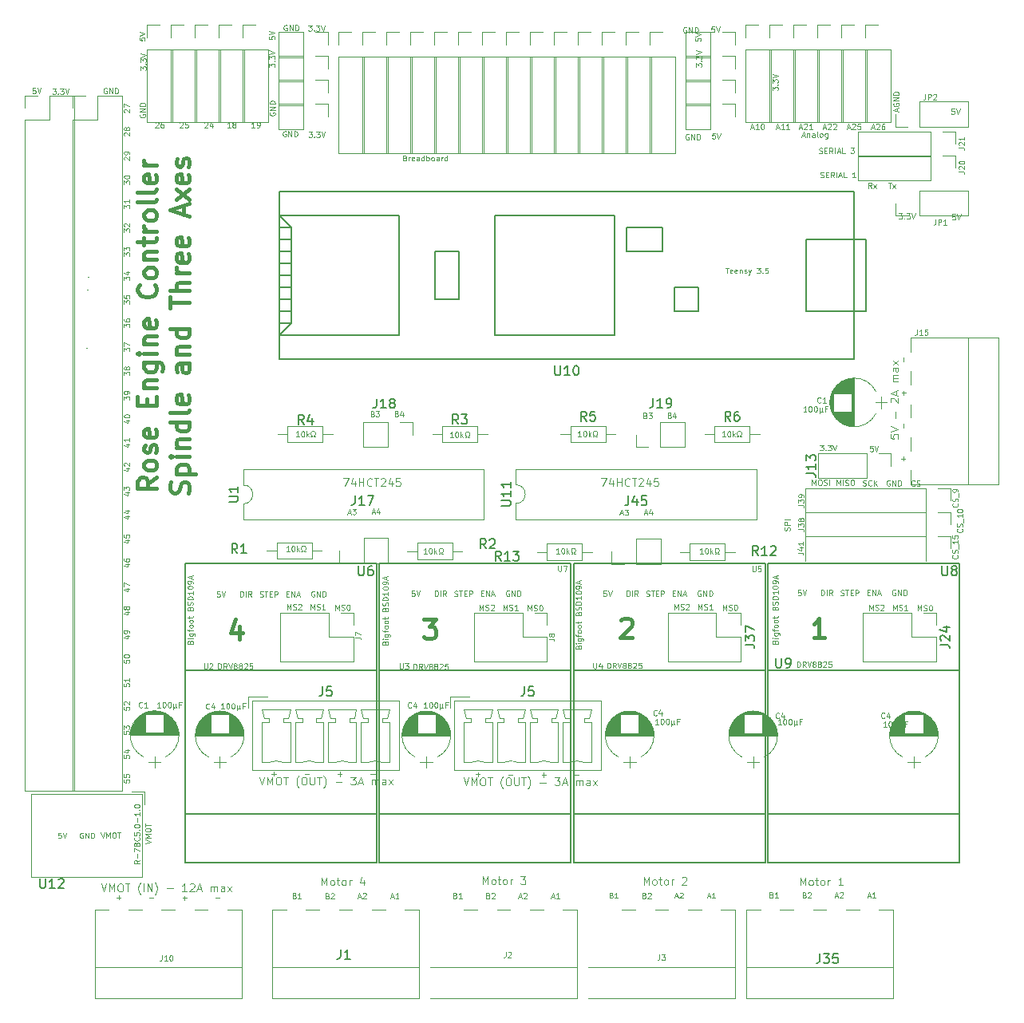
<source format=gto>
G04 #@! TF.FileFunction,Legend,Top*
%FSLAX46Y46*%
G04 Gerber Fmt 4.6, Leading zero omitted, Abs format (unit mm)*
G04 Created by KiCad (PCBNEW 4.0.7) date 07/15/18 15:00:33*
%MOMM*%
%LPD*%
G01*
G04 APERTURE LIST*
%ADD10C,2.000000*%
%ADD11C,0.101600*%
%ADD12C,0.406400*%
%ADD13C,0.120000*%
%ADD14C,0.150000*%
G04 APERTURE END LIST*
D10*
D11*
X122031276Y-161960681D02*
X122226009Y-162544881D01*
X122420743Y-161960681D01*
X122615476Y-162544881D02*
X122615476Y-161960681D01*
X122810210Y-162377967D01*
X123004943Y-161960681D01*
X123004943Y-162544881D01*
X123394409Y-161960681D02*
X123505686Y-161960681D01*
X123561324Y-161988500D01*
X123616962Y-162044138D01*
X123644781Y-162155414D01*
X123644781Y-162350148D01*
X123616962Y-162461424D01*
X123561324Y-162517062D01*
X123505686Y-162544881D01*
X123394409Y-162544881D01*
X123338771Y-162517062D01*
X123283133Y-162461424D01*
X123255314Y-162350148D01*
X123255314Y-162155414D01*
X123283133Y-162044138D01*
X123338771Y-161988500D01*
X123394409Y-161960681D01*
X123811695Y-161960681D02*
X124145524Y-161960681D01*
X123978609Y-162544881D02*
X123978609Y-161960681D01*
X206669212Y-96272051D02*
X207030860Y-96272051D01*
X206836126Y-96494603D01*
X206919584Y-96494603D01*
X206975222Y-96522422D01*
X207003041Y-96550241D01*
X207030860Y-96605880D01*
X207030860Y-96744975D01*
X207003041Y-96800613D01*
X206975222Y-96828432D01*
X206919584Y-96856251D01*
X206752669Y-96856251D01*
X206697031Y-96828432D01*
X206669212Y-96800613D01*
X207281231Y-96800613D02*
X207309050Y-96828432D01*
X207281231Y-96856251D01*
X207253412Y-96828432D01*
X207281231Y-96800613D01*
X207281231Y-96856251D01*
X207503783Y-96272051D02*
X207865431Y-96272051D01*
X207670697Y-96494603D01*
X207754155Y-96494603D01*
X207809793Y-96522422D01*
X207837612Y-96550241D01*
X207865431Y-96605880D01*
X207865431Y-96744975D01*
X207837612Y-96800613D01*
X207809793Y-96828432D01*
X207754155Y-96856251D01*
X207587240Y-96856251D01*
X207531602Y-96828432D01*
X207503783Y-96800613D01*
X208032345Y-96272051D02*
X208227078Y-96856251D01*
X208421812Y-96272051D01*
X212652726Y-96348251D02*
X212374535Y-96348251D01*
X212346716Y-96626441D01*
X212374535Y-96598622D01*
X212430173Y-96570803D01*
X212569269Y-96570803D01*
X212624907Y-96598622D01*
X212652726Y-96626441D01*
X212680545Y-96682080D01*
X212680545Y-96821175D01*
X212652726Y-96876813D01*
X212624907Y-96904632D01*
X212569269Y-96932451D01*
X212430173Y-96932451D01*
X212374535Y-96904632D01*
X212346716Y-96876813D01*
X212847459Y-96348251D02*
X213042192Y-96932451D01*
X213236926Y-96348251D01*
X193278881Y-83234590D02*
X193278881Y-82872942D01*
X193501433Y-83067676D01*
X193501433Y-82984218D01*
X193529252Y-82928580D01*
X193557071Y-82900761D01*
X193612710Y-82872942D01*
X193751805Y-82872942D01*
X193807443Y-82900761D01*
X193835262Y-82928580D01*
X193863081Y-82984218D01*
X193863081Y-83151133D01*
X193835262Y-83206771D01*
X193807443Y-83234590D01*
X193807443Y-82622571D02*
X193835262Y-82594752D01*
X193863081Y-82622571D01*
X193835262Y-82650390D01*
X193807443Y-82622571D01*
X193863081Y-82622571D01*
X193278881Y-82400019D02*
X193278881Y-82038371D01*
X193501433Y-82233105D01*
X193501433Y-82149647D01*
X193529252Y-82094009D01*
X193557071Y-82066190D01*
X193612710Y-82038371D01*
X193751805Y-82038371D01*
X193807443Y-82066190D01*
X193835262Y-82094009D01*
X193863081Y-82149647D01*
X193863081Y-82316562D01*
X193835262Y-82372200D01*
X193807443Y-82400019D01*
X193278881Y-81871457D02*
X193863081Y-81676724D01*
X193278881Y-81481990D01*
X212576527Y-85146852D02*
X212298336Y-85146852D01*
X212270517Y-85425042D01*
X212298336Y-85397223D01*
X212353974Y-85369404D01*
X212493070Y-85369404D01*
X212548708Y-85397223D01*
X212576527Y-85425042D01*
X212604346Y-85480681D01*
X212604346Y-85619776D01*
X212576527Y-85675414D01*
X212548708Y-85703233D01*
X212493070Y-85731052D01*
X212353974Y-85731052D01*
X212298336Y-85703233D01*
X212270517Y-85675414D01*
X212771260Y-85146852D02*
X212965993Y-85731052D01*
X213160727Y-85146852D01*
X185176281Y-80719990D02*
X185176281Y-80358342D01*
X185398833Y-80553076D01*
X185398833Y-80469618D01*
X185426652Y-80413980D01*
X185454471Y-80386161D01*
X185510110Y-80358342D01*
X185649205Y-80358342D01*
X185704843Y-80386161D01*
X185732662Y-80413980D01*
X185760481Y-80469618D01*
X185760481Y-80636533D01*
X185732662Y-80692171D01*
X185704843Y-80719990D01*
X185704843Y-80107971D02*
X185732662Y-80080152D01*
X185760481Y-80107971D01*
X185732662Y-80135790D01*
X185704843Y-80107971D01*
X185760481Y-80107971D01*
X185176281Y-79885419D02*
X185176281Y-79523771D01*
X185398833Y-79718505D01*
X185398833Y-79635047D01*
X185426652Y-79579409D01*
X185454471Y-79551590D01*
X185510110Y-79523771D01*
X185649205Y-79523771D01*
X185704843Y-79551590D01*
X185732662Y-79579409D01*
X185760481Y-79635047D01*
X185760481Y-79801962D01*
X185732662Y-79857600D01*
X185704843Y-79885419D01*
X185176281Y-79356857D02*
X185760481Y-79162124D01*
X185176281Y-78967390D01*
X185100081Y-77682876D02*
X185100081Y-77961067D01*
X185378271Y-77988886D01*
X185350452Y-77961067D01*
X185322633Y-77905429D01*
X185322633Y-77766333D01*
X185350452Y-77710695D01*
X185378271Y-77682876D01*
X185433910Y-77655057D01*
X185573005Y-77655057D01*
X185628643Y-77682876D01*
X185656462Y-77710695D01*
X185684281Y-77766333D01*
X185684281Y-77905429D01*
X185656462Y-77961067D01*
X185628643Y-77988886D01*
X185100081Y-77488143D02*
X185684281Y-77293410D01*
X185100081Y-77098676D01*
X206523167Y-85433505D02*
X206523167Y-85155314D01*
X206690081Y-85489143D02*
X206105881Y-85294410D01*
X206690081Y-85099676D01*
X206133700Y-84598933D02*
X206105881Y-84654571D01*
X206105881Y-84738028D01*
X206133700Y-84821486D01*
X206189338Y-84877124D01*
X206244976Y-84904943D01*
X206356252Y-84932762D01*
X206439710Y-84932762D01*
X206550986Y-84904943D01*
X206606624Y-84877124D01*
X206662262Y-84821486D01*
X206690081Y-84738028D01*
X206690081Y-84682390D01*
X206662262Y-84598933D01*
X206634443Y-84571114D01*
X206439710Y-84571114D01*
X206439710Y-84682390D01*
X206690081Y-84320743D02*
X206105881Y-84320743D01*
X206690081Y-83986914D01*
X206105881Y-83986914D01*
X206690081Y-83708724D02*
X206105881Y-83708724D01*
X206105881Y-83569629D01*
X206133700Y-83486171D01*
X206189338Y-83430533D01*
X206244976Y-83402714D01*
X206356252Y-83374895D01*
X206439710Y-83374895D01*
X206550986Y-83402714D01*
X206606624Y-83430533D01*
X206662262Y-83486171D01*
X206690081Y-83569629D01*
X206690081Y-83708724D01*
X139966700Y-85560504D02*
X139938881Y-85616142D01*
X139938881Y-85699599D01*
X139966700Y-85783057D01*
X140022338Y-85838695D01*
X140077976Y-85866514D01*
X140189252Y-85894333D01*
X140272710Y-85894333D01*
X140383986Y-85866514D01*
X140439624Y-85838695D01*
X140495262Y-85783057D01*
X140523081Y-85699599D01*
X140523081Y-85643961D01*
X140495262Y-85560504D01*
X140467443Y-85532685D01*
X140272710Y-85532685D01*
X140272710Y-85643961D01*
X140523081Y-85282314D02*
X139938881Y-85282314D01*
X140523081Y-84948485D01*
X139938881Y-84948485D01*
X140523081Y-84670295D02*
X139938881Y-84670295D01*
X139938881Y-84531200D01*
X139966700Y-84447742D01*
X140022338Y-84392104D01*
X140077976Y-84364285D01*
X140189252Y-84336466D01*
X140272710Y-84336466D01*
X140383986Y-84364285D01*
X140439624Y-84392104D01*
X140495262Y-84447742D01*
X140523081Y-84531200D01*
X140523081Y-84670295D01*
X139913481Y-80745390D02*
X139913481Y-80383742D01*
X140136033Y-80578476D01*
X140136033Y-80495018D01*
X140163852Y-80439380D01*
X140191671Y-80411561D01*
X140247310Y-80383742D01*
X140386405Y-80383742D01*
X140442043Y-80411561D01*
X140469862Y-80439380D01*
X140497681Y-80495018D01*
X140497681Y-80661933D01*
X140469862Y-80717571D01*
X140442043Y-80745390D01*
X140442043Y-80133371D02*
X140469862Y-80105552D01*
X140497681Y-80133371D01*
X140469862Y-80161190D01*
X140442043Y-80133371D01*
X140497681Y-80133371D01*
X139913481Y-79910819D02*
X139913481Y-79549171D01*
X140136033Y-79743905D01*
X140136033Y-79660447D01*
X140163852Y-79604809D01*
X140191671Y-79576990D01*
X140247310Y-79549171D01*
X140386405Y-79549171D01*
X140442043Y-79576990D01*
X140469862Y-79604809D01*
X140497681Y-79660447D01*
X140497681Y-79827362D01*
X140469862Y-79883000D01*
X140442043Y-79910819D01*
X139913481Y-79382257D02*
X140497681Y-79187524D01*
X139913481Y-78992790D01*
X139913481Y-77505076D02*
X139913481Y-77783267D01*
X140191671Y-77811086D01*
X140163852Y-77783267D01*
X140136033Y-77727629D01*
X140136033Y-77588533D01*
X140163852Y-77532895D01*
X140191671Y-77505076D01*
X140247310Y-77477257D01*
X140386405Y-77477257D01*
X140442043Y-77505076D01*
X140469862Y-77532895D01*
X140497681Y-77588533D01*
X140497681Y-77727629D01*
X140469862Y-77783267D01*
X140442043Y-77811086D01*
X139913481Y-77310343D02*
X140497681Y-77115610D01*
X139913481Y-76920876D01*
X126248281Y-81050190D02*
X126248281Y-80688542D01*
X126470833Y-80883276D01*
X126470833Y-80799818D01*
X126498652Y-80744180D01*
X126526471Y-80716361D01*
X126582110Y-80688542D01*
X126721205Y-80688542D01*
X126776843Y-80716361D01*
X126804662Y-80744180D01*
X126832481Y-80799818D01*
X126832481Y-80966733D01*
X126804662Y-81022371D01*
X126776843Y-81050190D01*
X126776843Y-80438171D02*
X126804662Y-80410352D01*
X126832481Y-80438171D01*
X126804662Y-80465990D01*
X126776843Y-80438171D01*
X126832481Y-80438171D01*
X126248281Y-80215619D02*
X126248281Y-79853971D01*
X126470833Y-80048705D01*
X126470833Y-79965247D01*
X126498652Y-79909609D01*
X126526471Y-79881790D01*
X126582110Y-79853971D01*
X126721205Y-79853971D01*
X126776843Y-79881790D01*
X126804662Y-79909609D01*
X126832481Y-79965247D01*
X126832481Y-80132162D01*
X126804662Y-80187800D01*
X126776843Y-80215619D01*
X126248281Y-79687057D02*
X126832481Y-79492324D01*
X126248281Y-79297590D01*
X126121281Y-77606676D02*
X126121281Y-77884867D01*
X126399471Y-77912686D01*
X126371652Y-77884867D01*
X126343833Y-77829229D01*
X126343833Y-77690133D01*
X126371652Y-77634495D01*
X126399471Y-77606676D01*
X126455110Y-77578857D01*
X126594205Y-77578857D01*
X126649843Y-77606676D01*
X126677662Y-77634495D01*
X126705481Y-77690133D01*
X126705481Y-77829229D01*
X126677662Y-77884867D01*
X126649843Y-77912686D01*
X126121281Y-77411943D02*
X126705481Y-77217210D01*
X126121281Y-77022476D01*
X126199900Y-85763704D02*
X126172081Y-85819342D01*
X126172081Y-85902799D01*
X126199900Y-85986257D01*
X126255538Y-86041895D01*
X126311176Y-86069714D01*
X126422452Y-86097533D01*
X126505910Y-86097533D01*
X126617186Y-86069714D01*
X126672824Y-86041895D01*
X126728462Y-85986257D01*
X126756281Y-85902799D01*
X126756281Y-85847161D01*
X126728462Y-85763704D01*
X126700643Y-85735885D01*
X126505910Y-85735885D01*
X126505910Y-85847161D01*
X126756281Y-85485514D02*
X126172081Y-85485514D01*
X126756281Y-85151685D01*
X126172081Y-85151685D01*
X126756281Y-84873495D02*
X126172081Y-84873495D01*
X126172081Y-84734400D01*
X126199900Y-84650942D01*
X126255538Y-84595304D01*
X126311176Y-84567485D01*
X126422452Y-84539666D01*
X126505910Y-84539666D01*
X126617186Y-84567485D01*
X126672824Y-84595304D01*
X126728462Y-84650942D01*
X126756281Y-84734400D01*
X126756281Y-84873495D01*
X122643296Y-82994500D02*
X122587658Y-82966681D01*
X122504201Y-82966681D01*
X122420743Y-82994500D01*
X122365105Y-83050138D01*
X122337286Y-83105776D01*
X122309467Y-83217052D01*
X122309467Y-83300510D01*
X122337286Y-83411786D01*
X122365105Y-83467424D01*
X122420743Y-83523062D01*
X122504201Y-83550881D01*
X122559839Y-83550881D01*
X122643296Y-83523062D01*
X122671115Y-83495243D01*
X122671115Y-83300510D01*
X122559839Y-83300510D01*
X122921486Y-83550881D02*
X122921486Y-82966681D01*
X123255315Y-83550881D01*
X123255315Y-82966681D01*
X123533505Y-83550881D02*
X123533505Y-82966681D01*
X123672600Y-82966681D01*
X123756058Y-82994500D01*
X123811696Y-83050138D01*
X123839515Y-83105776D01*
X123867334Y-83217052D01*
X123867334Y-83300510D01*
X123839515Y-83411786D01*
X123811696Y-83467424D01*
X123756058Y-83523062D01*
X123672600Y-83550881D01*
X123533505Y-83550881D01*
X115103124Y-82966681D02*
X114824933Y-82966681D01*
X114797114Y-83244871D01*
X114824933Y-83217052D01*
X114880571Y-83189233D01*
X115019667Y-83189233D01*
X115075305Y-83217052D01*
X115103124Y-83244871D01*
X115130943Y-83300510D01*
X115130943Y-83439605D01*
X115103124Y-83495243D01*
X115075305Y-83523062D01*
X115019667Y-83550881D01*
X114880571Y-83550881D01*
X114824933Y-83523062D01*
X114797114Y-83495243D01*
X115297857Y-82966681D02*
X115492590Y-83550881D01*
X115687324Y-82966681D01*
X116892010Y-83042881D02*
X117253658Y-83042881D01*
X117058924Y-83265433D01*
X117142382Y-83265433D01*
X117198020Y-83293252D01*
X117225839Y-83321071D01*
X117253658Y-83376710D01*
X117253658Y-83515805D01*
X117225839Y-83571443D01*
X117198020Y-83599262D01*
X117142382Y-83627081D01*
X116975467Y-83627081D01*
X116919829Y-83599262D01*
X116892010Y-83571443D01*
X117504029Y-83571443D02*
X117531848Y-83599262D01*
X117504029Y-83627081D01*
X117476210Y-83599262D01*
X117504029Y-83571443D01*
X117504029Y-83627081D01*
X117726581Y-83042881D02*
X118088229Y-83042881D01*
X117893495Y-83265433D01*
X117976953Y-83265433D01*
X118032591Y-83293252D01*
X118060410Y-83321071D01*
X118088229Y-83376710D01*
X118088229Y-83515805D01*
X118060410Y-83571443D01*
X118032591Y-83599262D01*
X117976953Y-83627081D01*
X117810038Y-83627081D01*
X117754400Y-83599262D01*
X117726581Y-83571443D01*
X118255143Y-83042881D02*
X118449876Y-83627081D01*
X118644610Y-83042881D01*
X207198823Y-112027453D02*
X207198823Y-111582348D01*
X207198823Y-115532653D02*
X207198823Y-115087548D01*
X207421375Y-115310100D02*
X206976270Y-115310100D01*
X207173423Y-119037853D02*
X207173423Y-118592748D01*
X207148023Y-122517653D02*
X207148023Y-122072548D01*
X207370575Y-122295100D02*
X206925470Y-122295100D01*
X128365553Y-148701881D02*
X128031724Y-148701881D01*
X128198638Y-148701881D02*
X128198638Y-148117681D01*
X128143000Y-148201138D01*
X128087362Y-148256776D01*
X128031724Y-148284595D01*
X128727200Y-148117681D02*
X128782839Y-148117681D01*
X128838477Y-148145500D01*
X128866296Y-148173319D01*
X128894115Y-148228957D01*
X128921934Y-148340233D01*
X128921934Y-148479329D01*
X128894115Y-148590605D01*
X128866296Y-148646243D01*
X128838477Y-148674062D01*
X128782839Y-148701881D01*
X128727200Y-148701881D01*
X128671562Y-148674062D01*
X128643743Y-148646243D01*
X128615924Y-148590605D01*
X128588105Y-148479329D01*
X128588105Y-148340233D01*
X128615924Y-148228957D01*
X128643743Y-148173319D01*
X128671562Y-148145500D01*
X128727200Y-148117681D01*
X129283581Y-148117681D02*
X129339220Y-148117681D01*
X129394858Y-148145500D01*
X129422677Y-148173319D01*
X129450496Y-148228957D01*
X129478315Y-148340233D01*
X129478315Y-148479329D01*
X129450496Y-148590605D01*
X129422677Y-148646243D01*
X129394858Y-148674062D01*
X129339220Y-148701881D01*
X129283581Y-148701881D01*
X129227943Y-148674062D01*
X129200124Y-148646243D01*
X129172305Y-148590605D01*
X129144486Y-148479329D01*
X129144486Y-148340233D01*
X129172305Y-148228957D01*
X129200124Y-148173319D01*
X129227943Y-148145500D01*
X129283581Y-148117681D01*
X129728686Y-148312414D02*
X129728686Y-148896614D01*
X130006877Y-148618424D02*
X130034696Y-148674062D01*
X130090334Y-148701881D01*
X129728686Y-148618424D02*
X129756505Y-148674062D01*
X129812143Y-148701881D01*
X129923420Y-148701881D01*
X129979058Y-148674062D01*
X130006877Y-148618424D01*
X130006877Y-148312414D01*
X130535439Y-148395871D02*
X130340705Y-148395871D01*
X130340705Y-148701881D02*
X130340705Y-148117681D01*
X130618896Y-148117681D01*
X135121953Y-148828881D02*
X134788124Y-148828881D01*
X134955038Y-148828881D02*
X134955038Y-148244681D01*
X134899400Y-148328138D01*
X134843762Y-148383776D01*
X134788124Y-148411595D01*
X135483600Y-148244681D02*
X135539239Y-148244681D01*
X135594877Y-148272500D01*
X135622696Y-148300319D01*
X135650515Y-148355957D01*
X135678334Y-148467233D01*
X135678334Y-148606329D01*
X135650515Y-148717605D01*
X135622696Y-148773243D01*
X135594877Y-148801062D01*
X135539239Y-148828881D01*
X135483600Y-148828881D01*
X135427962Y-148801062D01*
X135400143Y-148773243D01*
X135372324Y-148717605D01*
X135344505Y-148606329D01*
X135344505Y-148467233D01*
X135372324Y-148355957D01*
X135400143Y-148300319D01*
X135427962Y-148272500D01*
X135483600Y-148244681D01*
X136039981Y-148244681D02*
X136095620Y-148244681D01*
X136151258Y-148272500D01*
X136179077Y-148300319D01*
X136206896Y-148355957D01*
X136234715Y-148467233D01*
X136234715Y-148606329D01*
X136206896Y-148717605D01*
X136179077Y-148773243D01*
X136151258Y-148801062D01*
X136095620Y-148828881D01*
X136039981Y-148828881D01*
X135984343Y-148801062D01*
X135956524Y-148773243D01*
X135928705Y-148717605D01*
X135900886Y-148606329D01*
X135900886Y-148467233D01*
X135928705Y-148355957D01*
X135956524Y-148300319D01*
X135984343Y-148272500D01*
X136039981Y-148244681D01*
X136485086Y-148439414D02*
X136485086Y-149023614D01*
X136763277Y-148745424D02*
X136791096Y-148801062D01*
X136846734Y-148828881D01*
X136485086Y-148745424D02*
X136512905Y-148801062D01*
X136568543Y-148828881D01*
X136679820Y-148828881D01*
X136735458Y-148801062D01*
X136763277Y-148745424D01*
X136763277Y-148439414D01*
X137291839Y-148522871D02*
X137097105Y-148522871D01*
X137097105Y-148828881D02*
X137097105Y-148244681D01*
X137375296Y-148244681D01*
X120128696Y-162013900D02*
X120073058Y-161986081D01*
X119989601Y-161986081D01*
X119906143Y-162013900D01*
X119850505Y-162069538D01*
X119822686Y-162125176D01*
X119794867Y-162236452D01*
X119794867Y-162319910D01*
X119822686Y-162431186D01*
X119850505Y-162486824D01*
X119906143Y-162542462D01*
X119989601Y-162570281D01*
X120045239Y-162570281D01*
X120128696Y-162542462D01*
X120156515Y-162514643D01*
X120156515Y-162319910D01*
X120045239Y-162319910D01*
X120406886Y-162570281D02*
X120406886Y-161986081D01*
X120740715Y-162570281D01*
X120740715Y-161986081D01*
X121018905Y-162570281D02*
X121018905Y-161986081D01*
X121158000Y-161986081D01*
X121241458Y-162013900D01*
X121297096Y-162069538D01*
X121324915Y-162125176D01*
X121352734Y-162236452D01*
X121352734Y-162319910D01*
X121324915Y-162431186D01*
X121297096Y-162486824D01*
X121241458Y-162542462D01*
X121158000Y-162570281D01*
X121018905Y-162570281D01*
X117795524Y-161986081D02*
X117517333Y-161986081D01*
X117489514Y-162264271D01*
X117517333Y-162236452D01*
X117572971Y-162208633D01*
X117712067Y-162208633D01*
X117767705Y-162236452D01*
X117795524Y-162264271D01*
X117823343Y-162319910D01*
X117823343Y-162459005D01*
X117795524Y-162514643D01*
X117767705Y-162542462D01*
X117712067Y-162570281D01*
X117572971Y-162570281D01*
X117517333Y-162542462D01*
X117489514Y-162514643D01*
X117990257Y-161986081D02*
X118184990Y-162570281D01*
X118379724Y-161986081D01*
X126730881Y-163109124D02*
X127315081Y-162914391D01*
X126730881Y-162719657D01*
X127315081Y-162524924D02*
X126730881Y-162524924D01*
X127148167Y-162330190D01*
X126730881Y-162135457D01*
X127315081Y-162135457D01*
X126730881Y-161745991D02*
X126730881Y-161634714D01*
X126758700Y-161579076D01*
X126814338Y-161523438D01*
X126925614Y-161495619D01*
X127120348Y-161495619D01*
X127231624Y-161523438D01*
X127287262Y-161579076D01*
X127315081Y-161634714D01*
X127315081Y-161745991D01*
X127287262Y-161801629D01*
X127231624Y-161857267D01*
X127120348Y-161885086D01*
X126925614Y-161885086D01*
X126814338Y-161857267D01*
X126758700Y-161801629D01*
X126730881Y-161745991D01*
X126730881Y-161328705D02*
X126730881Y-160994876D01*
X127315081Y-161161791D02*
X126730881Y-161161791D01*
D12*
X127970038Y-124289456D02*
X127002419Y-124966789D01*
X127970038Y-125450598D02*
X125938038Y-125450598D01*
X125938038Y-124676503D01*
X126034800Y-124482979D01*
X126131562Y-124386218D01*
X126325086Y-124289456D01*
X126615371Y-124289456D01*
X126808895Y-124386218D01*
X126905657Y-124482979D01*
X127002419Y-124676503D01*
X127002419Y-125450598D01*
X127970038Y-123128313D02*
X127873276Y-123321837D01*
X127776514Y-123418598D01*
X127582990Y-123515360D01*
X127002419Y-123515360D01*
X126808895Y-123418598D01*
X126712133Y-123321837D01*
X126615371Y-123128313D01*
X126615371Y-122838027D01*
X126712133Y-122644503D01*
X126808895Y-122547741D01*
X127002419Y-122450979D01*
X127582990Y-122450979D01*
X127776514Y-122547741D01*
X127873276Y-122644503D01*
X127970038Y-122838027D01*
X127970038Y-123128313D01*
X127873276Y-121676884D02*
X127970038Y-121483361D01*
X127970038Y-121096313D01*
X127873276Y-120902789D01*
X127679752Y-120806027D01*
X127582990Y-120806027D01*
X127389467Y-120902789D01*
X127292705Y-121096313D01*
X127292705Y-121386599D01*
X127195943Y-121580122D01*
X127002419Y-121676884D01*
X126905657Y-121676884D01*
X126712133Y-121580122D01*
X126615371Y-121386599D01*
X126615371Y-121096313D01*
X126712133Y-120902789D01*
X127873276Y-119161075D02*
X127970038Y-119354599D01*
X127970038Y-119741647D01*
X127873276Y-119935170D01*
X127679752Y-120031932D01*
X126905657Y-120031932D01*
X126712133Y-119935170D01*
X126615371Y-119741647D01*
X126615371Y-119354599D01*
X126712133Y-119161075D01*
X126905657Y-119064313D01*
X127099181Y-119064313D01*
X127292705Y-120031932D01*
X126905657Y-116645266D02*
X126905657Y-115967933D01*
X127970038Y-115677647D02*
X127970038Y-116645266D01*
X125938038Y-116645266D01*
X125938038Y-115677647D01*
X126615371Y-114806790D02*
X127970038Y-114806790D01*
X126808895Y-114806790D02*
X126712133Y-114710029D01*
X126615371Y-114516505D01*
X126615371Y-114226219D01*
X126712133Y-114032695D01*
X126905657Y-113935933D01*
X127970038Y-113935933D01*
X126615371Y-112097457D02*
X128260324Y-112097457D01*
X128453848Y-112194219D01*
X128550610Y-112290981D01*
X128647371Y-112484505D01*
X128647371Y-112774791D01*
X128550610Y-112968314D01*
X127873276Y-112097457D02*
X127970038Y-112290981D01*
X127970038Y-112678029D01*
X127873276Y-112871553D01*
X127776514Y-112968314D01*
X127582990Y-113065076D01*
X127002419Y-113065076D01*
X126808895Y-112968314D01*
X126712133Y-112871553D01*
X126615371Y-112678029D01*
X126615371Y-112290981D01*
X126712133Y-112097457D01*
X127970038Y-111129838D02*
X126615371Y-111129838D01*
X125938038Y-111129838D02*
X126034800Y-111226600D01*
X126131562Y-111129838D01*
X126034800Y-111033077D01*
X125938038Y-111129838D01*
X126131562Y-111129838D01*
X126615371Y-110162219D02*
X127970038Y-110162219D01*
X126808895Y-110162219D02*
X126712133Y-110065458D01*
X126615371Y-109871934D01*
X126615371Y-109581648D01*
X126712133Y-109388124D01*
X126905657Y-109291362D01*
X127970038Y-109291362D01*
X127873276Y-107549648D02*
X127970038Y-107743172D01*
X127970038Y-108130220D01*
X127873276Y-108323743D01*
X127679752Y-108420505D01*
X126905657Y-108420505D01*
X126712133Y-108323743D01*
X126615371Y-108130220D01*
X126615371Y-107743172D01*
X126712133Y-107549648D01*
X126905657Y-107452886D01*
X127099181Y-107452886D01*
X127292705Y-108420505D01*
X127776514Y-103872697D02*
X127873276Y-103969459D01*
X127970038Y-104259744D01*
X127970038Y-104453268D01*
X127873276Y-104743554D01*
X127679752Y-104937078D01*
X127486229Y-105033839D01*
X127099181Y-105130601D01*
X126808895Y-105130601D01*
X126421848Y-105033839D01*
X126228324Y-104937078D01*
X126034800Y-104743554D01*
X125938038Y-104453268D01*
X125938038Y-104259744D01*
X126034800Y-103969459D01*
X126131562Y-103872697D01*
X127970038Y-102711554D02*
X127873276Y-102905078D01*
X127776514Y-103001839D01*
X127582990Y-103098601D01*
X127002419Y-103098601D01*
X126808895Y-103001839D01*
X126712133Y-102905078D01*
X126615371Y-102711554D01*
X126615371Y-102421268D01*
X126712133Y-102227744D01*
X126808895Y-102130982D01*
X127002419Y-102034220D01*
X127582990Y-102034220D01*
X127776514Y-102130982D01*
X127873276Y-102227744D01*
X127970038Y-102421268D01*
X127970038Y-102711554D01*
X126615371Y-101163363D02*
X127970038Y-101163363D01*
X126808895Y-101163363D02*
X126712133Y-101066602D01*
X126615371Y-100873078D01*
X126615371Y-100582792D01*
X126712133Y-100389268D01*
X126905657Y-100292506D01*
X127970038Y-100292506D01*
X126615371Y-99615173D02*
X126615371Y-98841078D01*
X125938038Y-99324887D02*
X127679752Y-99324887D01*
X127873276Y-99228126D01*
X127970038Y-99034602D01*
X127970038Y-98841078D01*
X127970038Y-98163744D02*
X126615371Y-98163744D01*
X127002419Y-98163744D02*
X126808895Y-98066983D01*
X126712133Y-97970221D01*
X126615371Y-97776697D01*
X126615371Y-97583173D01*
X127970038Y-96615554D02*
X127873276Y-96809078D01*
X127776514Y-96905839D01*
X127582990Y-97002601D01*
X127002419Y-97002601D01*
X126808895Y-96905839D01*
X126712133Y-96809078D01*
X126615371Y-96615554D01*
X126615371Y-96325268D01*
X126712133Y-96131744D01*
X126808895Y-96034982D01*
X127002419Y-95938220D01*
X127582990Y-95938220D01*
X127776514Y-96034982D01*
X127873276Y-96131744D01*
X127970038Y-96325268D01*
X127970038Y-96615554D01*
X127970038Y-94777078D02*
X127873276Y-94970602D01*
X127679752Y-95067363D01*
X125938038Y-95067363D01*
X127970038Y-93712697D02*
X127873276Y-93906221D01*
X127679752Y-94002982D01*
X125938038Y-94002982D01*
X127873276Y-92164506D02*
X127970038Y-92358030D01*
X127970038Y-92745078D01*
X127873276Y-92938601D01*
X127679752Y-93035363D01*
X126905657Y-93035363D01*
X126712133Y-92938601D01*
X126615371Y-92745078D01*
X126615371Y-92358030D01*
X126712133Y-92164506D01*
X126905657Y-92067744D01*
X127099181Y-92067744D01*
X127292705Y-93035363D01*
X127970038Y-91196887D02*
X126615371Y-91196887D01*
X127002419Y-91196887D02*
X126808895Y-91100126D01*
X126712133Y-91003364D01*
X126615371Y-90809840D01*
X126615371Y-90616316D01*
X131327676Y-125934406D02*
X131424438Y-125644121D01*
X131424438Y-125160311D01*
X131327676Y-124966787D01*
X131230914Y-124870025D01*
X131037390Y-124773264D01*
X130843867Y-124773264D01*
X130650343Y-124870025D01*
X130553581Y-124966787D01*
X130456819Y-125160311D01*
X130360057Y-125547359D01*
X130263295Y-125740883D01*
X130166533Y-125837644D01*
X129973010Y-125934406D01*
X129779486Y-125934406D01*
X129585962Y-125837644D01*
X129489200Y-125740883D01*
X129392438Y-125547359D01*
X129392438Y-125063549D01*
X129489200Y-124773264D01*
X130069771Y-123902406D02*
X132101771Y-123902406D01*
X130166533Y-123902406D02*
X130069771Y-123708883D01*
X130069771Y-123321835D01*
X130166533Y-123128311D01*
X130263295Y-123031549D01*
X130456819Y-122934787D01*
X131037390Y-122934787D01*
X131230914Y-123031549D01*
X131327676Y-123128311D01*
X131424438Y-123321835D01*
X131424438Y-123708883D01*
X131327676Y-123902406D01*
X131424438Y-122063930D02*
X130069771Y-122063930D01*
X129392438Y-122063930D02*
X129489200Y-122160692D01*
X129585962Y-122063930D01*
X129489200Y-121967169D01*
X129392438Y-122063930D01*
X129585962Y-122063930D01*
X130069771Y-121096311D02*
X131424438Y-121096311D01*
X130263295Y-121096311D02*
X130166533Y-120999550D01*
X130069771Y-120806026D01*
X130069771Y-120515740D01*
X130166533Y-120322216D01*
X130360057Y-120225454D01*
X131424438Y-120225454D01*
X131424438Y-118386978D02*
X129392438Y-118386978D01*
X131327676Y-118386978D02*
X131424438Y-118580502D01*
X131424438Y-118967550D01*
X131327676Y-119161074D01*
X131230914Y-119257835D01*
X131037390Y-119354597D01*
X130456819Y-119354597D01*
X130263295Y-119257835D01*
X130166533Y-119161074D01*
X130069771Y-118967550D01*
X130069771Y-118580502D01*
X130166533Y-118386978D01*
X131424438Y-117129074D02*
X131327676Y-117322598D01*
X131134152Y-117419359D01*
X129392438Y-117419359D01*
X131327676Y-115580883D02*
X131424438Y-115774407D01*
X131424438Y-116161455D01*
X131327676Y-116354978D01*
X131134152Y-116451740D01*
X130360057Y-116451740D01*
X130166533Y-116354978D01*
X130069771Y-116161455D01*
X130069771Y-115774407D01*
X130166533Y-115580883D01*
X130360057Y-115484121D01*
X130553581Y-115484121D01*
X130747105Y-116451740D01*
X131424438Y-112194217D02*
X130360057Y-112194217D01*
X130166533Y-112290979D01*
X130069771Y-112484503D01*
X130069771Y-112871551D01*
X130166533Y-113065074D01*
X131327676Y-112194217D02*
X131424438Y-112387741D01*
X131424438Y-112871551D01*
X131327676Y-113065074D01*
X131134152Y-113161836D01*
X130940629Y-113161836D01*
X130747105Y-113065074D01*
X130650343Y-112871551D01*
X130650343Y-112387741D01*
X130553581Y-112194217D01*
X130069771Y-111226598D02*
X131424438Y-111226598D01*
X130263295Y-111226598D02*
X130166533Y-111129837D01*
X130069771Y-110936313D01*
X130069771Y-110646027D01*
X130166533Y-110452503D01*
X130360057Y-110355741D01*
X131424438Y-110355741D01*
X131424438Y-108517265D02*
X129392438Y-108517265D01*
X131327676Y-108517265D02*
X131424438Y-108710789D01*
X131424438Y-109097837D01*
X131327676Y-109291361D01*
X131230914Y-109388122D01*
X131037390Y-109484884D01*
X130456819Y-109484884D01*
X130263295Y-109388122D01*
X130166533Y-109291361D01*
X130069771Y-109097837D01*
X130069771Y-108710789D01*
X130166533Y-108517265D01*
X129392438Y-106291742D02*
X129392438Y-105130599D01*
X131424438Y-105711171D02*
X129392438Y-105711171D01*
X131424438Y-104453266D02*
X129392438Y-104453266D01*
X131424438Y-103582409D02*
X130360057Y-103582409D01*
X130166533Y-103679171D01*
X130069771Y-103872695D01*
X130069771Y-104162981D01*
X130166533Y-104356505D01*
X130263295Y-104453266D01*
X131424438Y-102614790D02*
X130069771Y-102614790D01*
X130456819Y-102614790D02*
X130263295Y-102518029D01*
X130166533Y-102421267D01*
X130069771Y-102227743D01*
X130069771Y-102034219D01*
X131327676Y-100582790D02*
X131424438Y-100776314D01*
X131424438Y-101163362D01*
X131327676Y-101356885D01*
X131134152Y-101453647D01*
X130360057Y-101453647D01*
X130166533Y-101356885D01*
X130069771Y-101163362D01*
X130069771Y-100776314D01*
X130166533Y-100582790D01*
X130360057Y-100486028D01*
X130553581Y-100486028D01*
X130747105Y-101453647D01*
X131327676Y-98841076D02*
X131424438Y-99034600D01*
X131424438Y-99421648D01*
X131327676Y-99615171D01*
X131134152Y-99711933D01*
X130360057Y-99711933D01*
X130166533Y-99615171D01*
X130069771Y-99421648D01*
X130069771Y-99034600D01*
X130166533Y-98841076D01*
X130360057Y-98744314D01*
X130553581Y-98744314D01*
X130747105Y-99711933D01*
X130843867Y-96422029D02*
X130843867Y-95454410D01*
X131424438Y-96615553D02*
X129392438Y-95938220D01*
X131424438Y-95260887D01*
X131424438Y-94777077D02*
X130069771Y-93712696D01*
X130069771Y-94777077D02*
X131424438Y-93712696D01*
X131327676Y-92164506D02*
X131424438Y-92358030D01*
X131424438Y-92745078D01*
X131327676Y-92938601D01*
X131134152Y-93035363D01*
X130360057Y-93035363D01*
X130166533Y-92938601D01*
X130069771Y-92745078D01*
X130069771Y-92358030D01*
X130166533Y-92164506D01*
X130360057Y-92067744D01*
X130553581Y-92067744D01*
X130747105Y-93035363D01*
X131327676Y-91293649D02*
X131424438Y-91100126D01*
X131424438Y-90713078D01*
X131327676Y-90519554D01*
X131134152Y-90422792D01*
X131037390Y-90422792D01*
X130843867Y-90519554D01*
X130747105Y-90713078D01*
X130747105Y-91003364D01*
X130650343Y-91196887D01*
X130456819Y-91293649D01*
X130360057Y-91293649D01*
X130166533Y-91196887D01*
X130069771Y-91003364D01*
X130069771Y-90713078D01*
X130166533Y-90519554D01*
D11*
X172294248Y-155845329D02*
X172739353Y-155845329D01*
X168789048Y-155845329D02*
X169234153Y-155845329D01*
X169011601Y-156067881D02*
X169011601Y-155622776D01*
X165283848Y-155819929D02*
X165728953Y-155819929D01*
X161804048Y-155794529D02*
X162249153Y-155794529D01*
X162026601Y-156017081D02*
X162026601Y-155571976D01*
X140163248Y-155718329D02*
X140608353Y-155718329D01*
X140385801Y-155940881D02*
X140385801Y-155495776D01*
X143643048Y-155743729D02*
X144088153Y-155743729D01*
X147148248Y-155769129D02*
X147593353Y-155769129D01*
X147370801Y-155991681D02*
X147370801Y-155546576D01*
X150653448Y-155769129D02*
X151098553Y-155769129D01*
X175102157Y-124356586D02*
X175660957Y-124356586D01*
X175301728Y-125194786D01*
X176339500Y-124635986D02*
X176339500Y-125194786D01*
X176139929Y-124316671D02*
X175940357Y-124915386D01*
X176459243Y-124915386D01*
X176778557Y-125194786D02*
X176778557Y-124356586D01*
X176778557Y-124755729D02*
X177257529Y-124755729D01*
X177257529Y-125194786D02*
X177257529Y-124356586D01*
X178135643Y-125114957D02*
X178095729Y-125154871D01*
X177975986Y-125194786D01*
X177896157Y-125194786D01*
X177776414Y-125154871D01*
X177696586Y-125075043D01*
X177656671Y-124995214D01*
X177616757Y-124835557D01*
X177616757Y-124715814D01*
X177656671Y-124556157D01*
X177696586Y-124476329D01*
X177776414Y-124396500D01*
X177896157Y-124356586D01*
X177975986Y-124356586D01*
X178095729Y-124396500D01*
X178135643Y-124436414D01*
X178375129Y-124356586D02*
X178854100Y-124356586D01*
X178614614Y-125194786D02*
X178614614Y-124356586D01*
X179093586Y-124436414D02*
X179133500Y-124396500D01*
X179213329Y-124356586D01*
X179412900Y-124356586D01*
X179492729Y-124396500D01*
X179532643Y-124436414D01*
X179572558Y-124516243D01*
X179572558Y-124596071D01*
X179532643Y-124715814D01*
X179053672Y-125194786D01*
X179572558Y-125194786D01*
X180291015Y-124635986D02*
X180291015Y-125194786D01*
X180091444Y-124316671D02*
X179891872Y-124915386D01*
X180410758Y-124915386D01*
X181129215Y-124356586D02*
X180730072Y-124356586D01*
X180690158Y-124755729D01*
X180730072Y-124715814D01*
X180809901Y-124675900D01*
X181009472Y-124675900D01*
X181089301Y-124715814D01*
X181129215Y-124755729D01*
X181169130Y-124835557D01*
X181169130Y-125035129D01*
X181129215Y-125114957D01*
X181089301Y-125154871D01*
X181009472Y-125194786D01*
X180809901Y-125194786D01*
X180730072Y-125154871D01*
X180690158Y-125114957D01*
X147746357Y-124381986D02*
X148305157Y-124381986D01*
X147945928Y-125220186D01*
X148983700Y-124661386D02*
X148983700Y-125220186D01*
X148784129Y-124342071D02*
X148584557Y-124940786D01*
X149103443Y-124940786D01*
X149422757Y-125220186D02*
X149422757Y-124381986D01*
X149422757Y-124781129D02*
X149901729Y-124781129D01*
X149901729Y-125220186D02*
X149901729Y-124381986D01*
X150779843Y-125140357D02*
X150739929Y-125180271D01*
X150620186Y-125220186D01*
X150540357Y-125220186D01*
X150420614Y-125180271D01*
X150340786Y-125100443D01*
X150300871Y-125020614D01*
X150260957Y-124860957D01*
X150260957Y-124741214D01*
X150300871Y-124581557D01*
X150340786Y-124501729D01*
X150420614Y-124421900D01*
X150540357Y-124381986D01*
X150620186Y-124381986D01*
X150739929Y-124421900D01*
X150779843Y-124461814D01*
X151019329Y-124381986D02*
X151498300Y-124381986D01*
X151258814Y-125220186D02*
X151258814Y-124381986D01*
X151737786Y-124461814D02*
X151777700Y-124421900D01*
X151857529Y-124381986D01*
X152057100Y-124381986D01*
X152136929Y-124421900D01*
X152176843Y-124461814D01*
X152216758Y-124541643D01*
X152216758Y-124621471D01*
X152176843Y-124741214D01*
X151697872Y-125220186D01*
X152216758Y-125220186D01*
X152935215Y-124661386D02*
X152935215Y-125220186D01*
X152735644Y-124342071D02*
X152536072Y-124940786D01*
X153054958Y-124940786D01*
X153773415Y-124381986D02*
X153374272Y-124381986D01*
X153334358Y-124781129D01*
X153374272Y-124741214D01*
X153454101Y-124701300D01*
X153653672Y-124701300D01*
X153733501Y-124741214D01*
X153773415Y-124781129D01*
X153813330Y-124860957D01*
X153813330Y-125060529D01*
X153773415Y-125140357D01*
X153733501Y-125180271D01*
X153653672Y-125220186D01*
X153454101Y-125220186D01*
X153374272Y-125180271D01*
X153334358Y-125140357D01*
X188269034Y-119974481D02*
X187935205Y-119974481D01*
X188102119Y-119974481D02*
X188102119Y-119390281D01*
X188046481Y-119473738D01*
X187990843Y-119529376D01*
X187935205Y-119557195D01*
X188630681Y-119390281D02*
X188686320Y-119390281D01*
X188741958Y-119418100D01*
X188769777Y-119445919D01*
X188797596Y-119501557D01*
X188825415Y-119612833D01*
X188825415Y-119751929D01*
X188797596Y-119863205D01*
X188769777Y-119918843D01*
X188741958Y-119946662D01*
X188686320Y-119974481D01*
X188630681Y-119974481D01*
X188575043Y-119946662D01*
X188547224Y-119918843D01*
X188519405Y-119863205D01*
X188491586Y-119751929D01*
X188491586Y-119612833D01*
X188519405Y-119501557D01*
X188547224Y-119445919D01*
X188575043Y-119418100D01*
X188630681Y-119390281D01*
X189075786Y-119974481D02*
X189075786Y-119390281D01*
X189131424Y-119751929D02*
X189298339Y-119974481D01*
X189298339Y-119585014D02*
X189075786Y-119807567D01*
X189520891Y-119974481D02*
X189659986Y-119974481D01*
X189659986Y-119863205D01*
X189604348Y-119835386D01*
X189548710Y-119779748D01*
X189520891Y-119696290D01*
X189520891Y-119557195D01*
X189548710Y-119473738D01*
X189604348Y-119418100D01*
X189687805Y-119390281D01*
X189799082Y-119390281D01*
X189882539Y-119418100D01*
X189938177Y-119473738D01*
X189965996Y-119557195D01*
X189965996Y-119696290D01*
X189938177Y-119779748D01*
X189882539Y-119835386D01*
X189826901Y-119863205D01*
X189826901Y-119974481D01*
X189965996Y-119974481D01*
X172978234Y-119949081D02*
X172644405Y-119949081D01*
X172811319Y-119949081D02*
X172811319Y-119364881D01*
X172755681Y-119448338D01*
X172700043Y-119503976D01*
X172644405Y-119531795D01*
X173339881Y-119364881D02*
X173395520Y-119364881D01*
X173451158Y-119392700D01*
X173478977Y-119420519D01*
X173506796Y-119476157D01*
X173534615Y-119587433D01*
X173534615Y-119726529D01*
X173506796Y-119837805D01*
X173478977Y-119893443D01*
X173451158Y-119921262D01*
X173395520Y-119949081D01*
X173339881Y-119949081D01*
X173284243Y-119921262D01*
X173256424Y-119893443D01*
X173228605Y-119837805D01*
X173200786Y-119726529D01*
X173200786Y-119587433D01*
X173228605Y-119476157D01*
X173256424Y-119420519D01*
X173284243Y-119392700D01*
X173339881Y-119364881D01*
X173784986Y-119949081D02*
X173784986Y-119364881D01*
X173840624Y-119726529D02*
X174007539Y-119949081D01*
X174007539Y-119559614D02*
X173784986Y-119782167D01*
X174230091Y-119949081D02*
X174369186Y-119949081D01*
X174369186Y-119837805D01*
X174313548Y-119809986D01*
X174257910Y-119754348D01*
X174230091Y-119670890D01*
X174230091Y-119531795D01*
X174257910Y-119448338D01*
X174313548Y-119392700D01*
X174397005Y-119364881D01*
X174508282Y-119364881D01*
X174591739Y-119392700D01*
X174647377Y-119448338D01*
X174675196Y-119531795D01*
X174675196Y-119670890D01*
X174647377Y-119754348D01*
X174591739Y-119809986D01*
X174536101Y-119837805D01*
X174536101Y-119949081D01*
X174675196Y-119949081D01*
X159414634Y-120025281D02*
X159080805Y-120025281D01*
X159247719Y-120025281D02*
X159247719Y-119441081D01*
X159192081Y-119524538D01*
X159136443Y-119580176D01*
X159080805Y-119607995D01*
X159776281Y-119441081D02*
X159831920Y-119441081D01*
X159887558Y-119468900D01*
X159915377Y-119496719D01*
X159943196Y-119552357D01*
X159971015Y-119663633D01*
X159971015Y-119802729D01*
X159943196Y-119914005D01*
X159915377Y-119969643D01*
X159887558Y-119997462D01*
X159831920Y-120025281D01*
X159776281Y-120025281D01*
X159720643Y-119997462D01*
X159692824Y-119969643D01*
X159665005Y-119914005D01*
X159637186Y-119802729D01*
X159637186Y-119663633D01*
X159665005Y-119552357D01*
X159692824Y-119496719D01*
X159720643Y-119468900D01*
X159776281Y-119441081D01*
X160221386Y-120025281D02*
X160221386Y-119441081D01*
X160277024Y-119802729D02*
X160443939Y-120025281D01*
X160443939Y-119635814D02*
X160221386Y-119858367D01*
X160666491Y-120025281D02*
X160805586Y-120025281D01*
X160805586Y-119914005D01*
X160749948Y-119886186D01*
X160694310Y-119830548D01*
X160666491Y-119747090D01*
X160666491Y-119607995D01*
X160694310Y-119524538D01*
X160749948Y-119468900D01*
X160833405Y-119441081D01*
X160944682Y-119441081D01*
X161028139Y-119468900D01*
X161083777Y-119524538D01*
X161111596Y-119607995D01*
X161111596Y-119747090D01*
X161083777Y-119830548D01*
X161028139Y-119886186D01*
X160972501Y-119914005D01*
X160972501Y-120025281D01*
X161111596Y-120025281D01*
X143057034Y-119974481D02*
X142723205Y-119974481D01*
X142890119Y-119974481D02*
X142890119Y-119390281D01*
X142834481Y-119473738D01*
X142778843Y-119529376D01*
X142723205Y-119557195D01*
X143418681Y-119390281D02*
X143474320Y-119390281D01*
X143529958Y-119418100D01*
X143557777Y-119445919D01*
X143585596Y-119501557D01*
X143613415Y-119612833D01*
X143613415Y-119751929D01*
X143585596Y-119863205D01*
X143557777Y-119918843D01*
X143529958Y-119946662D01*
X143474320Y-119974481D01*
X143418681Y-119974481D01*
X143363043Y-119946662D01*
X143335224Y-119918843D01*
X143307405Y-119863205D01*
X143279586Y-119751929D01*
X143279586Y-119612833D01*
X143307405Y-119501557D01*
X143335224Y-119445919D01*
X143363043Y-119418100D01*
X143418681Y-119390281D01*
X143863786Y-119974481D02*
X143863786Y-119390281D01*
X143919424Y-119751929D02*
X144086339Y-119974481D01*
X144086339Y-119585014D02*
X143863786Y-119807567D01*
X144308891Y-119974481D02*
X144447986Y-119974481D01*
X144447986Y-119863205D01*
X144392348Y-119835386D01*
X144336710Y-119779748D01*
X144308891Y-119696290D01*
X144308891Y-119557195D01*
X144336710Y-119473738D01*
X144392348Y-119418100D01*
X144475805Y-119390281D01*
X144587082Y-119390281D01*
X144670539Y-119418100D01*
X144726177Y-119473738D01*
X144753996Y-119557195D01*
X144753996Y-119696290D01*
X144726177Y-119779748D01*
X144670539Y-119835386D01*
X144614901Y-119863205D01*
X144614901Y-119974481D01*
X144753996Y-119974481D01*
X142041034Y-132141081D02*
X141707205Y-132141081D01*
X141874119Y-132141081D02*
X141874119Y-131556881D01*
X141818481Y-131640338D01*
X141762843Y-131695976D01*
X141707205Y-131723795D01*
X142402681Y-131556881D02*
X142458320Y-131556881D01*
X142513958Y-131584700D01*
X142541777Y-131612519D01*
X142569596Y-131668157D01*
X142597415Y-131779433D01*
X142597415Y-131918529D01*
X142569596Y-132029805D01*
X142541777Y-132085443D01*
X142513958Y-132113262D01*
X142458320Y-132141081D01*
X142402681Y-132141081D01*
X142347043Y-132113262D01*
X142319224Y-132085443D01*
X142291405Y-132029805D01*
X142263586Y-131918529D01*
X142263586Y-131779433D01*
X142291405Y-131668157D01*
X142319224Y-131612519D01*
X142347043Y-131584700D01*
X142402681Y-131556881D01*
X142847786Y-132141081D02*
X142847786Y-131556881D01*
X142903424Y-131918529D02*
X143070339Y-132141081D01*
X143070339Y-131751614D02*
X142847786Y-131974167D01*
X143292891Y-132141081D02*
X143431986Y-132141081D01*
X143431986Y-132029805D01*
X143376348Y-132001986D01*
X143320710Y-131946348D01*
X143292891Y-131862890D01*
X143292891Y-131723795D01*
X143320710Y-131640338D01*
X143376348Y-131584700D01*
X143459805Y-131556881D01*
X143571082Y-131556881D01*
X143654539Y-131584700D01*
X143710177Y-131640338D01*
X143737996Y-131723795D01*
X143737996Y-131862890D01*
X143710177Y-131946348D01*
X143654539Y-132001986D01*
X143598901Y-132029805D01*
X143598901Y-132141081D01*
X143737996Y-132141081D01*
X156620634Y-132369681D02*
X156286805Y-132369681D01*
X156453719Y-132369681D02*
X156453719Y-131785481D01*
X156398081Y-131868938D01*
X156342443Y-131924576D01*
X156286805Y-131952395D01*
X156982281Y-131785481D02*
X157037920Y-131785481D01*
X157093558Y-131813300D01*
X157121377Y-131841119D01*
X157149196Y-131896757D01*
X157177015Y-132008033D01*
X157177015Y-132147129D01*
X157149196Y-132258405D01*
X157121377Y-132314043D01*
X157093558Y-132341862D01*
X157037920Y-132369681D01*
X156982281Y-132369681D01*
X156926643Y-132341862D01*
X156898824Y-132314043D01*
X156871005Y-132258405D01*
X156843186Y-132147129D01*
X156843186Y-132008033D01*
X156871005Y-131896757D01*
X156898824Y-131841119D01*
X156926643Y-131813300D01*
X156982281Y-131785481D01*
X157427386Y-132369681D02*
X157427386Y-131785481D01*
X157483024Y-132147129D02*
X157649939Y-132369681D01*
X157649939Y-131980214D02*
X157427386Y-132202767D01*
X157872491Y-132369681D02*
X158011586Y-132369681D01*
X158011586Y-132258405D01*
X157955948Y-132230586D01*
X157900310Y-132174948D01*
X157872491Y-132091490D01*
X157872491Y-131952395D01*
X157900310Y-131868938D01*
X157955948Y-131813300D01*
X158039405Y-131785481D01*
X158150682Y-131785481D01*
X158234139Y-131813300D01*
X158289777Y-131868938D01*
X158317596Y-131952395D01*
X158317596Y-132091490D01*
X158289777Y-132174948D01*
X158234139Y-132230586D01*
X158178501Y-132258405D01*
X158178501Y-132369681D01*
X158317596Y-132369681D01*
X170666834Y-132369681D02*
X170333005Y-132369681D01*
X170499919Y-132369681D02*
X170499919Y-131785481D01*
X170444281Y-131868938D01*
X170388643Y-131924576D01*
X170333005Y-131952395D01*
X171028481Y-131785481D02*
X171084120Y-131785481D01*
X171139758Y-131813300D01*
X171167577Y-131841119D01*
X171195396Y-131896757D01*
X171223215Y-132008033D01*
X171223215Y-132147129D01*
X171195396Y-132258405D01*
X171167577Y-132314043D01*
X171139758Y-132341862D01*
X171084120Y-132369681D01*
X171028481Y-132369681D01*
X170972843Y-132341862D01*
X170945024Y-132314043D01*
X170917205Y-132258405D01*
X170889386Y-132147129D01*
X170889386Y-132008033D01*
X170917205Y-131896757D01*
X170945024Y-131841119D01*
X170972843Y-131813300D01*
X171028481Y-131785481D01*
X171473586Y-132369681D02*
X171473586Y-131785481D01*
X171529224Y-132147129D02*
X171696139Y-132369681D01*
X171696139Y-131980214D02*
X171473586Y-132202767D01*
X171918691Y-132369681D02*
X172057786Y-132369681D01*
X172057786Y-132258405D01*
X172002148Y-132230586D01*
X171946510Y-132174948D01*
X171918691Y-132091490D01*
X171918691Y-131952395D01*
X171946510Y-131868938D01*
X172002148Y-131813300D01*
X172085605Y-131785481D01*
X172196882Y-131785481D01*
X172280339Y-131813300D01*
X172335977Y-131868938D01*
X172363796Y-131952395D01*
X172363796Y-132091490D01*
X172335977Y-132174948D01*
X172280339Y-132230586D01*
X172224701Y-132258405D01*
X172224701Y-132369681D01*
X172363796Y-132369681D01*
D12*
X136759648Y-140128171D02*
X136759648Y-141482838D01*
X136275838Y-139354076D02*
X135792029Y-140805505D01*
X137049933Y-140805505D01*
X156294667Y-139349238D02*
X157552571Y-139349238D01*
X156875238Y-140123333D01*
X157165524Y-140123333D01*
X157359048Y-140220095D01*
X157455810Y-140316857D01*
X157552571Y-140510381D01*
X157552571Y-140994190D01*
X157455810Y-141187714D01*
X157359048Y-141284476D01*
X157165524Y-141381238D01*
X156584952Y-141381238D01*
X156391429Y-141284476D01*
X156294667Y-141187714D01*
X177219429Y-139415762D02*
X177316191Y-139319000D01*
X177509714Y-139222238D01*
X177993524Y-139222238D01*
X178187048Y-139319000D01*
X178283810Y-139415762D01*
X178380571Y-139609286D01*
X178380571Y-139802810D01*
X178283810Y-140093095D01*
X177122667Y-141254238D01*
X178380571Y-141254238D01*
D11*
X145445843Y-167561986D02*
X145445843Y-166723786D01*
X145725243Y-167322500D01*
X146004643Y-166723786D01*
X146004643Y-167561986D01*
X146523529Y-167561986D02*
X146443701Y-167522071D01*
X146403786Y-167482157D01*
X146363872Y-167402329D01*
X146363872Y-167162843D01*
X146403786Y-167083014D01*
X146443701Y-167043100D01*
X146523529Y-167003186D01*
X146643272Y-167003186D01*
X146723101Y-167043100D01*
X146763015Y-167083014D01*
X146802929Y-167162843D01*
X146802929Y-167402329D01*
X146763015Y-167482157D01*
X146723101Y-167522071D01*
X146643272Y-167561986D01*
X146523529Y-167561986D01*
X147042415Y-167003186D02*
X147361729Y-167003186D01*
X147162157Y-166723786D02*
X147162157Y-167442243D01*
X147202072Y-167522071D01*
X147281900Y-167561986D01*
X147361729Y-167561986D01*
X147760871Y-167561986D02*
X147681043Y-167522071D01*
X147641128Y-167482157D01*
X147601214Y-167402329D01*
X147601214Y-167162843D01*
X147641128Y-167083014D01*
X147681043Y-167043100D01*
X147760871Y-167003186D01*
X147880614Y-167003186D01*
X147960443Y-167043100D01*
X148000357Y-167083014D01*
X148040271Y-167162843D01*
X148040271Y-167402329D01*
X148000357Y-167482157D01*
X147960443Y-167522071D01*
X147880614Y-167561986D01*
X147760871Y-167561986D01*
X148399499Y-167561986D02*
X148399499Y-167003186D01*
X148399499Y-167162843D02*
X148439414Y-167083014D01*
X148479328Y-167043100D01*
X148559157Y-167003186D01*
X148638985Y-167003186D01*
X149916243Y-167003186D02*
X149916243Y-167561986D01*
X149716672Y-166683871D02*
X149517100Y-167282586D01*
X150035986Y-167282586D01*
X162540043Y-167460386D02*
X162540043Y-166622186D01*
X162819443Y-167220900D01*
X163098843Y-166622186D01*
X163098843Y-167460386D01*
X163617729Y-167460386D02*
X163537901Y-167420471D01*
X163497986Y-167380557D01*
X163458072Y-167300729D01*
X163458072Y-167061243D01*
X163497986Y-166981414D01*
X163537901Y-166941500D01*
X163617729Y-166901586D01*
X163737472Y-166901586D01*
X163817301Y-166941500D01*
X163857215Y-166981414D01*
X163897129Y-167061243D01*
X163897129Y-167300729D01*
X163857215Y-167380557D01*
X163817301Y-167420471D01*
X163737472Y-167460386D01*
X163617729Y-167460386D01*
X164136615Y-166901586D02*
X164455929Y-166901586D01*
X164256357Y-166622186D02*
X164256357Y-167340643D01*
X164296272Y-167420471D01*
X164376100Y-167460386D01*
X164455929Y-167460386D01*
X164855071Y-167460386D02*
X164775243Y-167420471D01*
X164735328Y-167380557D01*
X164695414Y-167300729D01*
X164695414Y-167061243D01*
X164735328Y-166981414D01*
X164775243Y-166941500D01*
X164855071Y-166901586D01*
X164974814Y-166901586D01*
X165054643Y-166941500D01*
X165094557Y-166981414D01*
X165134471Y-167061243D01*
X165134471Y-167300729D01*
X165094557Y-167380557D01*
X165054643Y-167420471D01*
X164974814Y-167460386D01*
X164855071Y-167460386D01*
X165493699Y-167460386D02*
X165493699Y-166901586D01*
X165493699Y-167061243D02*
X165533614Y-166981414D01*
X165573528Y-166941500D01*
X165653357Y-166901586D01*
X165733185Y-166901586D01*
X166571386Y-166622186D02*
X167090272Y-166622186D01*
X166810872Y-166941500D01*
X166930614Y-166941500D01*
X167010443Y-166981414D01*
X167050357Y-167021329D01*
X167090272Y-167101157D01*
X167090272Y-167300729D01*
X167050357Y-167380557D01*
X167010443Y-167420471D01*
X166930614Y-167460386D01*
X166691129Y-167460386D01*
X166611300Y-167420471D01*
X166571386Y-167380557D01*
X179634243Y-167511186D02*
X179634243Y-166672986D01*
X179913643Y-167271700D01*
X180193043Y-166672986D01*
X180193043Y-167511186D01*
X180711929Y-167511186D02*
X180632101Y-167471271D01*
X180592186Y-167431357D01*
X180552272Y-167351529D01*
X180552272Y-167112043D01*
X180592186Y-167032214D01*
X180632101Y-166992300D01*
X180711929Y-166952386D01*
X180831672Y-166952386D01*
X180911501Y-166992300D01*
X180951415Y-167032214D01*
X180991329Y-167112043D01*
X180991329Y-167351529D01*
X180951415Y-167431357D01*
X180911501Y-167471271D01*
X180831672Y-167511186D01*
X180711929Y-167511186D01*
X181230815Y-166952386D02*
X181550129Y-166952386D01*
X181350557Y-166672986D02*
X181350557Y-167391443D01*
X181390472Y-167471271D01*
X181470300Y-167511186D01*
X181550129Y-167511186D01*
X181949271Y-167511186D02*
X181869443Y-167471271D01*
X181829528Y-167431357D01*
X181789614Y-167351529D01*
X181789614Y-167112043D01*
X181829528Y-167032214D01*
X181869443Y-166992300D01*
X181949271Y-166952386D01*
X182069014Y-166952386D01*
X182148843Y-166992300D01*
X182188757Y-167032214D01*
X182228671Y-167112043D01*
X182228671Y-167351529D01*
X182188757Y-167431357D01*
X182148843Y-167471271D01*
X182069014Y-167511186D01*
X181949271Y-167511186D01*
X182587899Y-167511186D02*
X182587899Y-166952386D01*
X182587899Y-167112043D02*
X182627814Y-167032214D01*
X182667728Y-166992300D01*
X182747557Y-166952386D01*
X182827385Y-166952386D01*
X183705500Y-166752814D02*
X183745414Y-166712900D01*
X183825243Y-166672986D01*
X184024814Y-166672986D01*
X184104643Y-166712900D01*
X184144557Y-166752814D01*
X184184472Y-166832643D01*
X184184472Y-166912471D01*
X184144557Y-167032214D01*
X183665586Y-167511186D01*
X184184472Y-167511186D01*
X196220443Y-167561986D02*
X196220443Y-166723786D01*
X196499843Y-167322500D01*
X196779243Y-166723786D01*
X196779243Y-167561986D01*
X197298129Y-167561986D02*
X197218301Y-167522071D01*
X197178386Y-167482157D01*
X197138472Y-167402329D01*
X197138472Y-167162843D01*
X197178386Y-167083014D01*
X197218301Y-167043100D01*
X197298129Y-167003186D01*
X197417872Y-167003186D01*
X197497701Y-167043100D01*
X197537615Y-167083014D01*
X197577529Y-167162843D01*
X197577529Y-167402329D01*
X197537615Y-167482157D01*
X197497701Y-167522071D01*
X197417872Y-167561986D01*
X197298129Y-167561986D01*
X197817015Y-167003186D02*
X198136329Y-167003186D01*
X197936757Y-166723786D02*
X197936757Y-167442243D01*
X197976672Y-167522071D01*
X198056500Y-167561986D01*
X198136329Y-167561986D01*
X198535471Y-167561986D02*
X198455643Y-167522071D01*
X198415728Y-167482157D01*
X198375814Y-167402329D01*
X198375814Y-167162843D01*
X198415728Y-167083014D01*
X198455643Y-167043100D01*
X198535471Y-167003186D01*
X198655214Y-167003186D01*
X198735043Y-167043100D01*
X198774957Y-167083014D01*
X198814871Y-167162843D01*
X198814871Y-167402329D01*
X198774957Y-167482157D01*
X198735043Y-167522071D01*
X198655214Y-167561986D01*
X198535471Y-167561986D01*
X199174099Y-167561986D02*
X199174099Y-167003186D01*
X199174099Y-167162843D02*
X199214014Y-167083014D01*
X199253928Y-167043100D01*
X199333757Y-167003186D01*
X199413585Y-167003186D01*
X200770672Y-167561986D02*
X200291700Y-167561986D01*
X200531186Y-167561986D02*
X200531186Y-166723786D01*
X200451357Y-166843529D01*
X200371529Y-166923357D01*
X200291700Y-166963271D01*
X203331233Y-136483271D02*
X203525967Y-136483271D01*
X203609424Y-136789281D02*
X203331233Y-136789281D01*
X203331233Y-136205081D01*
X203609424Y-136205081D01*
X203859795Y-136789281D02*
X203859795Y-136205081D01*
X204193624Y-136789281D01*
X204193624Y-136205081D01*
X204443995Y-136622367D02*
X204722186Y-136622367D01*
X204388357Y-136789281D02*
X204583090Y-136205081D01*
X204777824Y-136789281D01*
X198450200Y-136789281D02*
X198450200Y-136205081D01*
X198589295Y-136205081D01*
X198672753Y-136232900D01*
X198728391Y-136288538D01*
X198756210Y-136344176D01*
X198784029Y-136455452D01*
X198784029Y-136538910D01*
X198756210Y-136650186D01*
X198728391Y-136705824D01*
X198672753Y-136761462D01*
X198589295Y-136789281D01*
X198450200Y-136789281D01*
X199034400Y-136789281D02*
X199034400Y-136205081D01*
X199646419Y-136789281D02*
X199451685Y-136511090D01*
X199312590Y-136789281D02*
X199312590Y-136205081D01*
X199535143Y-136205081D01*
X199590781Y-136232900D01*
X199618600Y-136260719D01*
X199646419Y-136316357D01*
X199646419Y-136399814D01*
X199618600Y-136455452D01*
X199590781Y-136483271D01*
X199535143Y-136511090D01*
X199312590Y-136511090D01*
X200526952Y-136786862D02*
X200610409Y-136814681D01*
X200749505Y-136814681D01*
X200805143Y-136786862D01*
X200832962Y-136759043D01*
X200860781Y-136703405D01*
X200860781Y-136647767D01*
X200832962Y-136592129D01*
X200805143Y-136564310D01*
X200749505Y-136536490D01*
X200638228Y-136508671D01*
X200582590Y-136480852D01*
X200554771Y-136453033D01*
X200526952Y-136397395D01*
X200526952Y-136341757D01*
X200554771Y-136286119D01*
X200582590Y-136258300D01*
X200638228Y-136230481D01*
X200777324Y-136230481D01*
X200860781Y-136258300D01*
X201027695Y-136230481D02*
X201361524Y-136230481D01*
X201194609Y-136814681D02*
X201194609Y-136230481D01*
X201556257Y-136508671D02*
X201750991Y-136508671D01*
X201834448Y-136814681D02*
X201556257Y-136814681D01*
X201556257Y-136230481D01*
X201834448Y-136230481D01*
X202084819Y-136814681D02*
X202084819Y-136230481D01*
X202307372Y-136230481D01*
X202363010Y-136258300D01*
X202390829Y-136286119D01*
X202418648Y-136341757D01*
X202418648Y-136425214D01*
X202390829Y-136480852D01*
X202363010Y-136508671D01*
X202307372Y-136536490D01*
X202084819Y-136536490D01*
X196281524Y-136230481D02*
X196003333Y-136230481D01*
X195975514Y-136508671D01*
X196003333Y-136480852D01*
X196058971Y-136453033D01*
X196198067Y-136453033D01*
X196253705Y-136480852D01*
X196281524Y-136508671D01*
X196309343Y-136564310D01*
X196309343Y-136703405D01*
X196281524Y-136759043D01*
X196253705Y-136786862D01*
X196198067Y-136814681D01*
X196058971Y-136814681D01*
X196003333Y-136786862D01*
X195975514Y-136759043D01*
X196476257Y-136230481D02*
X196670990Y-136814681D01*
X196865724Y-136230481D01*
X206310896Y-136232900D02*
X206255258Y-136205081D01*
X206171801Y-136205081D01*
X206088343Y-136232900D01*
X206032705Y-136288538D01*
X206004886Y-136344176D01*
X205977067Y-136455452D01*
X205977067Y-136538910D01*
X206004886Y-136650186D01*
X206032705Y-136705824D01*
X206088343Y-136761462D01*
X206171801Y-136789281D01*
X206227439Y-136789281D01*
X206310896Y-136761462D01*
X206338715Y-136733643D01*
X206338715Y-136538910D01*
X206227439Y-136538910D01*
X206589086Y-136789281D02*
X206589086Y-136205081D01*
X206922915Y-136789281D01*
X206922915Y-136205081D01*
X207201105Y-136789281D02*
X207201105Y-136205081D01*
X207340200Y-136205081D01*
X207423658Y-136232900D01*
X207479296Y-136288538D01*
X207507115Y-136344176D01*
X207534934Y-136455452D01*
X207534934Y-136538910D01*
X207507115Y-136650186D01*
X207479296Y-136705824D01*
X207423658Y-136761462D01*
X207340200Y-136789281D01*
X207201105Y-136789281D01*
X185686096Y-136309100D02*
X185630458Y-136281281D01*
X185547001Y-136281281D01*
X185463543Y-136309100D01*
X185407905Y-136364738D01*
X185380086Y-136420376D01*
X185352267Y-136531652D01*
X185352267Y-136615110D01*
X185380086Y-136726386D01*
X185407905Y-136782024D01*
X185463543Y-136837662D01*
X185547001Y-136865481D01*
X185602639Y-136865481D01*
X185686096Y-136837662D01*
X185713915Y-136809843D01*
X185713915Y-136615110D01*
X185602639Y-136615110D01*
X185964286Y-136865481D02*
X185964286Y-136281281D01*
X186298115Y-136865481D01*
X186298115Y-136281281D01*
X186576305Y-136865481D02*
X186576305Y-136281281D01*
X186715400Y-136281281D01*
X186798858Y-136309100D01*
X186854496Y-136364738D01*
X186882315Y-136420376D01*
X186910134Y-136531652D01*
X186910134Y-136615110D01*
X186882315Y-136726386D01*
X186854496Y-136782024D01*
X186798858Y-136837662D01*
X186715400Y-136865481D01*
X186576305Y-136865481D01*
X175656724Y-136306681D02*
X175378533Y-136306681D01*
X175350714Y-136584871D01*
X175378533Y-136557052D01*
X175434171Y-136529233D01*
X175573267Y-136529233D01*
X175628905Y-136557052D01*
X175656724Y-136584871D01*
X175684543Y-136640510D01*
X175684543Y-136779605D01*
X175656724Y-136835243D01*
X175628905Y-136863062D01*
X175573267Y-136890881D01*
X175434171Y-136890881D01*
X175378533Y-136863062D01*
X175350714Y-136835243D01*
X175851457Y-136306681D02*
X176046190Y-136890881D01*
X176240924Y-136306681D01*
X179902152Y-136863062D02*
X179985609Y-136890881D01*
X180124705Y-136890881D01*
X180180343Y-136863062D01*
X180208162Y-136835243D01*
X180235981Y-136779605D01*
X180235981Y-136723967D01*
X180208162Y-136668329D01*
X180180343Y-136640510D01*
X180124705Y-136612690D01*
X180013428Y-136584871D01*
X179957790Y-136557052D01*
X179929971Y-136529233D01*
X179902152Y-136473595D01*
X179902152Y-136417957D01*
X179929971Y-136362319D01*
X179957790Y-136334500D01*
X180013428Y-136306681D01*
X180152524Y-136306681D01*
X180235981Y-136334500D01*
X180402895Y-136306681D02*
X180736724Y-136306681D01*
X180569809Y-136890881D02*
X180569809Y-136306681D01*
X180931457Y-136584871D02*
X181126191Y-136584871D01*
X181209648Y-136890881D02*
X180931457Y-136890881D01*
X180931457Y-136306681D01*
X181209648Y-136306681D01*
X181460019Y-136890881D02*
X181460019Y-136306681D01*
X181682572Y-136306681D01*
X181738210Y-136334500D01*
X181766029Y-136362319D01*
X181793848Y-136417957D01*
X181793848Y-136501414D01*
X181766029Y-136557052D01*
X181738210Y-136584871D01*
X181682572Y-136612690D01*
X181460019Y-136612690D01*
X177825400Y-136865481D02*
X177825400Y-136281281D01*
X177964495Y-136281281D01*
X178047953Y-136309100D01*
X178103591Y-136364738D01*
X178131410Y-136420376D01*
X178159229Y-136531652D01*
X178159229Y-136615110D01*
X178131410Y-136726386D01*
X178103591Y-136782024D01*
X178047953Y-136837662D01*
X177964495Y-136865481D01*
X177825400Y-136865481D01*
X178409600Y-136865481D02*
X178409600Y-136281281D01*
X179021619Y-136865481D02*
X178826885Y-136587290D01*
X178687790Y-136865481D02*
X178687790Y-136281281D01*
X178910343Y-136281281D01*
X178965981Y-136309100D01*
X178993800Y-136336919D01*
X179021619Y-136392557D01*
X179021619Y-136476014D01*
X178993800Y-136531652D01*
X178965981Y-136559471D01*
X178910343Y-136587290D01*
X178687790Y-136587290D01*
X182706433Y-136559471D02*
X182901167Y-136559471D01*
X182984624Y-136865481D02*
X182706433Y-136865481D01*
X182706433Y-136281281D01*
X182984624Y-136281281D01*
X183234995Y-136865481D02*
X183234995Y-136281281D01*
X183568824Y-136865481D01*
X183568824Y-136281281D01*
X183819195Y-136698567D02*
X184097386Y-136698567D01*
X183763557Y-136865481D02*
X183958290Y-136281281D01*
X184153024Y-136865481D01*
X162361033Y-136559471D02*
X162555767Y-136559471D01*
X162639224Y-136865481D02*
X162361033Y-136865481D01*
X162361033Y-136281281D01*
X162639224Y-136281281D01*
X162889595Y-136865481D02*
X162889595Y-136281281D01*
X163223424Y-136865481D01*
X163223424Y-136281281D01*
X163473795Y-136698567D02*
X163751986Y-136698567D01*
X163418157Y-136865481D02*
X163612890Y-136281281D01*
X163807624Y-136865481D01*
X157480000Y-136865481D02*
X157480000Y-136281281D01*
X157619095Y-136281281D01*
X157702553Y-136309100D01*
X157758191Y-136364738D01*
X157786010Y-136420376D01*
X157813829Y-136531652D01*
X157813829Y-136615110D01*
X157786010Y-136726386D01*
X157758191Y-136782024D01*
X157702553Y-136837662D01*
X157619095Y-136865481D01*
X157480000Y-136865481D01*
X158064200Y-136865481D02*
X158064200Y-136281281D01*
X158676219Y-136865481D02*
X158481485Y-136587290D01*
X158342390Y-136865481D02*
X158342390Y-136281281D01*
X158564943Y-136281281D01*
X158620581Y-136309100D01*
X158648400Y-136336919D01*
X158676219Y-136392557D01*
X158676219Y-136476014D01*
X158648400Y-136531652D01*
X158620581Y-136559471D01*
X158564943Y-136587290D01*
X158342390Y-136587290D01*
X159556752Y-136863062D02*
X159640209Y-136890881D01*
X159779305Y-136890881D01*
X159834943Y-136863062D01*
X159862762Y-136835243D01*
X159890581Y-136779605D01*
X159890581Y-136723967D01*
X159862762Y-136668329D01*
X159834943Y-136640510D01*
X159779305Y-136612690D01*
X159668028Y-136584871D01*
X159612390Y-136557052D01*
X159584571Y-136529233D01*
X159556752Y-136473595D01*
X159556752Y-136417957D01*
X159584571Y-136362319D01*
X159612390Y-136334500D01*
X159668028Y-136306681D01*
X159807124Y-136306681D01*
X159890581Y-136334500D01*
X160057495Y-136306681D02*
X160391324Y-136306681D01*
X160224409Y-136890881D02*
X160224409Y-136306681D01*
X160586057Y-136584871D02*
X160780791Y-136584871D01*
X160864248Y-136890881D02*
X160586057Y-136890881D01*
X160586057Y-136306681D01*
X160864248Y-136306681D01*
X161114619Y-136890881D02*
X161114619Y-136306681D01*
X161337172Y-136306681D01*
X161392810Y-136334500D01*
X161420629Y-136362319D01*
X161448448Y-136417957D01*
X161448448Y-136501414D01*
X161420629Y-136557052D01*
X161392810Y-136584871D01*
X161337172Y-136612690D01*
X161114619Y-136612690D01*
X155311324Y-136306681D02*
X155033133Y-136306681D01*
X155005314Y-136584871D01*
X155033133Y-136557052D01*
X155088771Y-136529233D01*
X155227867Y-136529233D01*
X155283505Y-136557052D01*
X155311324Y-136584871D01*
X155339143Y-136640510D01*
X155339143Y-136779605D01*
X155311324Y-136835243D01*
X155283505Y-136863062D01*
X155227867Y-136890881D01*
X155088771Y-136890881D01*
X155033133Y-136863062D01*
X155005314Y-136835243D01*
X155506057Y-136306681D02*
X155700790Y-136890881D01*
X155895524Y-136306681D01*
X165340696Y-136309100D02*
X165285058Y-136281281D01*
X165201601Y-136281281D01*
X165118143Y-136309100D01*
X165062505Y-136364738D01*
X165034686Y-136420376D01*
X165006867Y-136531652D01*
X165006867Y-136615110D01*
X165034686Y-136726386D01*
X165062505Y-136782024D01*
X165118143Y-136837662D01*
X165201601Y-136865481D01*
X165257239Y-136865481D01*
X165340696Y-136837662D01*
X165368515Y-136809843D01*
X165368515Y-136615110D01*
X165257239Y-136615110D01*
X165618886Y-136865481D02*
X165618886Y-136281281D01*
X165952715Y-136865481D01*
X165952715Y-136281281D01*
X166230905Y-136865481D02*
X166230905Y-136281281D01*
X166370000Y-136281281D01*
X166453458Y-136309100D01*
X166509096Y-136364738D01*
X166536915Y-136420376D01*
X166564734Y-136531652D01*
X166564734Y-136615110D01*
X166536915Y-136726386D01*
X166509096Y-136782024D01*
X166453458Y-136837662D01*
X166370000Y-136865481D01*
X166230905Y-136865481D01*
X144690496Y-136385300D02*
X144634858Y-136357481D01*
X144551401Y-136357481D01*
X144467943Y-136385300D01*
X144412305Y-136440938D01*
X144384486Y-136496576D01*
X144356667Y-136607852D01*
X144356667Y-136691310D01*
X144384486Y-136802586D01*
X144412305Y-136858224D01*
X144467943Y-136913862D01*
X144551401Y-136941681D01*
X144607039Y-136941681D01*
X144690496Y-136913862D01*
X144718315Y-136886043D01*
X144718315Y-136691310D01*
X144607039Y-136691310D01*
X144968686Y-136941681D02*
X144968686Y-136357481D01*
X145302515Y-136941681D01*
X145302515Y-136357481D01*
X145580705Y-136941681D02*
X145580705Y-136357481D01*
X145719800Y-136357481D01*
X145803258Y-136385300D01*
X145858896Y-136440938D01*
X145886715Y-136496576D01*
X145914534Y-136607852D01*
X145914534Y-136691310D01*
X145886715Y-136802586D01*
X145858896Y-136858224D01*
X145803258Y-136913862D01*
X145719800Y-136941681D01*
X145580705Y-136941681D01*
X134661124Y-136382881D02*
X134382933Y-136382881D01*
X134355114Y-136661071D01*
X134382933Y-136633252D01*
X134438571Y-136605433D01*
X134577667Y-136605433D01*
X134633305Y-136633252D01*
X134661124Y-136661071D01*
X134688943Y-136716710D01*
X134688943Y-136855805D01*
X134661124Y-136911443D01*
X134633305Y-136939262D01*
X134577667Y-136967081D01*
X134438571Y-136967081D01*
X134382933Y-136939262D01*
X134355114Y-136911443D01*
X134855857Y-136382881D02*
X135050590Y-136967081D01*
X135245324Y-136382881D01*
X134194248Y-168900929D02*
X134639353Y-168900929D01*
X130689048Y-168900929D02*
X131134153Y-168900929D01*
X130911601Y-169123481D02*
X130911601Y-168678376D01*
X198324410Y-120838081D02*
X198686058Y-120838081D01*
X198491324Y-121060633D01*
X198574782Y-121060633D01*
X198630420Y-121088452D01*
X198658239Y-121116271D01*
X198686058Y-121171910D01*
X198686058Y-121311005D01*
X198658239Y-121366643D01*
X198630420Y-121394462D01*
X198574782Y-121422281D01*
X198407867Y-121422281D01*
X198352229Y-121394462D01*
X198324410Y-121366643D01*
X198936429Y-121366643D02*
X198964248Y-121394462D01*
X198936429Y-121422281D01*
X198908610Y-121394462D01*
X198936429Y-121366643D01*
X198936429Y-121422281D01*
X199158981Y-120838081D02*
X199520629Y-120838081D01*
X199325895Y-121060633D01*
X199409353Y-121060633D01*
X199464991Y-121088452D01*
X199492810Y-121116271D01*
X199520629Y-121171910D01*
X199520629Y-121311005D01*
X199492810Y-121366643D01*
X199464991Y-121394462D01*
X199409353Y-121422281D01*
X199242438Y-121422281D01*
X199186800Y-121394462D01*
X199158981Y-121366643D01*
X199687543Y-120838081D02*
X199882276Y-121422281D01*
X200077010Y-120838081D01*
X203926924Y-120939681D02*
X203648733Y-120939681D01*
X203620914Y-121217871D01*
X203648733Y-121190052D01*
X203704371Y-121162233D01*
X203843467Y-121162233D01*
X203899105Y-121190052D01*
X203926924Y-121217871D01*
X203954743Y-121273510D01*
X203954743Y-121412605D01*
X203926924Y-121468243D01*
X203899105Y-121496062D01*
X203843467Y-121523881D01*
X203704371Y-121523881D01*
X203648733Y-121496062D01*
X203620914Y-121468243D01*
X204121657Y-120939681D02*
X204316390Y-121523881D01*
X204511124Y-120939681D01*
X195105262Y-129909509D02*
X195133081Y-129826052D01*
X195133081Y-129686956D01*
X195105262Y-129631318D01*
X195077443Y-129603499D01*
X195021805Y-129575680D01*
X194966167Y-129575680D01*
X194910529Y-129603499D01*
X194882710Y-129631318D01*
X194854890Y-129686956D01*
X194827071Y-129798233D01*
X194799252Y-129853871D01*
X194771433Y-129881690D01*
X194715795Y-129909509D01*
X194660157Y-129909509D01*
X194604519Y-129881690D01*
X194576700Y-129853871D01*
X194548881Y-129798233D01*
X194548881Y-129659137D01*
X194576700Y-129575680D01*
X195133081Y-129325309D02*
X194548881Y-129325309D01*
X194548881Y-129102756D01*
X194576700Y-129047118D01*
X194604519Y-129019299D01*
X194660157Y-128991480D01*
X194743614Y-128991480D01*
X194799252Y-129019299D01*
X194827071Y-129047118D01*
X194854890Y-129102756D01*
X194854890Y-129325309D01*
X195133081Y-128741109D02*
X194548881Y-128741109D01*
X212882843Y-132524500D02*
X212910662Y-132552319D01*
X212938481Y-132635776D01*
X212938481Y-132691414D01*
X212910662Y-132774872D01*
X212855024Y-132830510D01*
X212799386Y-132858329D01*
X212688110Y-132886148D01*
X212604652Y-132886148D01*
X212493376Y-132858329D01*
X212437738Y-132830510D01*
X212382100Y-132774872D01*
X212354281Y-132691414D01*
X212354281Y-132635776D01*
X212382100Y-132552319D01*
X212409919Y-132524500D01*
X212910662Y-132301948D02*
X212938481Y-132218491D01*
X212938481Y-132079395D01*
X212910662Y-132023757D01*
X212882843Y-131995938D01*
X212827205Y-131968119D01*
X212771567Y-131968119D01*
X212715929Y-131995938D01*
X212688110Y-132023757D01*
X212660290Y-132079395D01*
X212632471Y-132190672D01*
X212604652Y-132246310D01*
X212576833Y-132274129D01*
X212521195Y-132301948D01*
X212465557Y-132301948D01*
X212409919Y-132274129D01*
X212382100Y-132246310D01*
X212354281Y-132190672D01*
X212354281Y-132051576D01*
X212382100Y-131968119D01*
X212994119Y-131856843D02*
X212994119Y-131411738D01*
X212938481Y-130966633D02*
X212938481Y-131300462D01*
X212938481Y-131133548D02*
X212354281Y-131133548D01*
X212437738Y-131189186D01*
X212493376Y-131244824D01*
X212521195Y-131300462D01*
X212354281Y-130438071D02*
X212354281Y-130716262D01*
X212632471Y-130744081D01*
X212604652Y-130716262D01*
X212576833Y-130660624D01*
X212576833Y-130521528D01*
X212604652Y-130465890D01*
X212632471Y-130438071D01*
X212688110Y-130410252D01*
X212827205Y-130410252D01*
X212882843Y-130438071D01*
X212910662Y-130465890D01*
X212938481Y-130521528D01*
X212938481Y-130660624D01*
X212910662Y-130716262D01*
X212882843Y-130744081D01*
X213390843Y-129755900D02*
X213418662Y-129783719D01*
X213446481Y-129867176D01*
X213446481Y-129922814D01*
X213418662Y-130006272D01*
X213363024Y-130061910D01*
X213307386Y-130089729D01*
X213196110Y-130117548D01*
X213112652Y-130117548D01*
X213001376Y-130089729D01*
X212945738Y-130061910D01*
X212890100Y-130006272D01*
X212862281Y-129922814D01*
X212862281Y-129867176D01*
X212890100Y-129783719D01*
X212917919Y-129755900D01*
X213418662Y-129533348D02*
X213446481Y-129449891D01*
X213446481Y-129310795D01*
X213418662Y-129255157D01*
X213390843Y-129227338D01*
X213335205Y-129199519D01*
X213279567Y-129199519D01*
X213223929Y-129227338D01*
X213196110Y-129255157D01*
X213168290Y-129310795D01*
X213140471Y-129422072D01*
X213112652Y-129477710D01*
X213084833Y-129505529D01*
X213029195Y-129533348D01*
X212973557Y-129533348D01*
X212917919Y-129505529D01*
X212890100Y-129477710D01*
X212862281Y-129422072D01*
X212862281Y-129282976D01*
X212890100Y-129199519D01*
X213502119Y-129088243D02*
X213502119Y-128643138D01*
X213446481Y-128198033D02*
X213446481Y-128531862D01*
X213446481Y-128364948D02*
X212862281Y-128364948D01*
X212945738Y-128420586D01*
X213001376Y-128476224D01*
X213029195Y-128531862D01*
X212862281Y-127836386D02*
X212862281Y-127780747D01*
X212890100Y-127725109D01*
X212917919Y-127697290D01*
X212973557Y-127669471D01*
X213084833Y-127641652D01*
X213223929Y-127641652D01*
X213335205Y-127669471D01*
X213390843Y-127697290D01*
X213418662Y-127725109D01*
X213446481Y-127780747D01*
X213446481Y-127836386D01*
X213418662Y-127892024D01*
X213390843Y-127919843D01*
X213335205Y-127947662D01*
X213223929Y-127975481D01*
X213084833Y-127975481D01*
X212973557Y-127947662D01*
X212917919Y-127919843D01*
X212890100Y-127892024D01*
X212862281Y-127836386D01*
X212908243Y-127064709D02*
X212936062Y-127092528D01*
X212963881Y-127175985D01*
X212963881Y-127231623D01*
X212936062Y-127315081D01*
X212880424Y-127370719D01*
X212824786Y-127398538D01*
X212713510Y-127426357D01*
X212630052Y-127426357D01*
X212518776Y-127398538D01*
X212463138Y-127370719D01*
X212407500Y-127315081D01*
X212379681Y-127231623D01*
X212379681Y-127175985D01*
X212407500Y-127092528D01*
X212435319Y-127064709D01*
X212936062Y-126842157D02*
X212963881Y-126758700D01*
X212963881Y-126619604D01*
X212936062Y-126563966D01*
X212908243Y-126536147D01*
X212852605Y-126508328D01*
X212796967Y-126508328D01*
X212741329Y-126536147D01*
X212713510Y-126563966D01*
X212685690Y-126619604D01*
X212657871Y-126730881D01*
X212630052Y-126786519D01*
X212602233Y-126814338D01*
X212546595Y-126842157D01*
X212490957Y-126842157D01*
X212435319Y-126814338D01*
X212407500Y-126786519D01*
X212379681Y-126730881D01*
X212379681Y-126591785D01*
X212407500Y-126508328D01*
X213019519Y-126397052D02*
X213019519Y-125951947D01*
X212963881Y-125785033D02*
X212963881Y-125673757D01*
X212936062Y-125618118D01*
X212908243Y-125590299D01*
X212824786Y-125534661D01*
X212713510Y-125506842D01*
X212490957Y-125506842D01*
X212435319Y-125534661D01*
X212407500Y-125562480D01*
X212379681Y-125618118D01*
X212379681Y-125729395D01*
X212407500Y-125785033D01*
X212435319Y-125812852D01*
X212490957Y-125840671D01*
X212630052Y-125840671D01*
X212685690Y-125812852D01*
X212713510Y-125785033D01*
X212741329Y-125729395D01*
X212741329Y-125618118D01*
X212713510Y-125562480D01*
X212685690Y-125534661D01*
X212630052Y-125506842D01*
X187112124Y-76464281D02*
X186833933Y-76464281D01*
X186806114Y-76742471D01*
X186833933Y-76714652D01*
X186889571Y-76686833D01*
X187028667Y-76686833D01*
X187084305Y-76714652D01*
X187112124Y-76742471D01*
X187139943Y-76798110D01*
X187139943Y-76937205D01*
X187112124Y-76992843D01*
X187084305Y-77020662D01*
X187028667Y-77048481D01*
X186889571Y-77048481D01*
X186833933Y-77020662D01*
X186806114Y-76992843D01*
X187306857Y-76464281D02*
X187501590Y-77048481D01*
X187696324Y-76464281D01*
X187188324Y-87741881D02*
X186910133Y-87741881D01*
X186882314Y-88020071D01*
X186910133Y-87992252D01*
X186965771Y-87964433D01*
X187104867Y-87964433D01*
X187160505Y-87992252D01*
X187188324Y-88020071D01*
X187216143Y-88075710D01*
X187216143Y-88214805D01*
X187188324Y-88270443D01*
X187160505Y-88298262D01*
X187104867Y-88326081D01*
X186965771Y-88326081D01*
X186910133Y-88298262D01*
X186882314Y-88270443D01*
X187383057Y-87741881D02*
X187577790Y-88326081D01*
X187772524Y-87741881D01*
X184390696Y-87896700D02*
X184335058Y-87868881D01*
X184251601Y-87868881D01*
X184168143Y-87896700D01*
X184112505Y-87952338D01*
X184084686Y-88007976D01*
X184056867Y-88119252D01*
X184056867Y-88202710D01*
X184084686Y-88313986D01*
X184112505Y-88369624D01*
X184168143Y-88425262D01*
X184251601Y-88453081D01*
X184307239Y-88453081D01*
X184390696Y-88425262D01*
X184418515Y-88397443D01*
X184418515Y-88202710D01*
X184307239Y-88202710D01*
X184668886Y-88453081D02*
X184668886Y-87868881D01*
X185002715Y-88453081D01*
X185002715Y-87868881D01*
X185280905Y-88453081D02*
X185280905Y-87868881D01*
X185420000Y-87868881D01*
X185503458Y-87896700D01*
X185559096Y-87952338D01*
X185586915Y-88007976D01*
X185614734Y-88119252D01*
X185614734Y-88202710D01*
X185586915Y-88313986D01*
X185559096Y-88369624D01*
X185503458Y-88425262D01*
X185420000Y-88453081D01*
X185280905Y-88453081D01*
X184162096Y-76542900D02*
X184106458Y-76515081D01*
X184023001Y-76515081D01*
X183939543Y-76542900D01*
X183883905Y-76598538D01*
X183856086Y-76654176D01*
X183828267Y-76765452D01*
X183828267Y-76848910D01*
X183856086Y-76960186D01*
X183883905Y-77015824D01*
X183939543Y-77071462D01*
X184023001Y-77099281D01*
X184078639Y-77099281D01*
X184162096Y-77071462D01*
X184189915Y-77043643D01*
X184189915Y-76848910D01*
X184078639Y-76848910D01*
X184440286Y-77099281D02*
X184440286Y-76515081D01*
X184774115Y-77099281D01*
X184774115Y-76515081D01*
X185052305Y-77099281D02*
X185052305Y-76515081D01*
X185191400Y-76515081D01*
X185274858Y-76542900D01*
X185330496Y-76598538D01*
X185358315Y-76654176D01*
X185386134Y-76765452D01*
X185386134Y-76848910D01*
X185358315Y-76960186D01*
X185330496Y-77015824D01*
X185274858Y-77071462D01*
X185191400Y-77099281D01*
X185052305Y-77099281D01*
X141769496Y-76314300D02*
X141713858Y-76286481D01*
X141630401Y-76286481D01*
X141546943Y-76314300D01*
X141491305Y-76369938D01*
X141463486Y-76425576D01*
X141435667Y-76536852D01*
X141435667Y-76620310D01*
X141463486Y-76731586D01*
X141491305Y-76787224D01*
X141546943Y-76842862D01*
X141630401Y-76870681D01*
X141686039Y-76870681D01*
X141769496Y-76842862D01*
X141797315Y-76815043D01*
X141797315Y-76620310D01*
X141686039Y-76620310D01*
X142047686Y-76870681D02*
X142047686Y-76286481D01*
X142381515Y-76870681D01*
X142381515Y-76286481D01*
X142659705Y-76870681D02*
X142659705Y-76286481D01*
X142798800Y-76286481D01*
X142882258Y-76314300D01*
X142937896Y-76369938D01*
X142965715Y-76425576D01*
X142993534Y-76536852D01*
X142993534Y-76620310D01*
X142965715Y-76731586D01*
X142937896Y-76787224D01*
X142882258Y-76842862D01*
X142798800Y-76870681D01*
X142659705Y-76870681D01*
X144044610Y-76311881D02*
X144406258Y-76311881D01*
X144211524Y-76534433D01*
X144294982Y-76534433D01*
X144350620Y-76562252D01*
X144378439Y-76590071D01*
X144406258Y-76645710D01*
X144406258Y-76784805D01*
X144378439Y-76840443D01*
X144350620Y-76868262D01*
X144294982Y-76896081D01*
X144128067Y-76896081D01*
X144072429Y-76868262D01*
X144044610Y-76840443D01*
X144656629Y-76840443D02*
X144684448Y-76868262D01*
X144656629Y-76896081D01*
X144628810Y-76868262D01*
X144656629Y-76840443D01*
X144656629Y-76896081D01*
X144879181Y-76311881D02*
X145240829Y-76311881D01*
X145046095Y-76534433D01*
X145129553Y-76534433D01*
X145185191Y-76562252D01*
X145213010Y-76590071D01*
X145240829Y-76645710D01*
X145240829Y-76784805D01*
X145213010Y-76840443D01*
X145185191Y-76868262D01*
X145129553Y-76896081D01*
X144962638Y-76896081D01*
X144907000Y-76868262D01*
X144879181Y-76840443D01*
X145407743Y-76311881D02*
X145602476Y-76896081D01*
X145797210Y-76311881D01*
X141667896Y-87566500D02*
X141612258Y-87538681D01*
X141528801Y-87538681D01*
X141445343Y-87566500D01*
X141389705Y-87622138D01*
X141361886Y-87677776D01*
X141334067Y-87789052D01*
X141334067Y-87872510D01*
X141361886Y-87983786D01*
X141389705Y-88039424D01*
X141445343Y-88095062D01*
X141528801Y-88122881D01*
X141584439Y-88122881D01*
X141667896Y-88095062D01*
X141695715Y-88067243D01*
X141695715Y-87872510D01*
X141584439Y-87872510D01*
X141946086Y-88122881D02*
X141946086Y-87538681D01*
X142279915Y-88122881D01*
X142279915Y-87538681D01*
X142558105Y-88122881D02*
X142558105Y-87538681D01*
X142697200Y-87538681D01*
X142780658Y-87566500D01*
X142836296Y-87622138D01*
X142864115Y-87677776D01*
X142891934Y-87789052D01*
X142891934Y-87872510D01*
X142864115Y-87983786D01*
X142836296Y-88039424D01*
X142780658Y-88095062D01*
X142697200Y-88122881D01*
X142558105Y-88122881D01*
X198378233Y-92438462D02*
X198461690Y-92466281D01*
X198600786Y-92466281D01*
X198656424Y-92438462D01*
X198684243Y-92410643D01*
X198712062Y-92355005D01*
X198712062Y-92299367D01*
X198684243Y-92243729D01*
X198656424Y-92215910D01*
X198600786Y-92188090D01*
X198489509Y-92160271D01*
X198433871Y-92132452D01*
X198406052Y-92104633D01*
X198378233Y-92048995D01*
X198378233Y-91993357D01*
X198406052Y-91937719D01*
X198433871Y-91909900D01*
X198489509Y-91882081D01*
X198628605Y-91882081D01*
X198712062Y-91909900D01*
X198962433Y-92160271D02*
X199157167Y-92160271D01*
X199240624Y-92466281D02*
X198962433Y-92466281D01*
X198962433Y-91882081D01*
X199240624Y-91882081D01*
X199824824Y-92466281D02*
X199630090Y-92188090D01*
X199490995Y-92466281D02*
X199490995Y-91882081D01*
X199713548Y-91882081D01*
X199769186Y-91909900D01*
X199797005Y-91937719D01*
X199824824Y-91993357D01*
X199824824Y-92076814D01*
X199797005Y-92132452D01*
X199769186Y-92160271D01*
X199713548Y-92188090D01*
X199490995Y-92188090D01*
X200075195Y-92466281D02*
X200075195Y-91882081D01*
X200325566Y-92299367D02*
X200603757Y-92299367D01*
X200269928Y-92466281D02*
X200464661Y-91882081D01*
X200659395Y-92466281D01*
X201132319Y-92466281D02*
X200854128Y-92466281D01*
X200854128Y-91882081D01*
X202078167Y-92466281D02*
X201744338Y-92466281D01*
X201911252Y-92466281D02*
X201911252Y-91882081D01*
X201855614Y-91965538D01*
X201799976Y-92021176D01*
X201744338Y-92048995D01*
X203799924Y-87168567D02*
X204078115Y-87168567D01*
X203744286Y-87335481D02*
X203939019Y-86751281D01*
X204133753Y-87335481D01*
X204300667Y-86806919D02*
X204328486Y-86779100D01*
X204384124Y-86751281D01*
X204523220Y-86751281D01*
X204578858Y-86779100D01*
X204606677Y-86806919D01*
X204634496Y-86862557D01*
X204634496Y-86918195D01*
X204606677Y-87001652D01*
X204272848Y-87335481D01*
X204634496Y-87335481D01*
X205135239Y-86751281D02*
X205023962Y-86751281D01*
X204968324Y-86779100D01*
X204940505Y-86806919D01*
X204884867Y-86890376D01*
X204857048Y-87001652D01*
X204857048Y-87224205D01*
X204884867Y-87279843D01*
X204912686Y-87307662D01*
X204968324Y-87335481D01*
X205079601Y-87335481D01*
X205135239Y-87307662D01*
X205163058Y-87279843D01*
X205190877Y-87224205D01*
X205190877Y-87085110D01*
X205163058Y-87029471D01*
X205135239Y-87001652D01*
X205079601Y-86973833D01*
X204968324Y-86973833D01*
X204912686Y-87001652D01*
X204884867Y-87029471D01*
X204857048Y-87085110D01*
X201234524Y-87168567D02*
X201512715Y-87168567D01*
X201178886Y-87335481D02*
X201373619Y-86751281D01*
X201568353Y-87335481D01*
X201735267Y-86806919D02*
X201763086Y-86779100D01*
X201818724Y-86751281D01*
X201957820Y-86751281D01*
X202013458Y-86779100D01*
X202041277Y-86806919D01*
X202069096Y-86862557D01*
X202069096Y-86918195D01*
X202041277Y-87001652D01*
X201707448Y-87335481D01*
X202069096Y-87335481D01*
X202597658Y-86751281D02*
X202319467Y-86751281D01*
X202291648Y-87029471D01*
X202319467Y-87001652D01*
X202375105Y-86973833D01*
X202514201Y-86973833D01*
X202569839Y-87001652D01*
X202597658Y-87029471D01*
X202625477Y-87085110D01*
X202625477Y-87224205D01*
X202597658Y-87279843D01*
X202569839Y-87307662D01*
X202514201Y-87335481D01*
X202375105Y-87335481D01*
X202319467Y-87307662D01*
X202291648Y-87279843D01*
X198669124Y-87168567D02*
X198947315Y-87168567D01*
X198613486Y-87335481D02*
X198808219Y-86751281D01*
X199002953Y-87335481D01*
X199169867Y-86806919D02*
X199197686Y-86779100D01*
X199253324Y-86751281D01*
X199392420Y-86751281D01*
X199448058Y-86779100D01*
X199475877Y-86806919D01*
X199503696Y-86862557D01*
X199503696Y-86918195D01*
X199475877Y-87001652D01*
X199142048Y-87335481D01*
X199503696Y-87335481D01*
X199726248Y-86806919D02*
X199754067Y-86779100D01*
X199809705Y-86751281D01*
X199948801Y-86751281D01*
X200004439Y-86779100D01*
X200032258Y-86806919D01*
X200060077Y-86862557D01*
X200060077Y-86918195D01*
X200032258Y-87001652D01*
X199698429Y-87335481D01*
X200060077Y-87335481D01*
X196129124Y-87168567D02*
X196407315Y-87168567D01*
X196073486Y-87335481D02*
X196268219Y-86751281D01*
X196462953Y-87335481D01*
X196629867Y-86806919D02*
X196657686Y-86779100D01*
X196713324Y-86751281D01*
X196852420Y-86751281D01*
X196908058Y-86779100D01*
X196935877Y-86806919D01*
X196963696Y-86862557D01*
X196963696Y-86918195D01*
X196935877Y-87001652D01*
X196602048Y-87335481D01*
X196963696Y-87335481D01*
X197520077Y-87335481D02*
X197186248Y-87335481D01*
X197353162Y-87335481D02*
X197353162Y-86751281D01*
X197297524Y-86834738D01*
X197241886Y-86890376D01*
X197186248Y-86918195D01*
X193690724Y-87168567D02*
X193968915Y-87168567D01*
X193635086Y-87335481D02*
X193829819Y-86751281D01*
X194024553Y-87335481D01*
X194525296Y-87335481D02*
X194191467Y-87335481D01*
X194358381Y-87335481D02*
X194358381Y-86751281D01*
X194302743Y-86834738D01*
X194247105Y-86890376D01*
X194191467Y-86918195D01*
X195081677Y-87335481D02*
X194747848Y-87335481D01*
X194914762Y-87335481D02*
X194914762Y-86751281D01*
X194859124Y-86834738D01*
X194803486Y-86890376D01*
X194747848Y-86918195D01*
X190998324Y-87168567D02*
X191276515Y-87168567D01*
X190942686Y-87335481D02*
X191137419Y-86751281D01*
X191332153Y-87335481D01*
X191832896Y-87335481D02*
X191499067Y-87335481D01*
X191665981Y-87335481D02*
X191665981Y-86751281D01*
X191610343Y-86834738D01*
X191554705Y-86890376D01*
X191499067Y-86918195D01*
X192194543Y-86751281D02*
X192250182Y-86751281D01*
X192305820Y-86779100D01*
X192333639Y-86806919D01*
X192361458Y-86862557D01*
X192389277Y-86973833D01*
X192389277Y-87112929D01*
X192361458Y-87224205D01*
X192333639Y-87279843D01*
X192305820Y-87307662D01*
X192250182Y-87335481D01*
X192194543Y-87335481D01*
X192138905Y-87307662D01*
X192111086Y-87279843D01*
X192083267Y-87224205D01*
X192055448Y-87112929D01*
X192055448Y-86973833D01*
X192083267Y-86862557D01*
X192111086Y-86806919D01*
X192138905Y-86779100D01*
X192194543Y-86751281D01*
X196440576Y-88006767D02*
X196718767Y-88006767D01*
X196384938Y-88173681D02*
X196579671Y-87589481D01*
X196774405Y-88173681D01*
X196969138Y-87784214D02*
X196969138Y-88173681D01*
X196969138Y-87839852D02*
X196996957Y-87812033D01*
X197052595Y-87784214D01*
X197136053Y-87784214D01*
X197191691Y-87812033D01*
X197219510Y-87867671D01*
X197219510Y-88173681D01*
X197748072Y-88173681D02*
X197748072Y-87867671D01*
X197720253Y-87812033D01*
X197664615Y-87784214D01*
X197553338Y-87784214D01*
X197497700Y-87812033D01*
X197748072Y-88145862D02*
X197692434Y-88173681D01*
X197553338Y-88173681D01*
X197497700Y-88145862D01*
X197469881Y-88090224D01*
X197469881Y-88034586D01*
X197497700Y-87978948D01*
X197553338Y-87951129D01*
X197692434Y-87951129D01*
X197748072Y-87923310D01*
X198109719Y-88173681D02*
X198054081Y-88145862D01*
X198026262Y-88090224D01*
X198026262Y-87589481D01*
X198415729Y-88173681D02*
X198360091Y-88145862D01*
X198332272Y-88118043D01*
X198304453Y-88062405D01*
X198304453Y-87895490D01*
X198332272Y-87839852D01*
X198360091Y-87812033D01*
X198415729Y-87784214D01*
X198499187Y-87784214D01*
X198554825Y-87812033D01*
X198582644Y-87839852D01*
X198610463Y-87895490D01*
X198610463Y-88062405D01*
X198582644Y-88118043D01*
X198554825Y-88145862D01*
X198499187Y-88173681D01*
X198415729Y-88173681D01*
X199111206Y-87784214D02*
X199111206Y-88257138D01*
X199083387Y-88312776D01*
X199055568Y-88340595D01*
X198999929Y-88368414D01*
X198916472Y-88368414D01*
X198860834Y-88340595D01*
X199111206Y-88145862D02*
X199055568Y-88173681D01*
X198944291Y-88173681D01*
X198888653Y-88145862D01*
X198860834Y-88118043D01*
X198833015Y-88062405D01*
X198833015Y-87895490D01*
X198860834Y-87839852D01*
X198888653Y-87812033D01*
X198944291Y-87784214D01*
X199055568Y-87784214D01*
X199111206Y-87812033D01*
X198225833Y-89873062D02*
X198309290Y-89900881D01*
X198448386Y-89900881D01*
X198504024Y-89873062D01*
X198531843Y-89845243D01*
X198559662Y-89789605D01*
X198559662Y-89733967D01*
X198531843Y-89678329D01*
X198504024Y-89650510D01*
X198448386Y-89622690D01*
X198337109Y-89594871D01*
X198281471Y-89567052D01*
X198253652Y-89539233D01*
X198225833Y-89483595D01*
X198225833Y-89427957D01*
X198253652Y-89372319D01*
X198281471Y-89344500D01*
X198337109Y-89316681D01*
X198476205Y-89316681D01*
X198559662Y-89344500D01*
X198810033Y-89594871D02*
X199004767Y-89594871D01*
X199088224Y-89900881D02*
X198810033Y-89900881D01*
X198810033Y-89316681D01*
X199088224Y-89316681D01*
X199672424Y-89900881D02*
X199477690Y-89622690D01*
X199338595Y-89900881D02*
X199338595Y-89316681D01*
X199561148Y-89316681D01*
X199616786Y-89344500D01*
X199644605Y-89372319D01*
X199672424Y-89427957D01*
X199672424Y-89511414D01*
X199644605Y-89567052D01*
X199616786Y-89594871D01*
X199561148Y-89622690D01*
X199338595Y-89622690D01*
X199922795Y-89900881D02*
X199922795Y-89316681D01*
X200173166Y-89733967D02*
X200451357Y-89733967D01*
X200117528Y-89900881D02*
X200312261Y-89316681D01*
X200506995Y-89900881D01*
X200979919Y-89900881D02*
X200701728Y-89900881D01*
X200701728Y-89316681D01*
X201564119Y-89316681D02*
X201925767Y-89316681D01*
X201731033Y-89539233D01*
X201814491Y-89539233D01*
X201870129Y-89567052D01*
X201897948Y-89594871D01*
X201925767Y-89650510D01*
X201925767Y-89789605D01*
X201897948Y-89845243D01*
X201870129Y-89873062D01*
X201814491Y-89900881D01*
X201647576Y-89900881D01*
X201591938Y-89873062D01*
X201564119Y-89845243D01*
X182364139Y-117687271D02*
X182447596Y-117715090D01*
X182475415Y-117742910D01*
X182503234Y-117798548D01*
X182503234Y-117882005D01*
X182475415Y-117937643D01*
X182447596Y-117965462D01*
X182391958Y-117993281D01*
X182169405Y-117993281D01*
X182169405Y-117409081D01*
X182364139Y-117409081D01*
X182419777Y-117436900D01*
X182447596Y-117464719D01*
X182475415Y-117520357D01*
X182475415Y-117575995D01*
X182447596Y-117631633D01*
X182419777Y-117659452D01*
X182364139Y-117687271D01*
X182169405Y-117687271D01*
X183003977Y-117603814D02*
X183003977Y-117993281D01*
X182864881Y-117381262D02*
X182725786Y-117798548D01*
X183087434Y-117798548D01*
X179798739Y-117712671D02*
X179882196Y-117740490D01*
X179910015Y-117768310D01*
X179937834Y-117823948D01*
X179937834Y-117907405D01*
X179910015Y-117963043D01*
X179882196Y-117990862D01*
X179826558Y-118018681D01*
X179604005Y-118018681D01*
X179604005Y-117434481D01*
X179798739Y-117434481D01*
X179854377Y-117462300D01*
X179882196Y-117490119D01*
X179910015Y-117545757D01*
X179910015Y-117601395D01*
X179882196Y-117657033D01*
X179854377Y-117684852D01*
X179798739Y-117712671D01*
X179604005Y-117712671D01*
X180132567Y-117434481D02*
X180494215Y-117434481D01*
X180299481Y-117657033D01*
X180382939Y-117657033D01*
X180438577Y-117684852D01*
X180466396Y-117712671D01*
X180494215Y-117768310D01*
X180494215Y-117907405D01*
X180466396Y-117963043D01*
X180438577Y-117990862D01*
X180382939Y-118018681D01*
X180216024Y-118018681D01*
X180160386Y-117990862D01*
X180132567Y-117963043D01*
X177128714Y-128113367D02*
X177406905Y-128113367D01*
X177073076Y-128280281D02*
X177267809Y-127696081D01*
X177462543Y-128280281D01*
X177601638Y-127696081D02*
X177963286Y-127696081D01*
X177768552Y-127918633D01*
X177852010Y-127918633D01*
X177907648Y-127946452D01*
X177935467Y-127974271D01*
X177963286Y-128029910D01*
X177963286Y-128169005D01*
X177935467Y-128224643D01*
X177907648Y-128252462D01*
X177852010Y-128280281D01*
X177685095Y-128280281D01*
X177629457Y-128252462D01*
X177601638Y-128224643D01*
X179694114Y-128087967D02*
X179972305Y-128087967D01*
X179638476Y-128254881D02*
X179833209Y-127670681D01*
X180027943Y-128254881D01*
X180473048Y-127865414D02*
X180473048Y-128254881D01*
X180333952Y-127642862D02*
X180194857Y-128060148D01*
X180556505Y-128060148D01*
X205378353Y-150759281D02*
X205044524Y-150759281D01*
X205211438Y-150759281D02*
X205211438Y-150175081D01*
X205155800Y-150258538D01*
X205100162Y-150314176D01*
X205044524Y-150341995D01*
X205740000Y-150175081D02*
X205795639Y-150175081D01*
X205851277Y-150202900D01*
X205879096Y-150230719D01*
X205906915Y-150286357D01*
X205934734Y-150397633D01*
X205934734Y-150536729D01*
X205906915Y-150648005D01*
X205879096Y-150703643D01*
X205851277Y-150731462D01*
X205795639Y-150759281D01*
X205740000Y-150759281D01*
X205684362Y-150731462D01*
X205656543Y-150703643D01*
X205628724Y-150648005D01*
X205600905Y-150536729D01*
X205600905Y-150397633D01*
X205628724Y-150286357D01*
X205656543Y-150230719D01*
X205684362Y-150202900D01*
X205740000Y-150175081D01*
X206296381Y-150175081D02*
X206352020Y-150175081D01*
X206407658Y-150202900D01*
X206435477Y-150230719D01*
X206463296Y-150286357D01*
X206491115Y-150397633D01*
X206491115Y-150536729D01*
X206463296Y-150648005D01*
X206435477Y-150703643D01*
X206407658Y-150731462D01*
X206352020Y-150759281D01*
X206296381Y-150759281D01*
X206240743Y-150731462D01*
X206212924Y-150703643D01*
X206185105Y-150648005D01*
X206157286Y-150536729D01*
X206157286Y-150397633D01*
X206185105Y-150286357D01*
X206212924Y-150230719D01*
X206240743Y-150202900D01*
X206296381Y-150175081D01*
X206741486Y-150369814D02*
X206741486Y-150954014D01*
X207019677Y-150675824D02*
X207047496Y-150731462D01*
X207103134Y-150759281D01*
X206741486Y-150675824D02*
X206769305Y-150731462D01*
X206824943Y-150759281D01*
X206936220Y-150759281D01*
X206991858Y-150731462D01*
X207019677Y-150675824D01*
X207019677Y-150369814D01*
X207548239Y-150453271D02*
X207353505Y-150453271D01*
X207353505Y-150759281D02*
X207353505Y-150175081D01*
X207631696Y-150175081D01*
X194202353Y-150505281D02*
X193868524Y-150505281D01*
X194035438Y-150505281D02*
X194035438Y-149921081D01*
X193979800Y-150004538D01*
X193924162Y-150060176D01*
X193868524Y-150087995D01*
X194564000Y-149921081D02*
X194619639Y-149921081D01*
X194675277Y-149948900D01*
X194703096Y-149976719D01*
X194730915Y-150032357D01*
X194758734Y-150143633D01*
X194758734Y-150282729D01*
X194730915Y-150394005D01*
X194703096Y-150449643D01*
X194675277Y-150477462D01*
X194619639Y-150505281D01*
X194564000Y-150505281D01*
X194508362Y-150477462D01*
X194480543Y-150449643D01*
X194452724Y-150394005D01*
X194424905Y-150282729D01*
X194424905Y-150143633D01*
X194452724Y-150032357D01*
X194480543Y-149976719D01*
X194508362Y-149948900D01*
X194564000Y-149921081D01*
X195120381Y-149921081D02*
X195176020Y-149921081D01*
X195231658Y-149948900D01*
X195259477Y-149976719D01*
X195287296Y-150032357D01*
X195315115Y-150143633D01*
X195315115Y-150282729D01*
X195287296Y-150394005D01*
X195259477Y-150449643D01*
X195231658Y-150477462D01*
X195176020Y-150505281D01*
X195120381Y-150505281D01*
X195064743Y-150477462D01*
X195036924Y-150449643D01*
X195009105Y-150394005D01*
X194981286Y-150282729D01*
X194981286Y-150143633D01*
X195009105Y-150032357D01*
X195036924Y-149976719D01*
X195064743Y-149948900D01*
X195120381Y-149921081D01*
X195565486Y-150115814D02*
X195565486Y-150700014D01*
X195843677Y-150421824D02*
X195871496Y-150477462D01*
X195927134Y-150505281D01*
X195565486Y-150421824D02*
X195593305Y-150477462D01*
X195648943Y-150505281D01*
X195760220Y-150505281D01*
X195815858Y-150477462D01*
X195843677Y-150421824D01*
X195843677Y-150115814D01*
X196372239Y-150199271D02*
X196177505Y-150199271D01*
X196177505Y-150505281D02*
X196177505Y-149921081D01*
X196455696Y-149921081D01*
X156635753Y-148727281D02*
X156301924Y-148727281D01*
X156468838Y-148727281D02*
X156468838Y-148143081D01*
X156413200Y-148226538D01*
X156357562Y-148282176D01*
X156301924Y-148309995D01*
X156997400Y-148143081D02*
X157053039Y-148143081D01*
X157108677Y-148170900D01*
X157136496Y-148198719D01*
X157164315Y-148254357D01*
X157192134Y-148365633D01*
X157192134Y-148504729D01*
X157164315Y-148616005D01*
X157136496Y-148671643D01*
X157108677Y-148699462D01*
X157053039Y-148727281D01*
X156997400Y-148727281D01*
X156941762Y-148699462D01*
X156913943Y-148671643D01*
X156886124Y-148616005D01*
X156858305Y-148504729D01*
X156858305Y-148365633D01*
X156886124Y-148254357D01*
X156913943Y-148198719D01*
X156941762Y-148170900D01*
X156997400Y-148143081D01*
X157553781Y-148143081D02*
X157609420Y-148143081D01*
X157665058Y-148170900D01*
X157692877Y-148198719D01*
X157720696Y-148254357D01*
X157748515Y-148365633D01*
X157748515Y-148504729D01*
X157720696Y-148616005D01*
X157692877Y-148671643D01*
X157665058Y-148699462D01*
X157609420Y-148727281D01*
X157553781Y-148727281D01*
X157498143Y-148699462D01*
X157470324Y-148671643D01*
X157442505Y-148616005D01*
X157414686Y-148504729D01*
X157414686Y-148365633D01*
X157442505Y-148254357D01*
X157470324Y-148198719D01*
X157498143Y-148170900D01*
X157553781Y-148143081D01*
X157998886Y-148337814D02*
X157998886Y-148922014D01*
X158277077Y-148643824D02*
X158304896Y-148699462D01*
X158360534Y-148727281D01*
X157998886Y-148643824D02*
X158026705Y-148699462D01*
X158082343Y-148727281D01*
X158193620Y-148727281D01*
X158249258Y-148699462D01*
X158277077Y-148643824D01*
X158277077Y-148337814D01*
X158805639Y-148421271D02*
X158610905Y-148421271D01*
X158610905Y-148727281D02*
X158610905Y-148143081D01*
X158889096Y-148143081D01*
X160509857Y-156131986D02*
X160789257Y-156970186D01*
X161068657Y-156131986D01*
X161348056Y-156970186D02*
X161348056Y-156131986D01*
X161627456Y-156730700D01*
X161906856Y-156131986D01*
X161906856Y-156970186D01*
X162465657Y-156131986D02*
X162625314Y-156131986D01*
X162705142Y-156171900D01*
X162784971Y-156251729D01*
X162824885Y-156411386D01*
X162824885Y-156690786D01*
X162784971Y-156850443D01*
X162705142Y-156930271D01*
X162625314Y-156970186D01*
X162465657Y-156970186D01*
X162385828Y-156930271D01*
X162305999Y-156850443D01*
X162266085Y-156690786D01*
X162266085Y-156411386D01*
X162305999Y-156251729D01*
X162385828Y-156171900D01*
X162465657Y-156131986D01*
X163064371Y-156131986D02*
X163543342Y-156131986D01*
X163303856Y-156970186D02*
X163303856Y-156131986D01*
X164700857Y-157289500D02*
X164660943Y-157249586D01*
X164581114Y-157129843D01*
X164541200Y-157050014D01*
X164501286Y-156930271D01*
X164461371Y-156730700D01*
X164461371Y-156571043D01*
X164501286Y-156371471D01*
X164541200Y-156251729D01*
X164581114Y-156171900D01*
X164660943Y-156052157D01*
X164700857Y-156012243D01*
X165179829Y-156131986D02*
X165339486Y-156131986D01*
X165419314Y-156171900D01*
X165499143Y-156251729D01*
X165539057Y-156411386D01*
X165539057Y-156690786D01*
X165499143Y-156850443D01*
X165419314Y-156930271D01*
X165339486Y-156970186D01*
X165179829Y-156970186D01*
X165100000Y-156930271D01*
X165020171Y-156850443D01*
X164980257Y-156690786D01*
X164980257Y-156411386D01*
X165020171Y-156251729D01*
X165100000Y-156171900D01*
X165179829Y-156131986D01*
X165898285Y-156131986D02*
X165898285Y-156810529D01*
X165938200Y-156890357D01*
X165978114Y-156930271D01*
X166057943Y-156970186D01*
X166217600Y-156970186D01*
X166297428Y-156930271D01*
X166337343Y-156890357D01*
X166377257Y-156810529D01*
X166377257Y-156131986D01*
X166656657Y-156131986D02*
X167135628Y-156131986D01*
X166896142Y-156970186D02*
X166896142Y-156131986D01*
X167335200Y-157289500D02*
X167375114Y-157249586D01*
X167454943Y-157129843D01*
X167494857Y-157050014D01*
X167534771Y-156930271D01*
X167574686Y-156730700D01*
X167574686Y-156571043D01*
X167534771Y-156371471D01*
X167494857Y-156251729D01*
X167454943Y-156171900D01*
X167375114Y-156052157D01*
X167335200Y-156012243D01*
X168612457Y-156650871D02*
X169251086Y-156650871D01*
X170209029Y-156131986D02*
X170727915Y-156131986D01*
X170448515Y-156451300D01*
X170568257Y-156451300D01*
X170648086Y-156491214D01*
X170688000Y-156531129D01*
X170727915Y-156610957D01*
X170727915Y-156810529D01*
X170688000Y-156890357D01*
X170648086Y-156930271D01*
X170568257Y-156970186D01*
X170328772Y-156970186D01*
X170248943Y-156930271D01*
X170209029Y-156890357D01*
X171047229Y-156730700D02*
X171446372Y-156730700D01*
X170967401Y-156970186D02*
X171246801Y-156131986D01*
X171526201Y-156970186D01*
X172444229Y-156970186D02*
X172444229Y-156411386D01*
X172444229Y-156491214D02*
X172484144Y-156451300D01*
X172563972Y-156411386D01*
X172683715Y-156411386D01*
X172763544Y-156451300D01*
X172803458Y-156531129D01*
X172803458Y-156970186D01*
X172803458Y-156531129D02*
X172843372Y-156451300D01*
X172923201Y-156411386D01*
X173042944Y-156411386D01*
X173122772Y-156451300D01*
X173162687Y-156531129D01*
X173162687Y-156970186D01*
X173921058Y-156970186D02*
X173921058Y-156531129D01*
X173881144Y-156451300D01*
X173801315Y-156411386D01*
X173641658Y-156411386D01*
X173561829Y-156451300D01*
X173921058Y-156930271D02*
X173841229Y-156970186D01*
X173641658Y-156970186D01*
X173561829Y-156930271D01*
X173521915Y-156850443D01*
X173521915Y-156770614D01*
X173561829Y-156690786D01*
X173641658Y-156650871D01*
X173841229Y-156650871D01*
X173921058Y-156610957D01*
X174240372Y-156970186D02*
X174679429Y-156411386D01*
X174240372Y-156411386D02*
X174679429Y-156970186D01*
X138843657Y-156055786D02*
X139123057Y-156893986D01*
X139402457Y-156055786D01*
X139681856Y-156893986D02*
X139681856Y-156055786D01*
X139961256Y-156654500D01*
X140240656Y-156055786D01*
X140240656Y-156893986D01*
X140799457Y-156055786D02*
X140959114Y-156055786D01*
X141038942Y-156095700D01*
X141118771Y-156175529D01*
X141158685Y-156335186D01*
X141158685Y-156614586D01*
X141118771Y-156774243D01*
X141038942Y-156854071D01*
X140959114Y-156893986D01*
X140799457Y-156893986D01*
X140719628Y-156854071D01*
X140639799Y-156774243D01*
X140599885Y-156614586D01*
X140599885Y-156335186D01*
X140639799Y-156175529D01*
X140719628Y-156095700D01*
X140799457Y-156055786D01*
X141398171Y-156055786D02*
X141877142Y-156055786D01*
X141637656Y-156893986D02*
X141637656Y-156055786D01*
X143034657Y-157213300D02*
X142994743Y-157173386D01*
X142914914Y-157053643D01*
X142875000Y-156973814D01*
X142835086Y-156854071D01*
X142795171Y-156654500D01*
X142795171Y-156494843D01*
X142835086Y-156295271D01*
X142875000Y-156175529D01*
X142914914Y-156095700D01*
X142994743Y-155975957D01*
X143034657Y-155936043D01*
X143513629Y-156055786D02*
X143673286Y-156055786D01*
X143753114Y-156095700D01*
X143832943Y-156175529D01*
X143872857Y-156335186D01*
X143872857Y-156614586D01*
X143832943Y-156774243D01*
X143753114Y-156854071D01*
X143673286Y-156893986D01*
X143513629Y-156893986D01*
X143433800Y-156854071D01*
X143353971Y-156774243D01*
X143314057Y-156614586D01*
X143314057Y-156335186D01*
X143353971Y-156175529D01*
X143433800Y-156095700D01*
X143513629Y-156055786D01*
X144232085Y-156055786D02*
X144232085Y-156734329D01*
X144272000Y-156814157D01*
X144311914Y-156854071D01*
X144391743Y-156893986D01*
X144551400Y-156893986D01*
X144631228Y-156854071D01*
X144671143Y-156814157D01*
X144711057Y-156734329D01*
X144711057Y-156055786D01*
X144990457Y-156055786D02*
X145469428Y-156055786D01*
X145229942Y-156893986D02*
X145229942Y-156055786D01*
X145669000Y-157213300D02*
X145708914Y-157173386D01*
X145788743Y-157053643D01*
X145828657Y-156973814D01*
X145868571Y-156854071D01*
X145908486Y-156654500D01*
X145908486Y-156494843D01*
X145868571Y-156295271D01*
X145828657Y-156175529D01*
X145788743Y-156095700D01*
X145708914Y-155975957D01*
X145669000Y-155936043D01*
X146946257Y-156574671D02*
X147584886Y-156574671D01*
X148542829Y-156055786D02*
X149061715Y-156055786D01*
X148782315Y-156375100D01*
X148902057Y-156375100D01*
X148981886Y-156415014D01*
X149021800Y-156454929D01*
X149061715Y-156534757D01*
X149061715Y-156734329D01*
X149021800Y-156814157D01*
X148981886Y-156854071D01*
X148902057Y-156893986D01*
X148662572Y-156893986D01*
X148582743Y-156854071D01*
X148542829Y-156814157D01*
X149381029Y-156654500D02*
X149780172Y-156654500D01*
X149301201Y-156893986D02*
X149580601Y-156055786D01*
X149860001Y-156893986D01*
X150778029Y-156893986D02*
X150778029Y-156335186D01*
X150778029Y-156415014D02*
X150817944Y-156375100D01*
X150897772Y-156335186D01*
X151017515Y-156335186D01*
X151097344Y-156375100D01*
X151137258Y-156454929D01*
X151137258Y-156893986D01*
X151137258Y-156454929D02*
X151177172Y-156375100D01*
X151257001Y-156335186D01*
X151376744Y-156335186D01*
X151456572Y-156375100D01*
X151496487Y-156454929D01*
X151496487Y-156893986D01*
X152254858Y-156893986D02*
X152254858Y-156454929D01*
X152214944Y-156375100D01*
X152135115Y-156335186D01*
X151975458Y-156335186D01*
X151895629Y-156375100D01*
X152254858Y-156854071D02*
X152175029Y-156893986D01*
X151975458Y-156893986D01*
X151895629Y-156854071D01*
X151855715Y-156774243D01*
X151855715Y-156694414D01*
X151895629Y-156614586D01*
X151975458Y-156574671D01*
X152175029Y-156574671D01*
X152254858Y-156534757D01*
X152574172Y-156893986D02*
X153013229Y-156335186D01*
X152574172Y-156335186D02*
X153013229Y-156893986D01*
X122061514Y-167384186D02*
X122340914Y-168222386D01*
X122620314Y-167384186D01*
X122899713Y-168222386D02*
X122899713Y-167384186D01*
X123179113Y-167982900D01*
X123458513Y-167384186D01*
X123458513Y-168222386D01*
X124017314Y-167384186D02*
X124176971Y-167384186D01*
X124256799Y-167424100D01*
X124336628Y-167503929D01*
X124376542Y-167663586D01*
X124376542Y-167942986D01*
X124336628Y-168102643D01*
X124256799Y-168182471D01*
X124176971Y-168222386D01*
X124017314Y-168222386D01*
X123937485Y-168182471D01*
X123857656Y-168102643D01*
X123817742Y-167942986D01*
X123817742Y-167663586D01*
X123857656Y-167503929D01*
X123937485Y-167424100D01*
X124017314Y-167384186D01*
X124616028Y-167384186D02*
X125094999Y-167384186D01*
X124855513Y-168222386D02*
X124855513Y-167384186D01*
X126252514Y-168541700D02*
X126212600Y-168501786D01*
X126132771Y-168382043D01*
X126092857Y-168302214D01*
X126052943Y-168182471D01*
X126013028Y-167982900D01*
X126013028Y-167823243D01*
X126052943Y-167623671D01*
X126092857Y-167503929D01*
X126132771Y-167424100D01*
X126212600Y-167304357D01*
X126252514Y-167264443D01*
X126571828Y-168222386D02*
X126571828Y-167384186D01*
X126970971Y-168222386D02*
X126970971Y-167384186D01*
X127449943Y-168222386D01*
X127449943Y-167384186D01*
X127769257Y-168541700D02*
X127809171Y-168501786D01*
X127889000Y-168382043D01*
X127928914Y-168302214D01*
X127968828Y-168182471D01*
X128008743Y-167982900D01*
X128008743Y-167823243D01*
X127968828Y-167623671D01*
X127928914Y-167503929D01*
X127889000Y-167424100D01*
X127809171Y-167304357D01*
X127769257Y-167264443D01*
X129046514Y-167903071D02*
X129685143Y-167903071D01*
X131161972Y-168222386D02*
X130683000Y-168222386D01*
X130922486Y-168222386D02*
X130922486Y-167384186D01*
X130842657Y-167503929D01*
X130762829Y-167583757D01*
X130683000Y-167623671D01*
X131481286Y-167464014D02*
X131521200Y-167424100D01*
X131601029Y-167384186D01*
X131800600Y-167384186D01*
X131880429Y-167424100D01*
X131920343Y-167464014D01*
X131960258Y-167543843D01*
X131960258Y-167623671D01*
X131920343Y-167743414D01*
X131441372Y-168222386D01*
X131960258Y-168222386D01*
X132279572Y-167982900D02*
X132678715Y-167982900D01*
X132199744Y-168222386D02*
X132479144Y-167384186D01*
X132758544Y-168222386D01*
X133676572Y-168222386D02*
X133676572Y-167663586D01*
X133676572Y-167743414D02*
X133716487Y-167703500D01*
X133796315Y-167663586D01*
X133916058Y-167663586D01*
X133995887Y-167703500D01*
X134035801Y-167783329D01*
X134035801Y-168222386D01*
X134035801Y-167783329D02*
X134075715Y-167703500D01*
X134155544Y-167663586D01*
X134275287Y-167663586D01*
X134355115Y-167703500D01*
X134395030Y-167783329D01*
X134395030Y-168222386D01*
X135153401Y-168222386D02*
X135153401Y-167783329D01*
X135113487Y-167703500D01*
X135033658Y-167663586D01*
X134874001Y-167663586D01*
X134794172Y-167703500D01*
X135153401Y-168182471D02*
X135073572Y-168222386D01*
X134874001Y-168222386D01*
X134794172Y-168182471D01*
X134754258Y-168102643D01*
X134754258Y-168022814D01*
X134794172Y-167942986D01*
X134874001Y-167903071D01*
X135073572Y-167903071D01*
X135153401Y-167863157D01*
X135472715Y-168222386D02*
X135911772Y-167663586D01*
X135472715Y-167663586D02*
X135911772Y-168222386D01*
X150868139Y-117534871D02*
X150951596Y-117562690D01*
X150979415Y-117590510D01*
X151007234Y-117646148D01*
X151007234Y-117729605D01*
X150979415Y-117785243D01*
X150951596Y-117813062D01*
X150895958Y-117840881D01*
X150673405Y-117840881D01*
X150673405Y-117256681D01*
X150868139Y-117256681D01*
X150923777Y-117284500D01*
X150951596Y-117312319D01*
X150979415Y-117367957D01*
X150979415Y-117423595D01*
X150951596Y-117479233D01*
X150923777Y-117507052D01*
X150868139Y-117534871D01*
X150673405Y-117534871D01*
X151201967Y-117256681D02*
X151563615Y-117256681D01*
X151368881Y-117479233D01*
X151452339Y-117479233D01*
X151507977Y-117507052D01*
X151535796Y-117534871D01*
X151563615Y-117590510D01*
X151563615Y-117729605D01*
X151535796Y-117785243D01*
X151507977Y-117813062D01*
X151452339Y-117840881D01*
X151285424Y-117840881D01*
X151229786Y-117813062D01*
X151201967Y-117785243D01*
X153433539Y-117509471D02*
X153516996Y-117537290D01*
X153544815Y-117565110D01*
X153572634Y-117620748D01*
X153572634Y-117704205D01*
X153544815Y-117759843D01*
X153516996Y-117787662D01*
X153461358Y-117815481D01*
X153238805Y-117815481D01*
X153238805Y-117231281D01*
X153433539Y-117231281D01*
X153489177Y-117259100D01*
X153516996Y-117286919D01*
X153544815Y-117342557D01*
X153544815Y-117398195D01*
X153516996Y-117453833D01*
X153489177Y-117481652D01*
X153433539Y-117509471D01*
X153238805Y-117509471D01*
X154073377Y-117426014D02*
X154073377Y-117815481D01*
X153934281Y-117203462D02*
X153795186Y-117620748D01*
X154156834Y-117620748D01*
X150814314Y-128011767D02*
X151092505Y-128011767D01*
X150758676Y-128178681D02*
X150953409Y-127594481D01*
X151148143Y-128178681D01*
X151593248Y-127789214D02*
X151593248Y-128178681D01*
X151454152Y-127566662D02*
X151315057Y-127983948D01*
X151676705Y-127983948D01*
X148248914Y-128037167D02*
X148527105Y-128037167D01*
X148193276Y-128204081D02*
X148388009Y-127619881D01*
X148582743Y-128204081D01*
X148721838Y-127619881D02*
X149083486Y-127619881D01*
X148888752Y-127842433D01*
X148972210Y-127842433D01*
X149027848Y-127870252D01*
X149055667Y-127898071D01*
X149083486Y-127953710D01*
X149083486Y-128092805D01*
X149055667Y-128148443D01*
X149027848Y-128176262D01*
X148972210Y-128204081D01*
X148805295Y-128204081D01*
X148749657Y-128176262D01*
X148721838Y-128148443D01*
X142587739Y-168665071D02*
X142671196Y-168692890D01*
X142699015Y-168720710D01*
X142726834Y-168776348D01*
X142726834Y-168859805D01*
X142699015Y-168915443D01*
X142671196Y-168943262D01*
X142615558Y-168971081D01*
X142393005Y-168971081D01*
X142393005Y-168386881D01*
X142587739Y-168386881D01*
X142643377Y-168414700D01*
X142671196Y-168442519D01*
X142699015Y-168498157D01*
X142699015Y-168553795D01*
X142671196Y-168609433D01*
X142643377Y-168637252D01*
X142587739Y-168665071D01*
X142393005Y-168665071D01*
X143283215Y-168971081D02*
X142949386Y-168971081D01*
X143116300Y-168971081D02*
X143116300Y-168386881D01*
X143060662Y-168470338D01*
X143005024Y-168525976D01*
X142949386Y-168553795D01*
X146092939Y-168690471D02*
X146176396Y-168718290D01*
X146204215Y-168746110D01*
X146232034Y-168801748D01*
X146232034Y-168885205D01*
X146204215Y-168940843D01*
X146176396Y-168968662D01*
X146120758Y-168996481D01*
X145898205Y-168996481D01*
X145898205Y-168412281D01*
X146092939Y-168412281D01*
X146148577Y-168440100D01*
X146176396Y-168467919D01*
X146204215Y-168523557D01*
X146204215Y-168579195D01*
X146176396Y-168634833D01*
X146148577Y-168662652D01*
X146092939Y-168690471D01*
X145898205Y-168690471D01*
X146454586Y-168467919D02*
X146482405Y-168440100D01*
X146538043Y-168412281D01*
X146677139Y-168412281D01*
X146732777Y-168440100D01*
X146760596Y-168467919D01*
X146788415Y-168523557D01*
X146788415Y-168579195D01*
X146760596Y-168662652D01*
X146426767Y-168996481D01*
X146788415Y-168996481D01*
X149341114Y-168804167D02*
X149619305Y-168804167D01*
X149285476Y-168971081D02*
X149480209Y-168386881D01*
X149674943Y-168971081D01*
X149841857Y-168442519D02*
X149869676Y-168414700D01*
X149925314Y-168386881D01*
X150064410Y-168386881D01*
X150120048Y-168414700D01*
X150147867Y-168442519D01*
X150175686Y-168498157D01*
X150175686Y-168553795D01*
X150147867Y-168637252D01*
X149814038Y-168971081D01*
X150175686Y-168971081D01*
X152795514Y-168804167D02*
X153073705Y-168804167D01*
X152739876Y-168971081D02*
X152934609Y-168386881D01*
X153129343Y-168971081D01*
X153630086Y-168971081D02*
X153296257Y-168971081D01*
X153463171Y-168971081D02*
X153463171Y-168386881D01*
X153407533Y-168470338D01*
X153351895Y-168525976D01*
X153296257Y-168553795D01*
X169838914Y-168778767D02*
X170117105Y-168778767D01*
X169783276Y-168945681D02*
X169978009Y-168361481D01*
X170172743Y-168945681D01*
X170673486Y-168945681D02*
X170339657Y-168945681D01*
X170506571Y-168945681D02*
X170506571Y-168361481D01*
X170450933Y-168444938D01*
X170395295Y-168500576D01*
X170339657Y-168528395D01*
X166384514Y-168778767D02*
X166662705Y-168778767D01*
X166328876Y-168945681D02*
X166523609Y-168361481D01*
X166718343Y-168945681D01*
X166885257Y-168417119D02*
X166913076Y-168389300D01*
X166968714Y-168361481D01*
X167107810Y-168361481D01*
X167163448Y-168389300D01*
X167191267Y-168417119D01*
X167219086Y-168472757D01*
X167219086Y-168528395D01*
X167191267Y-168611852D01*
X166857438Y-168945681D01*
X167219086Y-168945681D01*
X163136339Y-168665071D02*
X163219796Y-168692890D01*
X163247615Y-168720710D01*
X163275434Y-168776348D01*
X163275434Y-168859805D01*
X163247615Y-168915443D01*
X163219796Y-168943262D01*
X163164158Y-168971081D01*
X162941605Y-168971081D01*
X162941605Y-168386881D01*
X163136339Y-168386881D01*
X163191977Y-168414700D01*
X163219796Y-168442519D01*
X163247615Y-168498157D01*
X163247615Y-168553795D01*
X163219796Y-168609433D01*
X163191977Y-168637252D01*
X163136339Y-168665071D01*
X162941605Y-168665071D01*
X163497986Y-168442519D02*
X163525805Y-168414700D01*
X163581443Y-168386881D01*
X163720539Y-168386881D01*
X163776177Y-168414700D01*
X163803996Y-168442519D01*
X163831815Y-168498157D01*
X163831815Y-168553795D01*
X163803996Y-168637252D01*
X163470167Y-168971081D01*
X163831815Y-168971081D01*
X159631139Y-168639671D02*
X159714596Y-168667490D01*
X159742415Y-168695310D01*
X159770234Y-168750948D01*
X159770234Y-168834405D01*
X159742415Y-168890043D01*
X159714596Y-168917862D01*
X159658958Y-168945681D01*
X159436405Y-168945681D01*
X159436405Y-168361481D01*
X159631139Y-168361481D01*
X159686777Y-168389300D01*
X159714596Y-168417119D01*
X159742415Y-168472757D01*
X159742415Y-168528395D01*
X159714596Y-168584033D01*
X159686777Y-168611852D01*
X159631139Y-168639671D01*
X159436405Y-168639671D01*
X160326615Y-168945681D02*
X159992786Y-168945681D01*
X160159700Y-168945681D02*
X160159700Y-168361481D01*
X160104062Y-168444938D01*
X160048424Y-168500576D01*
X159992786Y-168528395D01*
X176191939Y-168614271D02*
X176275396Y-168642090D01*
X176303215Y-168669910D01*
X176331034Y-168725548D01*
X176331034Y-168809005D01*
X176303215Y-168864643D01*
X176275396Y-168892462D01*
X176219758Y-168920281D01*
X175997205Y-168920281D01*
X175997205Y-168336081D01*
X176191939Y-168336081D01*
X176247577Y-168363900D01*
X176275396Y-168391719D01*
X176303215Y-168447357D01*
X176303215Y-168502995D01*
X176275396Y-168558633D01*
X176247577Y-168586452D01*
X176191939Y-168614271D01*
X175997205Y-168614271D01*
X176887415Y-168920281D02*
X176553586Y-168920281D01*
X176720500Y-168920281D02*
X176720500Y-168336081D01*
X176664862Y-168419538D01*
X176609224Y-168475176D01*
X176553586Y-168502995D01*
X179697139Y-168639671D02*
X179780596Y-168667490D01*
X179808415Y-168695310D01*
X179836234Y-168750948D01*
X179836234Y-168834405D01*
X179808415Y-168890043D01*
X179780596Y-168917862D01*
X179724958Y-168945681D01*
X179502405Y-168945681D01*
X179502405Y-168361481D01*
X179697139Y-168361481D01*
X179752777Y-168389300D01*
X179780596Y-168417119D01*
X179808415Y-168472757D01*
X179808415Y-168528395D01*
X179780596Y-168584033D01*
X179752777Y-168611852D01*
X179697139Y-168639671D01*
X179502405Y-168639671D01*
X180058786Y-168417119D02*
X180086605Y-168389300D01*
X180142243Y-168361481D01*
X180281339Y-168361481D01*
X180336977Y-168389300D01*
X180364796Y-168417119D01*
X180392615Y-168472757D01*
X180392615Y-168528395D01*
X180364796Y-168611852D01*
X180030967Y-168945681D01*
X180392615Y-168945681D01*
X182945314Y-168753367D02*
X183223505Y-168753367D01*
X182889676Y-168920281D02*
X183084409Y-168336081D01*
X183279143Y-168920281D01*
X183446057Y-168391719D02*
X183473876Y-168363900D01*
X183529514Y-168336081D01*
X183668610Y-168336081D01*
X183724248Y-168363900D01*
X183752067Y-168391719D01*
X183779886Y-168447357D01*
X183779886Y-168502995D01*
X183752067Y-168586452D01*
X183418238Y-168920281D01*
X183779886Y-168920281D01*
X186399714Y-168753367D02*
X186677905Y-168753367D01*
X186344076Y-168920281D02*
X186538809Y-168336081D01*
X186733543Y-168920281D01*
X187234286Y-168920281D02*
X186900457Y-168920281D01*
X187067371Y-168920281D02*
X187067371Y-168336081D01*
X187011733Y-168419538D01*
X186956095Y-168475176D01*
X186900457Y-168502995D01*
X203566486Y-138364081D02*
X203566486Y-137779881D01*
X203761220Y-138197167D01*
X203955953Y-137779881D01*
X203955953Y-138364081D01*
X204206324Y-138336262D02*
X204289781Y-138364081D01*
X204428877Y-138364081D01*
X204484515Y-138336262D01*
X204512334Y-138308443D01*
X204540153Y-138252805D01*
X204540153Y-138197167D01*
X204512334Y-138141529D01*
X204484515Y-138113710D01*
X204428877Y-138085890D01*
X204317600Y-138058071D01*
X204261962Y-138030252D01*
X204234143Y-138002433D01*
X204206324Y-137946795D01*
X204206324Y-137891157D01*
X204234143Y-137835519D01*
X204261962Y-137807700D01*
X204317600Y-137779881D01*
X204456696Y-137779881D01*
X204540153Y-137807700D01*
X204762705Y-137835519D02*
X204790524Y-137807700D01*
X204846162Y-137779881D01*
X204985258Y-137779881D01*
X205040896Y-137807700D01*
X205068715Y-137835519D01*
X205096534Y-137891157D01*
X205096534Y-137946795D01*
X205068715Y-138030252D01*
X204734886Y-138364081D01*
X205096534Y-138364081D01*
X206081086Y-138364081D02*
X206081086Y-137779881D01*
X206275820Y-138197167D01*
X206470553Y-137779881D01*
X206470553Y-138364081D01*
X206720924Y-138336262D02*
X206804381Y-138364081D01*
X206943477Y-138364081D01*
X206999115Y-138336262D01*
X207026934Y-138308443D01*
X207054753Y-138252805D01*
X207054753Y-138197167D01*
X207026934Y-138141529D01*
X206999115Y-138113710D01*
X206943477Y-138085890D01*
X206832200Y-138058071D01*
X206776562Y-138030252D01*
X206748743Y-138002433D01*
X206720924Y-137946795D01*
X206720924Y-137891157D01*
X206748743Y-137835519D01*
X206776562Y-137807700D01*
X206832200Y-137779881D01*
X206971296Y-137779881D01*
X207054753Y-137807700D01*
X207611134Y-138364081D02*
X207277305Y-138364081D01*
X207444219Y-138364081D02*
X207444219Y-137779881D01*
X207388581Y-137863338D01*
X207332943Y-137918976D01*
X207277305Y-137946795D01*
X208697286Y-138414881D02*
X208697286Y-137830681D01*
X208892020Y-138247967D01*
X209086753Y-137830681D01*
X209086753Y-138414881D01*
X209337124Y-138387062D02*
X209420581Y-138414881D01*
X209559677Y-138414881D01*
X209615315Y-138387062D01*
X209643134Y-138359243D01*
X209670953Y-138303605D01*
X209670953Y-138247967D01*
X209643134Y-138192329D01*
X209615315Y-138164510D01*
X209559677Y-138136690D01*
X209448400Y-138108871D01*
X209392762Y-138081052D01*
X209364943Y-138053233D01*
X209337124Y-137997595D01*
X209337124Y-137941957D01*
X209364943Y-137886319D01*
X209392762Y-137858500D01*
X209448400Y-137830681D01*
X209587496Y-137830681D01*
X209670953Y-137858500D01*
X210032600Y-137830681D02*
X210088239Y-137830681D01*
X210143877Y-137858500D01*
X210171696Y-137886319D01*
X210199515Y-137941957D01*
X210227334Y-138053233D01*
X210227334Y-138192329D01*
X210199515Y-138303605D01*
X210171696Y-138359243D01*
X210143877Y-138387062D01*
X210088239Y-138414881D01*
X210032600Y-138414881D01*
X209976962Y-138387062D01*
X209949143Y-138359243D01*
X209921324Y-138303605D01*
X209893505Y-138192329D01*
X209893505Y-138053233D01*
X209921324Y-137941957D01*
X209949143Y-137886319D01*
X209976962Y-137858500D01*
X210032600Y-137830681D01*
X188021686Y-138364081D02*
X188021686Y-137779881D01*
X188216420Y-138197167D01*
X188411153Y-137779881D01*
X188411153Y-138364081D01*
X188661524Y-138336262D02*
X188744981Y-138364081D01*
X188884077Y-138364081D01*
X188939715Y-138336262D01*
X188967534Y-138308443D01*
X188995353Y-138252805D01*
X188995353Y-138197167D01*
X188967534Y-138141529D01*
X188939715Y-138113710D01*
X188884077Y-138085890D01*
X188772800Y-138058071D01*
X188717162Y-138030252D01*
X188689343Y-138002433D01*
X188661524Y-137946795D01*
X188661524Y-137891157D01*
X188689343Y-137835519D01*
X188717162Y-137807700D01*
X188772800Y-137779881D01*
X188911896Y-137779881D01*
X188995353Y-137807700D01*
X189357000Y-137779881D02*
X189412639Y-137779881D01*
X189468277Y-137807700D01*
X189496096Y-137835519D01*
X189523915Y-137891157D01*
X189551734Y-138002433D01*
X189551734Y-138141529D01*
X189523915Y-138252805D01*
X189496096Y-138308443D01*
X189468277Y-138336262D01*
X189412639Y-138364081D01*
X189357000Y-138364081D01*
X189301362Y-138336262D01*
X189273543Y-138308443D01*
X189245724Y-138252805D01*
X189217905Y-138141529D01*
X189217905Y-138002433D01*
X189245724Y-137891157D01*
X189273543Y-137835519D01*
X189301362Y-137807700D01*
X189357000Y-137779881D01*
X185405486Y-138313281D02*
X185405486Y-137729081D01*
X185600220Y-138146367D01*
X185794953Y-137729081D01*
X185794953Y-138313281D01*
X186045324Y-138285462D02*
X186128781Y-138313281D01*
X186267877Y-138313281D01*
X186323515Y-138285462D01*
X186351334Y-138257643D01*
X186379153Y-138202005D01*
X186379153Y-138146367D01*
X186351334Y-138090729D01*
X186323515Y-138062910D01*
X186267877Y-138035090D01*
X186156600Y-138007271D01*
X186100962Y-137979452D01*
X186073143Y-137951633D01*
X186045324Y-137895995D01*
X186045324Y-137840357D01*
X186073143Y-137784719D01*
X186100962Y-137756900D01*
X186156600Y-137729081D01*
X186295696Y-137729081D01*
X186379153Y-137756900D01*
X186935534Y-138313281D02*
X186601705Y-138313281D01*
X186768619Y-138313281D02*
X186768619Y-137729081D01*
X186712981Y-137812538D01*
X186657343Y-137868176D01*
X186601705Y-137895995D01*
X182890886Y-138313281D02*
X182890886Y-137729081D01*
X183085620Y-138146367D01*
X183280353Y-137729081D01*
X183280353Y-138313281D01*
X183530724Y-138285462D02*
X183614181Y-138313281D01*
X183753277Y-138313281D01*
X183808915Y-138285462D01*
X183836734Y-138257643D01*
X183864553Y-138202005D01*
X183864553Y-138146367D01*
X183836734Y-138090729D01*
X183808915Y-138062910D01*
X183753277Y-138035090D01*
X183642000Y-138007271D01*
X183586362Y-137979452D01*
X183558543Y-137951633D01*
X183530724Y-137895995D01*
X183530724Y-137840357D01*
X183558543Y-137784719D01*
X183586362Y-137756900D01*
X183642000Y-137729081D01*
X183781096Y-137729081D01*
X183864553Y-137756900D01*
X184087105Y-137784719D02*
X184114924Y-137756900D01*
X184170562Y-137729081D01*
X184309658Y-137729081D01*
X184365296Y-137756900D01*
X184393115Y-137784719D01*
X184420934Y-137840357D01*
X184420934Y-137895995D01*
X184393115Y-137979452D01*
X184059286Y-138313281D01*
X184420934Y-138313281D01*
X162215286Y-138364081D02*
X162215286Y-137779881D01*
X162410020Y-138197167D01*
X162604753Y-137779881D01*
X162604753Y-138364081D01*
X162855124Y-138336262D02*
X162938581Y-138364081D01*
X163077677Y-138364081D01*
X163133315Y-138336262D01*
X163161134Y-138308443D01*
X163188953Y-138252805D01*
X163188953Y-138197167D01*
X163161134Y-138141529D01*
X163133315Y-138113710D01*
X163077677Y-138085890D01*
X162966400Y-138058071D01*
X162910762Y-138030252D01*
X162882943Y-138002433D01*
X162855124Y-137946795D01*
X162855124Y-137891157D01*
X162882943Y-137835519D01*
X162910762Y-137807700D01*
X162966400Y-137779881D01*
X163105496Y-137779881D01*
X163188953Y-137807700D01*
X163411505Y-137835519D02*
X163439324Y-137807700D01*
X163494962Y-137779881D01*
X163634058Y-137779881D01*
X163689696Y-137807700D01*
X163717515Y-137835519D01*
X163745334Y-137891157D01*
X163745334Y-137946795D01*
X163717515Y-138030252D01*
X163383686Y-138364081D01*
X163745334Y-138364081D01*
X164729886Y-138364081D02*
X164729886Y-137779881D01*
X164924620Y-138197167D01*
X165119353Y-137779881D01*
X165119353Y-138364081D01*
X165369724Y-138336262D02*
X165453181Y-138364081D01*
X165592277Y-138364081D01*
X165647915Y-138336262D01*
X165675734Y-138308443D01*
X165703553Y-138252805D01*
X165703553Y-138197167D01*
X165675734Y-138141529D01*
X165647915Y-138113710D01*
X165592277Y-138085890D01*
X165481000Y-138058071D01*
X165425362Y-138030252D01*
X165397543Y-138002433D01*
X165369724Y-137946795D01*
X165369724Y-137891157D01*
X165397543Y-137835519D01*
X165425362Y-137807700D01*
X165481000Y-137779881D01*
X165620096Y-137779881D01*
X165703553Y-137807700D01*
X166259934Y-138364081D02*
X165926105Y-138364081D01*
X166093019Y-138364081D02*
X166093019Y-137779881D01*
X166037381Y-137863338D01*
X165981743Y-137918976D01*
X165926105Y-137946795D01*
X167346086Y-138414881D02*
X167346086Y-137830681D01*
X167540820Y-138247967D01*
X167735553Y-137830681D01*
X167735553Y-138414881D01*
X167985924Y-138387062D02*
X168069381Y-138414881D01*
X168208477Y-138414881D01*
X168264115Y-138387062D01*
X168291934Y-138359243D01*
X168319753Y-138303605D01*
X168319753Y-138247967D01*
X168291934Y-138192329D01*
X168264115Y-138164510D01*
X168208477Y-138136690D01*
X168097200Y-138108871D01*
X168041562Y-138081052D01*
X168013743Y-138053233D01*
X167985924Y-137997595D01*
X167985924Y-137941957D01*
X168013743Y-137886319D01*
X168041562Y-137858500D01*
X168097200Y-137830681D01*
X168236296Y-137830681D01*
X168319753Y-137858500D01*
X168681400Y-137830681D02*
X168737039Y-137830681D01*
X168792677Y-137858500D01*
X168820496Y-137886319D01*
X168848315Y-137941957D01*
X168876134Y-138053233D01*
X168876134Y-138192329D01*
X168848315Y-138303605D01*
X168820496Y-138359243D01*
X168792677Y-138387062D01*
X168737039Y-138414881D01*
X168681400Y-138414881D01*
X168625762Y-138387062D01*
X168597943Y-138359243D01*
X168570124Y-138303605D01*
X168542305Y-138192329D01*
X168542305Y-138053233D01*
X168570124Y-137941957D01*
X168597943Y-137886319D01*
X168625762Y-137858500D01*
X168681400Y-137830681D01*
X195905362Y-144409281D02*
X195905362Y-143825081D01*
X196044457Y-143825081D01*
X196127915Y-143852900D01*
X196183553Y-143908538D01*
X196211372Y-143964176D01*
X196239191Y-144075452D01*
X196239191Y-144158910D01*
X196211372Y-144270186D01*
X196183553Y-144325824D01*
X196127915Y-144381462D01*
X196044457Y-144409281D01*
X195905362Y-144409281D01*
X196823391Y-144409281D02*
X196628657Y-144131090D01*
X196489562Y-144409281D02*
X196489562Y-143825081D01*
X196712115Y-143825081D01*
X196767753Y-143852900D01*
X196795572Y-143880719D01*
X196823391Y-143936357D01*
X196823391Y-144019814D01*
X196795572Y-144075452D01*
X196767753Y-144103271D01*
X196712115Y-144131090D01*
X196489562Y-144131090D01*
X196990305Y-143825081D02*
X197185038Y-144409281D01*
X197379772Y-143825081D01*
X197657962Y-144075452D02*
X197602324Y-144047633D01*
X197574505Y-144019814D01*
X197546686Y-143964176D01*
X197546686Y-143936357D01*
X197574505Y-143880719D01*
X197602324Y-143852900D01*
X197657962Y-143825081D01*
X197769239Y-143825081D01*
X197824877Y-143852900D01*
X197852696Y-143880719D01*
X197880515Y-143936357D01*
X197880515Y-143964176D01*
X197852696Y-144019814D01*
X197824877Y-144047633D01*
X197769239Y-144075452D01*
X197657962Y-144075452D01*
X197602324Y-144103271D01*
X197574505Y-144131090D01*
X197546686Y-144186729D01*
X197546686Y-144298005D01*
X197574505Y-144353643D01*
X197602324Y-144381462D01*
X197657962Y-144409281D01*
X197769239Y-144409281D01*
X197824877Y-144381462D01*
X197852696Y-144353643D01*
X197880515Y-144298005D01*
X197880515Y-144186729D01*
X197852696Y-144131090D01*
X197824877Y-144103271D01*
X197769239Y-144075452D01*
X198214343Y-144075452D02*
X198158705Y-144047633D01*
X198130886Y-144019814D01*
X198103067Y-143964176D01*
X198103067Y-143936357D01*
X198130886Y-143880719D01*
X198158705Y-143852900D01*
X198214343Y-143825081D01*
X198325620Y-143825081D01*
X198381258Y-143852900D01*
X198409077Y-143880719D01*
X198436896Y-143936357D01*
X198436896Y-143964176D01*
X198409077Y-144019814D01*
X198381258Y-144047633D01*
X198325620Y-144075452D01*
X198214343Y-144075452D01*
X198158705Y-144103271D01*
X198130886Y-144131090D01*
X198103067Y-144186729D01*
X198103067Y-144298005D01*
X198130886Y-144353643D01*
X198158705Y-144381462D01*
X198214343Y-144409281D01*
X198325620Y-144409281D01*
X198381258Y-144381462D01*
X198409077Y-144353643D01*
X198436896Y-144298005D01*
X198436896Y-144186729D01*
X198409077Y-144131090D01*
X198381258Y-144103271D01*
X198325620Y-144075452D01*
X198659448Y-143880719D02*
X198687267Y-143852900D01*
X198742905Y-143825081D01*
X198882001Y-143825081D01*
X198937639Y-143852900D01*
X198965458Y-143880719D01*
X198993277Y-143936357D01*
X198993277Y-143991995D01*
X198965458Y-144075452D01*
X198631629Y-144409281D01*
X198993277Y-144409281D01*
X199521839Y-143825081D02*
X199243648Y-143825081D01*
X199215829Y-144103271D01*
X199243648Y-144075452D01*
X199299286Y-144047633D01*
X199438382Y-144047633D01*
X199494020Y-144075452D01*
X199521839Y-144103271D01*
X199549658Y-144158910D01*
X199549658Y-144298005D01*
X199521839Y-144353643D01*
X199494020Y-144381462D01*
X199438382Y-144409281D01*
X199299286Y-144409281D01*
X199243648Y-144381462D01*
X199215829Y-144353643D01*
X193557071Y-141722324D02*
X193584890Y-141638867D01*
X193612710Y-141611048D01*
X193668348Y-141583229D01*
X193751805Y-141583229D01*
X193807443Y-141611048D01*
X193835262Y-141638867D01*
X193863081Y-141694505D01*
X193863081Y-141917058D01*
X193278881Y-141917058D01*
X193278881Y-141722324D01*
X193306700Y-141666686D01*
X193334519Y-141638867D01*
X193390157Y-141611048D01*
X193445795Y-141611048D01*
X193501433Y-141638867D01*
X193529252Y-141666686D01*
X193557071Y-141722324D01*
X193557071Y-141917058D01*
X193863081Y-141332858D02*
X193473614Y-141332858D01*
X193278881Y-141332858D02*
X193306700Y-141360677D01*
X193334519Y-141332858D01*
X193306700Y-141305039D01*
X193278881Y-141332858D01*
X193334519Y-141332858D01*
X193473614Y-140804296D02*
X193946538Y-140804296D01*
X194002176Y-140832115D01*
X194029995Y-140859934D01*
X194057814Y-140915573D01*
X194057814Y-140999030D01*
X194029995Y-141054668D01*
X193835262Y-140804296D02*
X193863081Y-140859934D01*
X193863081Y-140971211D01*
X193835262Y-141026849D01*
X193807443Y-141054668D01*
X193751805Y-141082487D01*
X193584890Y-141082487D01*
X193529252Y-141054668D01*
X193501433Y-141026849D01*
X193473614Y-140971211D01*
X193473614Y-140859934D01*
X193501433Y-140804296D01*
X193473614Y-140609563D02*
X193473614Y-140387011D01*
X193863081Y-140526106D02*
X193362338Y-140526106D01*
X193306700Y-140498287D01*
X193278881Y-140442649D01*
X193278881Y-140387011D01*
X193863081Y-140108820D02*
X193835262Y-140164458D01*
X193807443Y-140192277D01*
X193751805Y-140220096D01*
X193584890Y-140220096D01*
X193529252Y-140192277D01*
X193501433Y-140164458D01*
X193473614Y-140108820D01*
X193473614Y-140025362D01*
X193501433Y-139969724D01*
X193529252Y-139941905D01*
X193584890Y-139914086D01*
X193751805Y-139914086D01*
X193807443Y-139941905D01*
X193835262Y-139969724D01*
X193863081Y-140025362D01*
X193863081Y-140108820D01*
X193863081Y-139580258D02*
X193835262Y-139635896D01*
X193807443Y-139663715D01*
X193751805Y-139691534D01*
X193584890Y-139691534D01*
X193529252Y-139663715D01*
X193501433Y-139635896D01*
X193473614Y-139580258D01*
X193473614Y-139496800D01*
X193501433Y-139441162D01*
X193529252Y-139413343D01*
X193584890Y-139385524D01*
X193751805Y-139385524D01*
X193807443Y-139413343D01*
X193835262Y-139441162D01*
X193863081Y-139496800D01*
X193863081Y-139580258D01*
X193473614Y-139218610D02*
X193473614Y-138996058D01*
X193278881Y-139135153D02*
X193779624Y-139135153D01*
X193835262Y-139107334D01*
X193863081Y-139051696D01*
X193863081Y-138996058D01*
X193557071Y-138161485D02*
X193584890Y-138078028D01*
X193612710Y-138050209D01*
X193668348Y-138022390D01*
X193751805Y-138022390D01*
X193807443Y-138050209D01*
X193835262Y-138078028D01*
X193863081Y-138133666D01*
X193863081Y-138356219D01*
X193278881Y-138356219D01*
X193278881Y-138161485D01*
X193306700Y-138105847D01*
X193334519Y-138078028D01*
X193390157Y-138050209D01*
X193445795Y-138050209D01*
X193501433Y-138078028D01*
X193529252Y-138105847D01*
X193557071Y-138161485D01*
X193557071Y-138356219D01*
X193835262Y-137799838D02*
X193863081Y-137716381D01*
X193863081Y-137577285D01*
X193835262Y-137521647D01*
X193807443Y-137493828D01*
X193751805Y-137466009D01*
X193696167Y-137466009D01*
X193640529Y-137493828D01*
X193612710Y-137521647D01*
X193584890Y-137577285D01*
X193557071Y-137688562D01*
X193529252Y-137744200D01*
X193501433Y-137772019D01*
X193445795Y-137799838D01*
X193390157Y-137799838D01*
X193334519Y-137772019D01*
X193306700Y-137744200D01*
X193278881Y-137688562D01*
X193278881Y-137549466D01*
X193306700Y-137466009D01*
X193863081Y-137215638D02*
X193278881Y-137215638D01*
X193278881Y-137076543D01*
X193306700Y-136993085D01*
X193362338Y-136937447D01*
X193417976Y-136909628D01*
X193529252Y-136881809D01*
X193612710Y-136881809D01*
X193723986Y-136909628D01*
X193779624Y-136937447D01*
X193835262Y-136993085D01*
X193863081Y-137076543D01*
X193863081Y-137215638D01*
X193863081Y-136325428D02*
X193863081Y-136659257D01*
X193863081Y-136492343D02*
X193278881Y-136492343D01*
X193362338Y-136547981D01*
X193417976Y-136603619D01*
X193445795Y-136659257D01*
X193278881Y-135963781D02*
X193278881Y-135908142D01*
X193306700Y-135852504D01*
X193334519Y-135824685D01*
X193390157Y-135796866D01*
X193501433Y-135769047D01*
X193640529Y-135769047D01*
X193751805Y-135796866D01*
X193807443Y-135824685D01*
X193835262Y-135852504D01*
X193863081Y-135908142D01*
X193863081Y-135963781D01*
X193835262Y-136019419D01*
X193807443Y-136047238D01*
X193751805Y-136075057D01*
X193640529Y-136102876D01*
X193501433Y-136102876D01*
X193390157Y-136075057D01*
X193334519Y-136047238D01*
X193306700Y-136019419D01*
X193278881Y-135963781D01*
X193863081Y-135490857D02*
X193863081Y-135379581D01*
X193835262Y-135323942D01*
X193807443Y-135296123D01*
X193723986Y-135240485D01*
X193612710Y-135212666D01*
X193390157Y-135212666D01*
X193334519Y-135240485D01*
X193306700Y-135268304D01*
X193278881Y-135323942D01*
X193278881Y-135435219D01*
X193306700Y-135490857D01*
X193334519Y-135518676D01*
X193390157Y-135546495D01*
X193529252Y-135546495D01*
X193584890Y-135518676D01*
X193612710Y-135490857D01*
X193640529Y-135435219D01*
X193640529Y-135323942D01*
X193612710Y-135268304D01*
X193584890Y-135240485D01*
X193529252Y-135212666D01*
X193696167Y-134990114D02*
X193696167Y-134711923D01*
X193863081Y-135045752D02*
X193278881Y-134851019D01*
X193863081Y-134656285D01*
X175763162Y-144536281D02*
X175763162Y-143952081D01*
X175902257Y-143952081D01*
X175985715Y-143979900D01*
X176041353Y-144035538D01*
X176069172Y-144091176D01*
X176096991Y-144202452D01*
X176096991Y-144285910D01*
X176069172Y-144397186D01*
X176041353Y-144452824D01*
X175985715Y-144508462D01*
X175902257Y-144536281D01*
X175763162Y-144536281D01*
X176681191Y-144536281D02*
X176486457Y-144258090D01*
X176347362Y-144536281D02*
X176347362Y-143952081D01*
X176569915Y-143952081D01*
X176625553Y-143979900D01*
X176653372Y-144007719D01*
X176681191Y-144063357D01*
X176681191Y-144146814D01*
X176653372Y-144202452D01*
X176625553Y-144230271D01*
X176569915Y-144258090D01*
X176347362Y-144258090D01*
X176848105Y-143952081D02*
X177042838Y-144536281D01*
X177237572Y-143952081D01*
X177515762Y-144202452D02*
X177460124Y-144174633D01*
X177432305Y-144146814D01*
X177404486Y-144091176D01*
X177404486Y-144063357D01*
X177432305Y-144007719D01*
X177460124Y-143979900D01*
X177515762Y-143952081D01*
X177627039Y-143952081D01*
X177682677Y-143979900D01*
X177710496Y-144007719D01*
X177738315Y-144063357D01*
X177738315Y-144091176D01*
X177710496Y-144146814D01*
X177682677Y-144174633D01*
X177627039Y-144202452D01*
X177515762Y-144202452D01*
X177460124Y-144230271D01*
X177432305Y-144258090D01*
X177404486Y-144313729D01*
X177404486Y-144425005D01*
X177432305Y-144480643D01*
X177460124Y-144508462D01*
X177515762Y-144536281D01*
X177627039Y-144536281D01*
X177682677Y-144508462D01*
X177710496Y-144480643D01*
X177738315Y-144425005D01*
X177738315Y-144313729D01*
X177710496Y-144258090D01*
X177682677Y-144230271D01*
X177627039Y-144202452D01*
X178072143Y-144202452D02*
X178016505Y-144174633D01*
X177988686Y-144146814D01*
X177960867Y-144091176D01*
X177960867Y-144063357D01*
X177988686Y-144007719D01*
X178016505Y-143979900D01*
X178072143Y-143952081D01*
X178183420Y-143952081D01*
X178239058Y-143979900D01*
X178266877Y-144007719D01*
X178294696Y-144063357D01*
X178294696Y-144091176D01*
X178266877Y-144146814D01*
X178239058Y-144174633D01*
X178183420Y-144202452D01*
X178072143Y-144202452D01*
X178016505Y-144230271D01*
X177988686Y-144258090D01*
X177960867Y-144313729D01*
X177960867Y-144425005D01*
X177988686Y-144480643D01*
X178016505Y-144508462D01*
X178072143Y-144536281D01*
X178183420Y-144536281D01*
X178239058Y-144508462D01*
X178266877Y-144480643D01*
X178294696Y-144425005D01*
X178294696Y-144313729D01*
X178266877Y-144258090D01*
X178239058Y-144230271D01*
X178183420Y-144202452D01*
X178517248Y-144007719D02*
X178545067Y-143979900D01*
X178600705Y-143952081D01*
X178739801Y-143952081D01*
X178795439Y-143979900D01*
X178823258Y-144007719D01*
X178851077Y-144063357D01*
X178851077Y-144118995D01*
X178823258Y-144202452D01*
X178489429Y-144536281D01*
X178851077Y-144536281D01*
X179379639Y-143952081D02*
X179101448Y-143952081D01*
X179073629Y-144230271D01*
X179101448Y-144202452D01*
X179157086Y-144174633D01*
X179296182Y-144174633D01*
X179351820Y-144202452D01*
X179379639Y-144230271D01*
X179407458Y-144285910D01*
X179407458Y-144425005D01*
X179379639Y-144480643D01*
X179351820Y-144508462D01*
X179296182Y-144536281D01*
X179157086Y-144536281D01*
X179101448Y-144508462D01*
X179073629Y-144480643D01*
X155214562Y-144637881D02*
X155214562Y-144053681D01*
X155353657Y-144053681D01*
X155437115Y-144081500D01*
X155492753Y-144137138D01*
X155520572Y-144192776D01*
X155548391Y-144304052D01*
X155548391Y-144387510D01*
X155520572Y-144498786D01*
X155492753Y-144554424D01*
X155437115Y-144610062D01*
X155353657Y-144637881D01*
X155214562Y-144637881D01*
X156132591Y-144637881D02*
X155937857Y-144359690D01*
X155798762Y-144637881D02*
X155798762Y-144053681D01*
X156021315Y-144053681D01*
X156076953Y-144081500D01*
X156104772Y-144109319D01*
X156132591Y-144164957D01*
X156132591Y-144248414D01*
X156104772Y-144304052D01*
X156076953Y-144331871D01*
X156021315Y-144359690D01*
X155798762Y-144359690D01*
X156299505Y-144053681D02*
X156494238Y-144637881D01*
X156688972Y-144053681D01*
X156967162Y-144304052D02*
X156911524Y-144276233D01*
X156883705Y-144248414D01*
X156855886Y-144192776D01*
X156855886Y-144164957D01*
X156883705Y-144109319D01*
X156911524Y-144081500D01*
X156967162Y-144053681D01*
X157078439Y-144053681D01*
X157134077Y-144081500D01*
X157161896Y-144109319D01*
X157189715Y-144164957D01*
X157189715Y-144192776D01*
X157161896Y-144248414D01*
X157134077Y-144276233D01*
X157078439Y-144304052D01*
X156967162Y-144304052D01*
X156911524Y-144331871D01*
X156883705Y-144359690D01*
X156855886Y-144415329D01*
X156855886Y-144526605D01*
X156883705Y-144582243D01*
X156911524Y-144610062D01*
X156967162Y-144637881D01*
X157078439Y-144637881D01*
X157134077Y-144610062D01*
X157161896Y-144582243D01*
X157189715Y-144526605D01*
X157189715Y-144415329D01*
X157161896Y-144359690D01*
X157134077Y-144331871D01*
X157078439Y-144304052D01*
X157523543Y-144304052D02*
X157467905Y-144276233D01*
X157440086Y-144248414D01*
X157412267Y-144192776D01*
X157412267Y-144164957D01*
X157440086Y-144109319D01*
X157467905Y-144081500D01*
X157523543Y-144053681D01*
X157634820Y-144053681D01*
X157690458Y-144081500D01*
X157718277Y-144109319D01*
X157746096Y-144164957D01*
X157746096Y-144192776D01*
X157718277Y-144248414D01*
X157690458Y-144276233D01*
X157634820Y-144304052D01*
X157523543Y-144304052D01*
X157467905Y-144331871D01*
X157440086Y-144359690D01*
X157412267Y-144415329D01*
X157412267Y-144526605D01*
X157440086Y-144582243D01*
X157467905Y-144610062D01*
X157523543Y-144637881D01*
X157634820Y-144637881D01*
X157690458Y-144610062D01*
X157718277Y-144582243D01*
X157746096Y-144526605D01*
X157746096Y-144415329D01*
X157718277Y-144359690D01*
X157690458Y-144331871D01*
X157634820Y-144304052D01*
X157968648Y-144109319D02*
X157996467Y-144081500D01*
X158052105Y-144053681D01*
X158191201Y-144053681D01*
X158246839Y-144081500D01*
X158274658Y-144109319D01*
X158302477Y-144164957D01*
X158302477Y-144220595D01*
X158274658Y-144304052D01*
X157940829Y-144637881D01*
X158302477Y-144637881D01*
X158831039Y-144053681D02*
X158552848Y-144053681D01*
X158525029Y-144331871D01*
X158552848Y-144304052D01*
X158608486Y-144276233D01*
X158747582Y-144276233D01*
X158803220Y-144304052D01*
X158831039Y-144331871D01*
X158858858Y-144387510D01*
X158858858Y-144526605D01*
X158831039Y-144582243D01*
X158803220Y-144610062D01*
X158747582Y-144637881D01*
X158608486Y-144637881D01*
X158552848Y-144610062D01*
X158525029Y-144582243D01*
X124470281Y-143649095D02*
X124470281Y-143927286D01*
X124748471Y-143955105D01*
X124720652Y-143927286D01*
X124692833Y-143871648D01*
X124692833Y-143732552D01*
X124720652Y-143676914D01*
X124748471Y-143649095D01*
X124804110Y-143621276D01*
X124943205Y-143621276D01*
X124998843Y-143649095D01*
X125026662Y-143676914D01*
X125054481Y-143732552D01*
X125054481Y-143871648D01*
X125026662Y-143927286D01*
X124998843Y-143955105D01*
X124470281Y-143259629D02*
X124470281Y-143203990D01*
X124498100Y-143148352D01*
X124525919Y-143120533D01*
X124581557Y-143092714D01*
X124692833Y-143064895D01*
X124831929Y-143064895D01*
X124943205Y-143092714D01*
X124998843Y-143120533D01*
X125026662Y-143148352D01*
X125054481Y-143203990D01*
X125054481Y-143259629D01*
X125026662Y-143315267D01*
X124998843Y-143343086D01*
X124943205Y-143370905D01*
X124831929Y-143398724D01*
X124692833Y-143398724D01*
X124581557Y-143370905D01*
X124525919Y-143343086D01*
X124498100Y-143315267D01*
X124470281Y-143259629D01*
X124665014Y-141111514D02*
X125054481Y-141111514D01*
X124442462Y-141250610D02*
X124859748Y-141389705D01*
X124859748Y-141028057D01*
X125054481Y-140777686D02*
X125054481Y-140666410D01*
X125026662Y-140610771D01*
X124998843Y-140582952D01*
X124915386Y-140527314D01*
X124804110Y-140499495D01*
X124581557Y-140499495D01*
X124525919Y-140527314D01*
X124498100Y-140555133D01*
X124470281Y-140610771D01*
X124470281Y-140722048D01*
X124498100Y-140777686D01*
X124525919Y-140805505D01*
X124581557Y-140833324D01*
X124720652Y-140833324D01*
X124776290Y-140805505D01*
X124804110Y-140777686D01*
X124831929Y-140722048D01*
X124831929Y-140610771D01*
X124804110Y-140555133D01*
X124776290Y-140527314D01*
X124720652Y-140499495D01*
X124665014Y-138571514D02*
X125054481Y-138571514D01*
X124442462Y-138710610D02*
X124859748Y-138849705D01*
X124859748Y-138488057D01*
X124720652Y-138182048D02*
X124692833Y-138237686D01*
X124665014Y-138265505D01*
X124609376Y-138293324D01*
X124581557Y-138293324D01*
X124525919Y-138265505D01*
X124498100Y-138237686D01*
X124470281Y-138182048D01*
X124470281Y-138070771D01*
X124498100Y-138015133D01*
X124525919Y-137987314D01*
X124581557Y-137959495D01*
X124609376Y-137959495D01*
X124665014Y-137987314D01*
X124692833Y-138015133D01*
X124720652Y-138070771D01*
X124720652Y-138182048D01*
X124748471Y-138237686D01*
X124776290Y-138265505D01*
X124831929Y-138293324D01*
X124943205Y-138293324D01*
X124998843Y-138265505D01*
X125026662Y-138237686D01*
X125054481Y-138182048D01*
X125054481Y-138070771D01*
X125026662Y-138015133D01*
X124998843Y-137987314D01*
X124943205Y-137959495D01*
X124831929Y-137959495D01*
X124776290Y-137987314D01*
X124748471Y-138015133D01*
X124720652Y-138070771D01*
X124665014Y-136082314D02*
X125054481Y-136082314D01*
X124442462Y-136221410D02*
X124859748Y-136360505D01*
X124859748Y-135998857D01*
X124470281Y-135831943D02*
X124470281Y-135442476D01*
X125054481Y-135692848D01*
X124665014Y-133491514D02*
X125054481Y-133491514D01*
X124442462Y-133630610D02*
X124859748Y-133769705D01*
X124859748Y-133408057D01*
X124470281Y-132935133D02*
X124470281Y-133046410D01*
X124498100Y-133102048D01*
X124525919Y-133129867D01*
X124609376Y-133185505D01*
X124720652Y-133213324D01*
X124943205Y-133213324D01*
X124998843Y-133185505D01*
X125026662Y-133157686D01*
X125054481Y-133102048D01*
X125054481Y-132990771D01*
X125026662Y-132935133D01*
X124998843Y-132907314D01*
X124943205Y-132879495D01*
X124804110Y-132879495D01*
X124748471Y-132907314D01*
X124720652Y-132935133D01*
X124692833Y-132990771D01*
X124692833Y-133102048D01*
X124720652Y-133157686D01*
X124748471Y-133185505D01*
X124804110Y-133213324D01*
X124665014Y-130951514D02*
X125054481Y-130951514D01*
X124442462Y-131090610D02*
X124859748Y-131229705D01*
X124859748Y-130868057D01*
X124470281Y-130367314D02*
X124470281Y-130645505D01*
X124748471Y-130673324D01*
X124720652Y-130645505D01*
X124692833Y-130589867D01*
X124692833Y-130450771D01*
X124720652Y-130395133D01*
X124748471Y-130367314D01*
X124804110Y-130339495D01*
X124943205Y-130339495D01*
X124998843Y-130367314D01*
X125026662Y-130395133D01*
X125054481Y-130450771D01*
X125054481Y-130589867D01*
X125026662Y-130645505D01*
X124998843Y-130673324D01*
X124665014Y-128386114D02*
X125054481Y-128386114D01*
X124442462Y-128525210D02*
X124859748Y-128664305D01*
X124859748Y-128302657D01*
X124665014Y-127829733D02*
X125054481Y-127829733D01*
X124442462Y-127968829D02*
X124859748Y-128107924D01*
X124859748Y-127746276D01*
X124665014Y-125896914D02*
X125054481Y-125896914D01*
X124442462Y-126036010D02*
X124859748Y-126175105D01*
X124859748Y-125813457D01*
X124470281Y-125646543D02*
X124470281Y-125284895D01*
X124692833Y-125479629D01*
X124692833Y-125396171D01*
X124720652Y-125340533D01*
X124748471Y-125312714D01*
X124804110Y-125284895D01*
X124943205Y-125284895D01*
X124998843Y-125312714D01*
X125026662Y-125340533D01*
X125054481Y-125396171D01*
X125054481Y-125563086D01*
X125026662Y-125618724D01*
X124998843Y-125646543D01*
X124470281Y-146163695D02*
X124470281Y-146441886D01*
X124748471Y-146469705D01*
X124720652Y-146441886D01*
X124692833Y-146386248D01*
X124692833Y-146247152D01*
X124720652Y-146191514D01*
X124748471Y-146163695D01*
X124804110Y-146135876D01*
X124943205Y-146135876D01*
X124998843Y-146163695D01*
X125026662Y-146191514D01*
X125054481Y-146247152D01*
X125054481Y-146386248D01*
X125026662Y-146441886D01*
X124998843Y-146469705D01*
X125054481Y-145579495D02*
X125054481Y-145913324D01*
X125054481Y-145746410D02*
X124470281Y-145746410D01*
X124553738Y-145802048D01*
X124609376Y-145857686D01*
X124637195Y-145913324D01*
X124470281Y-148652895D02*
X124470281Y-148931086D01*
X124748471Y-148958905D01*
X124720652Y-148931086D01*
X124692833Y-148875448D01*
X124692833Y-148736352D01*
X124720652Y-148680714D01*
X124748471Y-148652895D01*
X124804110Y-148625076D01*
X124943205Y-148625076D01*
X124998843Y-148652895D01*
X125026662Y-148680714D01*
X125054481Y-148736352D01*
X125054481Y-148875448D01*
X125026662Y-148931086D01*
X124998843Y-148958905D01*
X124525919Y-148402524D02*
X124498100Y-148374705D01*
X124470281Y-148319067D01*
X124470281Y-148179971D01*
X124498100Y-148124333D01*
X124525919Y-148096514D01*
X124581557Y-148068695D01*
X124637195Y-148068695D01*
X124720652Y-148096514D01*
X125054481Y-148430343D01*
X125054481Y-148068695D01*
X124470281Y-151218295D02*
X124470281Y-151496486D01*
X124748471Y-151524305D01*
X124720652Y-151496486D01*
X124692833Y-151440848D01*
X124692833Y-151301752D01*
X124720652Y-151246114D01*
X124748471Y-151218295D01*
X124804110Y-151190476D01*
X124943205Y-151190476D01*
X124998843Y-151218295D01*
X125026662Y-151246114D01*
X125054481Y-151301752D01*
X125054481Y-151440848D01*
X125026662Y-151496486D01*
X124998843Y-151524305D01*
X124470281Y-150995743D02*
X124470281Y-150634095D01*
X124692833Y-150828829D01*
X124692833Y-150745371D01*
X124720652Y-150689733D01*
X124748471Y-150661914D01*
X124804110Y-150634095D01*
X124943205Y-150634095D01*
X124998843Y-150661914D01*
X125026662Y-150689733D01*
X125054481Y-150745371D01*
X125054481Y-150912286D01*
X125026662Y-150967924D01*
X124998843Y-150995743D01*
X124470281Y-153758295D02*
X124470281Y-154036486D01*
X124748471Y-154064305D01*
X124720652Y-154036486D01*
X124692833Y-153980848D01*
X124692833Y-153841752D01*
X124720652Y-153786114D01*
X124748471Y-153758295D01*
X124804110Y-153730476D01*
X124943205Y-153730476D01*
X124998843Y-153758295D01*
X125026662Y-153786114D01*
X125054481Y-153841752D01*
X125054481Y-153980848D01*
X125026662Y-154036486D01*
X124998843Y-154064305D01*
X124665014Y-153229733D02*
X125054481Y-153229733D01*
X124442462Y-153368829D02*
X124859748Y-153507924D01*
X124859748Y-153146276D01*
X124470281Y-156349095D02*
X124470281Y-156627286D01*
X124748471Y-156655105D01*
X124720652Y-156627286D01*
X124692833Y-156571648D01*
X124692833Y-156432552D01*
X124720652Y-156376914D01*
X124748471Y-156349095D01*
X124804110Y-156321276D01*
X124943205Y-156321276D01*
X124998843Y-156349095D01*
X125026662Y-156376914D01*
X125054481Y-156432552D01*
X125054481Y-156571648D01*
X125026662Y-156627286D01*
X124998843Y-156655105D01*
X124470281Y-155792714D02*
X124470281Y-156070905D01*
X124748471Y-156098724D01*
X124720652Y-156070905D01*
X124692833Y-156015267D01*
X124692833Y-155876171D01*
X124720652Y-155820533D01*
X124748471Y-155792714D01*
X124804110Y-155764895D01*
X124943205Y-155764895D01*
X124998843Y-155792714D01*
X125026662Y-155820533D01*
X125054481Y-155876171D01*
X125054481Y-156015267D01*
X125026662Y-156070905D01*
X124998843Y-156098724D01*
X124690414Y-123331514D02*
X125079881Y-123331514D01*
X124467862Y-123470610D02*
X124885148Y-123609705D01*
X124885148Y-123248057D01*
X124551319Y-123053324D02*
X124523500Y-123025505D01*
X124495681Y-122969867D01*
X124495681Y-122830771D01*
X124523500Y-122775133D01*
X124551319Y-122747314D01*
X124606957Y-122719495D01*
X124662595Y-122719495D01*
X124746052Y-122747314D01*
X125079881Y-123081143D01*
X125079881Y-122719495D01*
X124690414Y-120766114D02*
X125079881Y-120766114D01*
X124467862Y-120905210D02*
X124885148Y-121044305D01*
X124885148Y-120682657D01*
X125079881Y-120154095D02*
X125079881Y-120487924D01*
X125079881Y-120321010D02*
X124495681Y-120321010D01*
X124579138Y-120376648D01*
X124634776Y-120432286D01*
X124662595Y-120487924D01*
X124690414Y-118226114D02*
X125079881Y-118226114D01*
X124467862Y-118365210D02*
X124885148Y-118504305D01*
X124885148Y-118142657D01*
X124495681Y-117808829D02*
X124495681Y-117753190D01*
X124523500Y-117697552D01*
X124551319Y-117669733D01*
X124606957Y-117641914D01*
X124718233Y-117614095D01*
X124857329Y-117614095D01*
X124968605Y-117641914D01*
X125024243Y-117669733D01*
X125052062Y-117697552D01*
X125079881Y-117753190D01*
X125079881Y-117808829D01*
X125052062Y-117864467D01*
X125024243Y-117892286D01*
X124968605Y-117920105D01*
X124857329Y-117947924D01*
X124718233Y-117947924D01*
X124606957Y-117920105D01*
X124551319Y-117892286D01*
X124523500Y-117864467D01*
X124495681Y-117808829D01*
X124495681Y-116042924D02*
X124495681Y-115681276D01*
X124718233Y-115876010D01*
X124718233Y-115792552D01*
X124746052Y-115736914D01*
X124773871Y-115709095D01*
X124829510Y-115681276D01*
X124968605Y-115681276D01*
X125024243Y-115709095D01*
X125052062Y-115736914D01*
X125079881Y-115792552D01*
X125079881Y-115959467D01*
X125052062Y-116015105D01*
X125024243Y-116042924D01*
X125079881Y-115403086D02*
X125079881Y-115291810D01*
X125052062Y-115236171D01*
X125024243Y-115208352D01*
X124940786Y-115152714D01*
X124829510Y-115124895D01*
X124606957Y-115124895D01*
X124551319Y-115152714D01*
X124523500Y-115180533D01*
X124495681Y-115236171D01*
X124495681Y-115347448D01*
X124523500Y-115403086D01*
X124551319Y-115430905D01*
X124606957Y-115458724D01*
X124746052Y-115458724D01*
X124801690Y-115430905D01*
X124829510Y-115403086D01*
X124857329Y-115347448D01*
X124857329Y-115236171D01*
X124829510Y-115180533D01*
X124801690Y-115152714D01*
X124746052Y-115124895D01*
X124495681Y-113452124D02*
X124495681Y-113090476D01*
X124718233Y-113285210D01*
X124718233Y-113201752D01*
X124746052Y-113146114D01*
X124773871Y-113118295D01*
X124829510Y-113090476D01*
X124968605Y-113090476D01*
X125024243Y-113118295D01*
X125052062Y-113146114D01*
X125079881Y-113201752D01*
X125079881Y-113368667D01*
X125052062Y-113424305D01*
X125024243Y-113452124D01*
X124746052Y-112756648D02*
X124718233Y-112812286D01*
X124690414Y-112840105D01*
X124634776Y-112867924D01*
X124606957Y-112867924D01*
X124551319Y-112840105D01*
X124523500Y-112812286D01*
X124495681Y-112756648D01*
X124495681Y-112645371D01*
X124523500Y-112589733D01*
X124551319Y-112561914D01*
X124606957Y-112534095D01*
X124634776Y-112534095D01*
X124690414Y-112561914D01*
X124718233Y-112589733D01*
X124746052Y-112645371D01*
X124746052Y-112756648D01*
X124773871Y-112812286D01*
X124801690Y-112840105D01*
X124857329Y-112867924D01*
X124968605Y-112867924D01*
X125024243Y-112840105D01*
X125052062Y-112812286D01*
X125079881Y-112756648D01*
X125079881Y-112645371D01*
X125052062Y-112589733D01*
X125024243Y-112561914D01*
X124968605Y-112534095D01*
X124857329Y-112534095D01*
X124801690Y-112561914D01*
X124773871Y-112589733D01*
X124746052Y-112645371D01*
X124495681Y-110912124D02*
X124495681Y-110550476D01*
X124718233Y-110745210D01*
X124718233Y-110661752D01*
X124746052Y-110606114D01*
X124773871Y-110578295D01*
X124829510Y-110550476D01*
X124968605Y-110550476D01*
X125024243Y-110578295D01*
X125052062Y-110606114D01*
X125079881Y-110661752D01*
X125079881Y-110828667D01*
X125052062Y-110884305D01*
X125024243Y-110912124D01*
X124495681Y-110355743D02*
X124495681Y-109966276D01*
X125079881Y-110216648D01*
X124495681Y-108346724D02*
X124495681Y-107985076D01*
X124718233Y-108179810D01*
X124718233Y-108096352D01*
X124746052Y-108040714D01*
X124773871Y-108012895D01*
X124829510Y-107985076D01*
X124968605Y-107985076D01*
X125024243Y-108012895D01*
X125052062Y-108040714D01*
X125079881Y-108096352D01*
X125079881Y-108263267D01*
X125052062Y-108318905D01*
X125024243Y-108346724D01*
X124495681Y-107484333D02*
X124495681Y-107595610D01*
X124523500Y-107651248D01*
X124551319Y-107679067D01*
X124634776Y-107734705D01*
X124746052Y-107762524D01*
X124968605Y-107762524D01*
X125024243Y-107734705D01*
X125052062Y-107706886D01*
X125079881Y-107651248D01*
X125079881Y-107539971D01*
X125052062Y-107484333D01*
X125024243Y-107456514D01*
X124968605Y-107428695D01*
X124829510Y-107428695D01*
X124773871Y-107456514D01*
X124746052Y-107484333D01*
X124718233Y-107539971D01*
X124718233Y-107651248D01*
X124746052Y-107706886D01*
X124773871Y-107734705D01*
X124829510Y-107762524D01*
X124495681Y-105857524D02*
X124495681Y-105495876D01*
X124718233Y-105690610D01*
X124718233Y-105607152D01*
X124746052Y-105551514D01*
X124773871Y-105523695D01*
X124829510Y-105495876D01*
X124968605Y-105495876D01*
X125024243Y-105523695D01*
X125052062Y-105551514D01*
X125079881Y-105607152D01*
X125079881Y-105774067D01*
X125052062Y-105829705D01*
X125024243Y-105857524D01*
X124495681Y-104967314D02*
X124495681Y-105245505D01*
X124773871Y-105273324D01*
X124746052Y-105245505D01*
X124718233Y-105189867D01*
X124718233Y-105050771D01*
X124746052Y-104995133D01*
X124773871Y-104967314D01*
X124829510Y-104939495D01*
X124968605Y-104939495D01*
X125024243Y-104967314D01*
X125052062Y-104995133D01*
X125079881Y-105050771D01*
X125079881Y-105189867D01*
X125052062Y-105245505D01*
X125024243Y-105273324D01*
X138344124Y-87183081D02*
X138010295Y-87183081D01*
X138177209Y-87183081D02*
X138177209Y-86598881D01*
X138121571Y-86682338D01*
X138065933Y-86737976D01*
X138010295Y-86765795D01*
X138622314Y-87183081D02*
X138733590Y-87183081D01*
X138789229Y-87155262D01*
X138817048Y-87127443D01*
X138872686Y-87043986D01*
X138900505Y-86932710D01*
X138900505Y-86710157D01*
X138872686Y-86654519D01*
X138844867Y-86626700D01*
X138789229Y-86598881D01*
X138677952Y-86598881D01*
X138622314Y-86626700D01*
X138594495Y-86654519D01*
X138566676Y-86710157D01*
X138566676Y-86849252D01*
X138594495Y-86904890D01*
X138622314Y-86932710D01*
X138677952Y-86960529D01*
X138789229Y-86960529D01*
X138844867Y-86932710D01*
X138872686Y-86904890D01*
X138900505Y-86849252D01*
X135778724Y-87183081D02*
X135444895Y-87183081D01*
X135611809Y-87183081D02*
X135611809Y-86598881D01*
X135556171Y-86682338D01*
X135500533Y-86737976D01*
X135444895Y-86765795D01*
X136112552Y-86849252D02*
X136056914Y-86821433D01*
X136029095Y-86793614D01*
X136001276Y-86737976D01*
X136001276Y-86710157D01*
X136029095Y-86654519D01*
X136056914Y-86626700D01*
X136112552Y-86598881D01*
X136223829Y-86598881D01*
X136279467Y-86626700D01*
X136307286Y-86654519D01*
X136335105Y-86710157D01*
X136335105Y-86737976D01*
X136307286Y-86793614D01*
X136279467Y-86821433D01*
X136223829Y-86849252D01*
X136112552Y-86849252D01*
X136056914Y-86877071D01*
X136029095Y-86904890D01*
X136001276Y-86960529D01*
X136001276Y-87071805D01*
X136029095Y-87127443D01*
X136056914Y-87155262D01*
X136112552Y-87183081D01*
X136223829Y-87183081D01*
X136279467Y-87155262D01*
X136307286Y-87127443D01*
X136335105Y-87071805D01*
X136335105Y-86960529D01*
X136307286Y-86904890D01*
X136279467Y-86877071D01*
X136223829Y-86849252D01*
X133031895Y-86654519D02*
X133059714Y-86626700D01*
X133115352Y-86598881D01*
X133254448Y-86598881D01*
X133310086Y-86626700D01*
X133337905Y-86654519D01*
X133365724Y-86710157D01*
X133365724Y-86765795D01*
X133337905Y-86849252D01*
X133004076Y-87183081D01*
X133365724Y-87183081D01*
X133866467Y-86793614D02*
X133866467Y-87183081D01*
X133727371Y-86571062D02*
X133588276Y-86988348D01*
X133949924Y-86988348D01*
X130390295Y-86654519D02*
X130418114Y-86626700D01*
X130473752Y-86598881D01*
X130612848Y-86598881D01*
X130668486Y-86626700D01*
X130696305Y-86654519D01*
X130724124Y-86710157D01*
X130724124Y-86765795D01*
X130696305Y-86849252D01*
X130362476Y-87183081D01*
X130724124Y-87183081D01*
X131252686Y-86598881D02*
X130974495Y-86598881D01*
X130946676Y-86877071D01*
X130974495Y-86849252D01*
X131030133Y-86821433D01*
X131169229Y-86821433D01*
X131224867Y-86849252D01*
X131252686Y-86877071D01*
X131280505Y-86932710D01*
X131280505Y-87071805D01*
X131252686Y-87127443D01*
X131224867Y-87155262D01*
X131169229Y-87183081D01*
X131030133Y-87183081D01*
X130974495Y-87155262D01*
X130946676Y-87127443D01*
X126146681Y-164910104D02*
X125868490Y-165104838D01*
X126146681Y-165243933D02*
X125562481Y-165243933D01*
X125562481Y-165021380D01*
X125590300Y-164965742D01*
X125618119Y-164937923D01*
X125673757Y-164910104D01*
X125757214Y-164910104D01*
X125812852Y-164937923D01*
X125840671Y-164965742D01*
X125868490Y-165021380D01*
X125868490Y-165243933D01*
X125924129Y-164659733D02*
X125924129Y-164214628D01*
X125562481Y-163992076D02*
X125562481Y-163602609D01*
X126146681Y-163852981D01*
X125812852Y-163296600D02*
X125785033Y-163352238D01*
X125757214Y-163380057D01*
X125701576Y-163407876D01*
X125673757Y-163407876D01*
X125618119Y-163380057D01*
X125590300Y-163352238D01*
X125562481Y-163296600D01*
X125562481Y-163185323D01*
X125590300Y-163129685D01*
X125618119Y-163101866D01*
X125673757Y-163074047D01*
X125701576Y-163074047D01*
X125757214Y-163101866D01*
X125785033Y-163129685D01*
X125812852Y-163185323D01*
X125812852Y-163296600D01*
X125840671Y-163352238D01*
X125868490Y-163380057D01*
X125924129Y-163407876D01*
X126035405Y-163407876D01*
X126091043Y-163380057D01*
X126118862Y-163352238D01*
X126146681Y-163296600D01*
X126146681Y-163185323D01*
X126118862Y-163129685D01*
X126091043Y-163101866D01*
X126035405Y-163074047D01*
X125924129Y-163074047D01*
X125868490Y-163101866D01*
X125840671Y-163129685D01*
X125812852Y-163185323D01*
X126091043Y-162489847D02*
X126118862Y-162517666D01*
X126146681Y-162601123D01*
X126146681Y-162656761D01*
X126118862Y-162740219D01*
X126063224Y-162795857D01*
X126007586Y-162823676D01*
X125896310Y-162851495D01*
X125812852Y-162851495D01*
X125701576Y-162823676D01*
X125645938Y-162795857D01*
X125590300Y-162740219D01*
X125562481Y-162656761D01*
X125562481Y-162601123D01*
X125590300Y-162517666D01*
X125618119Y-162489847D01*
X125562481Y-161961285D02*
X125562481Y-162239476D01*
X125840671Y-162267295D01*
X125812852Y-162239476D01*
X125785033Y-162183838D01*
X125785033Y-162044742D01*
X125812852Y-161989104D01*
X125840671Y-161961285D01*
X125896310Y-161933466D01*
X126035405Y-161933466D01*
X126091043Y-161961285D01*
X126118862Y-161989104D01*
X126146681Y-162044742D01*
X126146681Y-162183838D01*
X126118862Y-162239476D01*
X126091043Y-162267295D01*
X126091043Y-161683095D02*
X126118862Y-161655276D01*
X126146681Y-161683095D01*
X126118862Y-161710914D01*
X126091043Y-161683095D01*
X126146681Y-161683095D01*
X125562481Y-161293629D02*
X125562481Y-161237990D01*
X125590300Y-161182352D01*
X125618119Y-161154533D01*
X125673757Y-161126714D01*
X125785033Y-161098895D01*
X125924129Y-161098895D01*
X126035405Y-161126714D01*
X126091043Y-161154533D01*
X126118862Y-161182352D01*
X126146681Y-161237990D01*
X126146681Y-161293629D01*
X126118862Y-161349267D01*
X126091043Y-161377086D01*
X126035405Y-161404905D01*
X125924129Y-161432724D01*
X125785033Y-161432724D01*
X125673757Y-161404905D01*
X125618119Y-161377086D01*
X125590300Y-161349267D01*
X125562481Y-161293629D01*
X125924129Y-160848524D02*
X125924129Y-160403419D01*
X126146681Y-159819219D02*
X126146681Y-160153048D01*
X126146681Y-159986134D02*
X125562481Y-159986134D01*
X125645938Y-160041772D01*
X125701576Y-160097410D01*
X125729395Y-160153048D01*
X126091043Y-159568848D02*
X126118862Y-159541029D01*
X126146681Y-159568848D01*
X126118862Y-159596667D01*
X126091043Y-159568848D01*
X126146681Y-159568848D01*
X125562481Y-159179382D02*
X125562481Y-159123743D01*
X125590300Y-159068105D01*
X125618119Y-159040286D01*
X125673757Y-159012467D01*
X125785033Y-158984648D01*
X125924129Y-158984648D01*
X126035405Y-159012467D01*
X126091043Y-159040286D01*
X126118862Y-159068105D01*
X126146681Y-159123743D01*
X126146681Y-159179382D01*
X126118862Y-159235020D01*
X126091043Y-159262839D01*
X126035405Y-159290658D01*
X125924129Y-159318477D01*
X125785033Y-159318477D01*
X125673757Y-159290658D01*
X125618119Y-159262839D01*
X125590300Y-159235020D01*
X125562481Y-159179382D01*
X185906834Y-132369681D02*
X185573005Y-132369681D01*
X185739919Y-132369681D02*
X185739919Y-131785481D01*
X185684281Y-131868938D01*
X185628643Y-131924576D01*
X185573005Y-131952395D01*
X186268481Y-131785481D02*
X186324120Y-131785481D01*
X186379758Y-131813300D01*
X186407577Y-131841119D01*
X186435396Y-131896757D01*
X186463215Y-132008033D01*
X186463215Y-132147129D01*
X186435396Y-132258405D01*
X186407577Y-132314043D01*
X186379758Y-132341862D01*
X186324120Y-132369681D01*
X186268481Y-132369681D01*
X186212843Y-132341862D01*
X186185024Y-132314043D01*
X186157205Y-132258405D01*
X186129386Y-132147129D01*
X186129386Y-132008033D01*
X186157205Y-131896757D01*
X186185024Y-131841119D01*
X186212843Y-131813300D01*
X186268481Y-131785481D01*
X186713586Y-132369681D02*
X186713586Y-131785481D01*
X186769224Y-132147129D02*
X186936139Y-132369681D01*
X186936139Y-131980214D02*
X186713586Y-132202767D01*
X187158691Y-132369681D02*
X187297786Y-132369681D01*
X187297786Y-132258405D01*
X187242148Y-132230586D01*
X187186510Y-132174948D01*
X187158691Y-132091490D01*
X187158691Y-131952395D01*
X187186510Y-131868938D01*
X187242148Y-131813300D01*
X187325605Y-131785481D01*
X187436882Y-131785481D01*
X187520339Y-131813300D01*
X187575977Y-131868938D01*
X187603796Y-131952395D01*
X187603796Y-132091490D01*
X187575977Y-132174948D01*
X187520339Y-132230586D01*
X187464701Y-132258405D01*
X187464701Y-132369681D01*
X187603796Y-132369681D01*
X131504871Y-141747724D02*
X131532690Y-141664267D01*
X131560510Y-141636448D01*
X131616148Y-141608629D01*
X131699605Y-141608629D01*
X131755243Y-141636448D01*
X131783062Y-141664267D01*
X131810881Y-141719905D01*
X131810881Y-141942458D01*
X131226681Y-141942458D01*
X131226681Y-141747724D01*
X131254500Y-141692086D01*
X131282319Y-141664267D01*
X131337957Y-141636448D01*
X131393595Y-141636448D01*
X131449233Y-141664267D01*
X131477052Y-141692086D01*
X131504871Y-141747724D01*
X131504871Y-141942458D01*
X131810881Y-141358258D02*
X131421414Y-141358258D01*
X131226681Y-141358258D02*
X131254500Y-141386077D01*
X131282319Y-141358258D01*
X131254500Y-141330439D01*
X131226681Y-141358258D01*
X131282319Y-141358258D01*
X131421414Y-140829696D02*
X131894338Y-140829696D01*
X131949976Y-140857515D01*
X131977795Y-140885334D01*
X132005614Y-140940973D01*
X132005614Y-141024430D01*
X131977795Y-141080068D01*
X131783062Y-140829696D02*
X131810881Y-140885334D01*
X131810881Y-140996611D01*
X131783062Y-141052249D01*
X131755243Y-141080068D01*
X131699605Y-141107887D01*
X131532690Y-141107887D01*
X131477052Y-141080068D01*
X131449233Y-141052249D01*
X131421414Y-140996611D01*
X131421414Y-140885334D01*
X131449233Y-140829696D01*
X131421414Y-140634963D02*
X131421414Y-140412411D01*
X131810881Y-140551506D02*
X131310138Y-140551506D01*
X131254500Y-140523687D01*
X131226681Y-140468049D01*
X131226681Y-140412411D01*
X131810881Y-140134220D02*
X131783062Y-140189858D01*
X131755243Y-140217677D01*
X131699605Y-140245496D01*
X131532690Y-140245496D01*
X131477052Y-140217677D01*
X131449233Y-140189858D01*
X131421414Y-140134220D01*
X131421414Y-140050762D01*
X131449233Y-139995124D01*
X131477052Y-139967305D01*
X131532690Y-139939486D01*
X131699605Y-139939486D01*
X131755243Y-139967305D01*
X131783062Y-139995124D01*
X131810881Y-140050762D01*
X131810881Y-140134220D01*
X131810881Y-139605658D02*
X131783062Y-139661296D01*
X131755243Y-139689115D01*
X131699605Y-139716934D01*
X131532690Y-139716934D01*
X131477052Y-139689115D01*
X131449233Y-139661296D01*
X131421414Y-139605658D01*
X131421414Y-139522200D01*
X131449233Y-139466562D01*
X131477052Y-139438743D01*
X131532690Y-139410924D01*
X131699605Y-139410924D01*
X131755243Y-139438743D01*
X131783062Y-139466562D01*
X131810881Y-139522200D01*
X131810881Y-139605658D01*
X131421414Y-139244010D02*
X131421414Y-139021458D01*
X131226681Y-139160553D02*
X131727424Y-139160553D01*
X131783062Y-139132734D01*
X131810881Y-139077096D01*
X131810881Y-139021458D01*
X131504871Y-138186885D02*
X131532690Y-138103428D01*
X131560510Y-138075609D01*
X131616148Y-138047790D01*
X131699605Y-138047790D01*
X131755243Y-138075609D01*
X131783062Y-138103428D01*
X131810881Y-138159066D01*
X131810881Y-138381619D01*
X131226681Y-138381619D01*
X131226681Y-138186885D01*
X131254500Y-138131247D01*
X131282319Y-138103428D01*
X131337957Y-138075609D01*
X131393595Y-138075609D01*
X131449233Y-138103428D01*
X131477052Y-138131247D01*
X131504871Y-138186885D01*
X131504871Y-138381619D01*
X131783062Y-137825238D02*
X131810881Y-137741781D01*
X131810881Y-137602685D01*
X131783062Y-137547047D01*
X131755243Y-137519228D01*
X131699605Y-137491409D01*
X131643967Y-137491409D01*
X131588329Y-137519228D01*
X131560510Y-137547047D01*
X131532690Y-137602685D01*
X131504871Y-137713962D01*
X131477052Y-137769600D01*
X131449233Y-137797419D01*
X131393595Y-137825238D01*
X131337957Y-137825238D01*
X131282319Y-137797419D01*
X131254500Y-137769600D01*
X131226681Y-137713962D01*
X131226681Y-137574866D01*
X131254500Y-137491409D01*
X131810881Y-137241038D02*
X131226681Y-137241038D01*
X131226681Y-137101943D01*
X131254500Y-137018485D01*
X131310138Y-136962847D01*
X131365776Y-136935028D01*
X131477052Y-136907209D01*
X131560510Y-136907209D01*
X131671786Y-136935028D01*
X131727424Y-136962847D01*
X131783062Y-137018485D01*
X131810881Y-137101943D01*
X131810881Y-137241038D01*
X131810881Y-136350828D02*
X131810881Y-136684657D01*
X131810881Y-136517743D02*
X131226681Y-136517743D01*
X131310138Y-136573381D01*
X131365776Y-136629019D01*
X131393595Y-136684657D01*
X131226681Y-135989181D02*
X131226681Y-135933542D01*
X131254500Y-135877904D01*
X131282319Y-135850085D01*
X131337957Y-135822266D01*
X131449233Y-135794447D01*
X131588329Y-135794447D01*
X131699605Y-135822266D01*
X131755243Y-135850085D01*
X131783062Y-135877904D01*
X131810881Y-135933542D01*
X131810881Y-135989181D01*
X131783062Y-136044819D01*
X131755243Y-136072638D01*
X131699605Y-136100457D01*
X131588329Y-136128276D01*
X131449233Y-136128276D01*
X131337957Y-136100457D01*
X131282319Y-136072638D01*
X131254500Y-136044819D01*
X131226681Y-135989181D01*
X131810881Y-135516257D02*
X131810881Y-135404981D01*
X131783062Y-135349342D01*
X131755243Y-135321523D01*
X131671786Y-135265885D01*
X131560510Y-135238066D01*
X131337957Y-135238066D01*
X131282319Y-135265885D01*
X131254500Y-135293704D01*
X131226681Y-135349342D01*
X131226681Y-135460619D01*
X131254500Y-135516257D01*
X131282319Y-135544076D01*
X131337957Y-135571895D01*
X131477052Y-135571895D01*
X131532690Y-135544076D01*
X131560510Y-135516257D01*
X131588329Y-135460619D01*
X131588329Y-135349342D01*
X131560510Y-135293704D01*
X131532690Y-135265885D01*
X131477052Y-135238066D01*
X131643967Y-135015514D02*
X131643967Y-134737323D01*
X131810881Y-135071152D02*
X131226681Y-134876419D01*
X131810881Y-134681685D01*
X152205871Y-141823924D02*
X152233690Y-141740467D01*
X152261510Y-141712648D01*
X152317148Y-141684829D01*
X152400605Y-141684829D01*
X152456243Y-141712648D01*
X152484062Y-141740467D01*
X152511881Y-141796105D01*
X152511881Y-142018658D01*
X151927681Y-142018658D01*
X151927681Y-141823924D01*
X151955500Y-141768286D01*
X151983319Y-141740467D01*
X152038957Y-141712648D01*
X152094595Y-141712648D01*
X152150233Y-141740467D01*
X152178052Y-141768286D01*
X152205871Y-141823924D01*
X152205871Y-142018658D01*
X152511881Y-141434458D02*
X152122414Y-141434458D01*
X151927681Y-141434458D02*
X151955500Y-141462277D01*
X151983319Y-141434458D01*
X151955500Y-141406639D01*
X151927681Y-141434458D01*
X151983319Y-141434458D01*
X152122414Y-140905896D02*
X152595338Y-140905896D01*
X152650976Y-140933715D01*
X152678795Y-140961534D01*
X152706614Y-141017173D01*
X152706614Y-141100630D01*
X152678795Y-141156268D01*
X152484062Y-140905896D02*
X152511881Y-140961534D01*
X152511881Y-141072811D01*
X152484062Y-141128449D01*
X152456243Y-141156268D01*
X152400605Y-141184087D01*
X152233690Y-141184087D01*
X152178052Y-141156268D01*
X152150233Y-141128449D01*
X152122414Y-141072811D01*
X152122414Y-140961534D01*
X152150233Y-140905896D01*
X152122414Y-140711163D02*
X152122414Y-140488611D01*
X152511881Y-140627706D02*
X152011138Y-140627706D01*
X151955500Y-140599887D01*
X151927681Y-140544249D01*
X151927681Y-140488611D01*
X152511881Y-140210420D02*
X152484062Y-140266058D01*
X152456243Y-140293877D01*
X152400605Y-140321696D01*
X152233690Y-140321696D01*
X152178052Y-140293877D01*
X152150233Y-140266058D01*
X152122414Y-140210420D01*
X152122414Y-140126962D01*
X152150233Y-140071324D01*
X152178052Y-140043505D01*
X152233690Y-140015686D01*
X152400605Y-140015686D01*
X152456243Y-140043505D01*
X152484062Y-140071324D01*
X152511881Y-140126962D01*
X152511881Y-140210420D01*
X152511881Y-139681858D02*
X152484062Y-139737496D01*
X152456243Y-139765315D01*
X152400605Y-139793134D01*
X152233690Y-139793134D01*
X152178052Y-139765315D01*
X152150233Y-139737496D01*
X152122414Y-139681858D01*
X152122414Y-139598400D01*
X152150233Y-139542762D01*
X152178052Y-139514943D01*
X152233690Y-139487124D01*
X152400605Y-139487124D01*
X152456243Y-139514943D01*
X152484062Y-139542762D01*
X152511881Y-139598400D01*
X152511881Y-139681858D01*
X152122414Y-139320210D02*
X152122414Y-139097658D01*
X151927681Y-139236753D02*
X152428424Y-139236753D01*
X152484062Y-139208934D01*
X152511881Y-139153296D01*
X152511881Y-139097658D01*
X152205871Y-138263085D02*
X152233690Y-138179628D01*
X152261510Y-138151809D01*
X152317148Y-138123990D01*
X152400605Y-138123990D01*
X152456243Y-138151809D01*
X152484062Y-138179628D01*
X152511881Y-138235266D01*
X152511881Y-138457819D01*
X151927681Y-138457819D01*
X151927681Y-138263085D01*
X151955500Y-138207447D01*
X151983319Y-138179628D01*
X152038957Y-138151809D01*
X152094595Y-138151809D01*
X152150233Y-138179628D01*
X152178052Y-138207447D01*
X152205871Y-138263085D01*
X152205871Y-138457819D01*
X152484062Y-137901438D02*
X152511881Y-137817981D01*
X152511881Y-137678885D01*
X152484062Y-137623247D01*
X152456243Y-137595428D01*
X152400605Y-137567609D01*
X152344967Y-137567609D01*
X152289329Y-137595428D01*
X152261510Y-137623247D01*
X152233690Y-137678885D01*
X152205871Y-137790162D01*
X152178052Y-137845800D01*
X152150233Y-137873619D01*
X152094595Y-137901438D01*
X152038957Y-137901438D01*
X151983319Y-137873619D01*
X151955500Y-137845800D01*
X151927681Y-137790162D01*
X151927681Y-137651066D01*
X151955500Y-137567609D01*
X152511881Y-137317238D02*
X151927681Y-137317238D01*
X151927681Y-137178143D01*
X151955500Y-137094685D01*
X152011138Y-137039047D01*
X152066776Y-137011228D01*
X152178052Y-136983409D01*
X152261510Y-136983409D01*
X152372786Y-137011228D01*
X152428424Y-137039047D01*
X152484062Y-137094685D01*
X152511881Y-137178143D01*
X152511881Y-137317238D01*
X152511881Y-136427028D02*
X152511881Y-136760857D01*
X152511881Y-136593943D02*
X151927681Y-136593943D01*
X152011138Y-136649581D01*
X152066776Y-136705219D01*
X152094595Y-136760857D01*
X151927681Y-136065381D02*
X151927681Y-136009742D01*
X151955500Y-135954104D01*
X151983319Y-135926285D01*
X152038957Y-135898466D01*
X152150233Y-135870647D01*
X152289329Y-135870647D01*
X152400605Y-135898466D01*
X152456243Y-135926285D01*
X152484062Y-135954104D01*
X152511881Y-136009742D01*
X152511881Y-136065381D01*
X152484062Y-136121019D01*
X152456243Y-136148838D01*
X152400605Y-136176657D01*
X152289329Y-136204476D01*
X152150233Y-136204476D01*
X152038957Y-136176657D01*
X151983319Y-136148838D01*
X151955500Y-136121019D01*
X151927681Y-136065381D01*
X152511881Y-135592457D02*
X152511881Y-135481181D01*
X152484062Y-135425542D01*
X152456243Y-135397723D01*
X152372786Y-135342085D01*
X152261510Y-135314266D01*
X152038957Y-135314266D01*
X151983319Y-135342085D01*
X151955500Y-135369904D01*
X151927681Y-135425542D01*
X151927681Y-135536819D01*
X151955500Y-135592457D01*
X151983319Y-135620276D01*
X152038957Y-135648095D01*
X152178052Y-135648095D01*
X152233690Y-135620276D01*
X152261510Y-135592457D01*
X152289329Y-135536819D01*
X152289329Y-135425542D01*
X152261510Y-135369904D01*
X152233690Y-135342085D01*
X152178052Y-135314266D01*
X152344967Y-135091714D02*
X152344967Y-134813523D01*
X152511881Y-135147352D02*
X151927681Y-134952619D01*
X152511881Y-134757885D01*
X134488162Y-144612481D02*
X134488162Y-144028281D01*
X134627257Y-144028281D01*
X134710715Y-144056100D01*
X134766353Y-144111738D01*
X134794172Y-144167376D01*
X134821991Y-144278652D01*
X134821991Y-144362110D01*
X134794172Y-144473386D01*
X134766353Y-144529024D01*
X134710715Y-144584662D01*
X134627257Y-144612481D01*
X134488162Y-144612481D01*
X135406191Y-144612481D02*
X135211457Y-144334290D01*
X135072362Y-144612481D02*
X135072362Y-144028281D01*
X135294915Y-144028281D01*
X135350553Y-144056100D01*
X135378372Y-144083919D01*
X135406191Y-144139557D01*
X135406191Y-144223014D01*
X135378372Y-144278652D01*
X135350553Y-144306471D01*
X135294915Y-144334290D01*
X135072362Y-144334290D01*
X135573105Y-144028281D02*
X135767838Y-144612481D01*
X135962572Y-144028281D01*
X136240762Y-144278652D02*
X136185124Y-144250833D01*
X136157305Y-144223014D01*
X136129486Y-144167376D01*
X136129486Y-144139557D01*
X136157305Y-144083919D01*
X136185124Y-144056100D01*
X136240762Y-144028281D01*
X136352039Y-144028281D01*
X136407677Y-144056100D01*
X136435496Y-144083919D01*
X136463315Y-144139557D01*
X136463315Y-144167376D01*
X136435496Y-144223014D01*
X136407677Y-144250833D01*
X136352039Y-144278652D01*
X136240762Y-144278652D01*
X136185124Y-144306471D01*
X136157305Y-144334290D01*
X136129486Y-144389929D01*
X136129486Y-144501205D01*
X136157305Y-144556843D01*
X136185124Y-144584662D01*
X136240762Y-144612481D01*
X136352039Y-144612481D01*
X136407677Y-144584662D01*
X136435496Y-144556843D01*
X136463315Y-144501205D01*
X136463315Y-144389929D01*
X136435496Y-144334290D01*
X136407677Y-144306471D01*
X136352039Y-144278652D01*
X136797143Y-144278652D02*
X136741505Y-144250833D01*
X136713686Y-144223014D01*
X136685867Y-144167376D01*
X136685867Y-144139557D01*
X136713686Y-144083919D01*
X136741505Y-144056100D01*
X136797143Y-144028281D01*
X136908420Y-144028281D01*
X136964058Y-144056100D01*
X136991877Y-144083919D01*
X137019696Y-144139557D01*
X137019696Y-144167376D01*
X136991877Y-144223014D01*
X136964058Y-144250833D01*
X136908420Y-144278652D01*
X136797143Y-144278652D01*
X136741505Y-144306471D01*
X136713686Y-144334290D01*
X136685867Y-144389929D01*
X136685867Y-144501205D01*
X136713686Y-144556843D01*
X136741505Y-144584662D01*
X136797143Y-144612481D01*
X136908420Y-144612481D01*
X136964058Y-144584662D01*
X136991877Y-144556843D01*
X137019696Y-144501205D01*
X137019696Y-144389929D01*
X136991877Y-144334290D01*
X136964058Y-144306471D01*
X136908420Y-144278652D01*
X137242248Y-144083919D02*
X137270067Y-144056100D01*
X137325705Y-144028281D01*
X137464801Y-144028281D01*
X137520439Y-144056100D01*
X137548258Y-144083919D01*
X137576077Y-144139557D01*
X137576077Y-144195195D01*
X137548258Y-144278652D01*
X137214429Y-144612481D01*
X137576077Y-144612481D01*
X138104639Y-144028281D02*
X137826448Y-144028281D01*
X137798629Y-144306471D01*
X137826448Y-144278652D01*
X137882086Y-144250833D01*
X138021182Y-144250833D01*
X138076820Y-144278652D01*
X138104639Y-144306471D01*
X138132458Y-144362110D01*
X138132458Y-144501205D01*
X138104639Y-144556843D01*
X138076820Y-144584662D01*
X138021182Y-144612481D01*
X137882086Y-144612481D01*
X137826448Y-144584662D01*
X137798629Y-144556843D01*
X172703671Y-142281124D02*
X172731490Y-142197667D01*
X172759310Y-142169848D01*
X172814948Y-142142029D01*
X172898405Y-142142029D01*
X172954043Y-142169848D01*
X172981862Y-142197667D01*
X173009681Y-142253305D01*
X173009681Y-142475858D01*
X172425481Y-142475858D01*
X172425481Y-142281124D01*
X172453300Y-142225486D01*
X172481119Y-142197667D01*
X172536757Y-142169848D01*
X172592395Y-142169848D01*
X172648033Y-142197667D01*
X172675852Y-142225486D01*
X172703671Y-142281124D01*
X172703671Y-142475858D01*
X173009681Y-141891658D02*
X172620214Y-141891658D01*
X172425481Y-141891658D02*
X172453300Y-141919477D01*
X172481119Y-141891658D01*
X172453300Y-141863839D01*
X172425481Y-141891658D01*
X172481119Y-141891658D01*
X172620214Y-141363096D02*
X173093138Y-141363096D01*
X173148776Y-141390915D01*
X173176595Y-141418734D01*
X173204414Y-141474373D01*
X173204414Y-141557830D01*
X173176595Y-141613468D01*
X172981862Y-141363096D02*
X173009681Y-141418734D01*
X173009681Y-141530011D01*
X172981862Y-141585649D01*
X172954043Y-141613468D01*
X172898405Y-141641287D01*
X172731490Y-141641287D01*
X172675852Y-141613468D01*
X172648033Y-141585649D01*
X172620214Y-141530011D01*
X172620214Y-141418734D01*
X172648033Y-141363096D01*
X172620214Y-141168363D02*
X172620214Y-140945811D01*
X173009681Y-141084906D02*
X172508938Y-141084906D01*
X172453300Y-141057087D01*
X172425481Y-141001449D01*
X172425481Y-140945811D01*
X173009681Y-140667620D02*
X172981862Y-140723258D01*
X172954043Y-140751077D01*
X172898405Y-140778896D01*
X172731490Y-140778896D01*
X172675852Y-140751077D01*
X172648033Y-140723258D01*
X172620214Y-140667620D01*
X172620214Y-140584162D01*
X172648033Y-140528524D01*
X172675852Y-140500705D01*
X172731490Y-140472886D01*
X172898405Y-140472886D01*
X172954043Y-140500705D01*
X172981862Y-140528524D01*
X173009681Y-140584162D01*
X173009681Y-140667620D01*
X173009681Y-140139058D02*
X172981862Y-140194696D01*
X172954043Y-140222515D01*
X172898405Y-140250334D01*
X172731490Y-140250334D01*
X172675852Y-140222515D01*
X172648033Y-140194696D01*
X172620214Y-140139058D01*
X172620214Y-140055600D01*
X172648033Y-139999962D01*
X172675852Y-139972143D01*
X172731490Y-139944324D01*
X172898405Y-139944324D01*
X172954043Y-139972143D01*
X172981862Y-139999962D01*
X173009681Y-140055600D01*
X173009681Y-140139058D01*
X172620214Y-139777410D02*
X172620214Y-139554858D01*
X172425481Y-139693953D02*
X172926224Y-139693953D01*
X172981862Y-139666134D01*
X173009681Y-139610496D01*
X173009681Y-139554858D01*
X172703671Y-138720285D02*
X172731490Y-138636828D01*
X172759310Y-138609009D01*
X172814948Y-138581190D01*
X172898405Y-138581190D01*
X172954043Y-138609009D01*
X172981862Y-138636828D01*
X173009681Y-138692466D01*
X173009681Y-138915019D01*
X172425481Y-138915019D01*
X172425481Y-138720285D01*
X172453300Y-138664647D01*
X172481119Y-138636828D01*
X172536757Y-138609009D01*
X172592395Y-138609009D01*
X172648033Y-138636828D01*
X172675852Y-138664647D01*
X172703671Y-138720285D01*
X172703671Y-138915019D01*
X172981862Y-138358638D02*
X173009681Y-138275181D01*
X173009681Y-138136085D01*
X172981862Y-138080447D01*
X172954043Y-138052628D01*
X172898405Y-138024809D01*
X172842767Y-138024809D01*
X172787129Y-138052628D01*
X172759310Y-138080447D01*
X172731490Y-138136085D01*
X172703671Y-138247362D01*
X172675852Y-138303000D01*
X172648033Y-138330819D01*
X172592395Y-138358638D01*
X172536757Y-138358638D01*
X172481119Y-138330819D01*
X172453300Y-138303000D01*
X172425481Y-138247362D01*
X172425481Y-138108266D01*
X172453300Y-138024809D01*
X173009681Y-137774438D02*
X172425481Y-137774438D01*
X172425481Y-137635343D01*
X172453300Y-137551885D01*
X172508938Y-137496247D01*
X172564576Y-137468428D01*
X172675852Y-137440609D01*
X172759310Y-137440609D01*
X172870586Y-137468428D01*
X172926224Y-137496247D01*
X172981862Y-137551885D01*
X173009681Y-137635343D01*
X173009681Y-137774438D01*
X173009681Y-136884228D02*
X173009681Y-137218057D01*
X173009681Y-137051143D02*
X172425481Y-137051143D01*
X172508938Y-137106781D01*
X172564576Y-137162419D01*
X172592395Y-137218057D01*
X172425481Y-136522581D02*
X172425481Y-136466942D01*
X172453300Y-136411304D01*
X172481119Y-136383485D01*
X172536757Y-136355666D01*
X172648033Y-136327847D01*
X172787129Y-136327847D01*
X172898405Y-136355666D01*
X172954043Y-136383485D01*
X172981862Y-136411304D01*
X173009681Y-136466942D01*
X173009681Y-136522581D01*
X172981862Y-136578219D01*
X172954043Y-136606038D01*
X172898405Y-136633857D01*
X172787129Y-136661676D01*
X172648033Y-136661676D01*
X172536757Y-136633857D01*
X172481119Y-136606038D01*
X172453300Y-136578219D01*
X172425481Y-136522581D01*
X173009681Y-136049657D02*
X173009681Y-135938381D01*
X172981862Y-135882742D01*
X172954043Y-135854923D01*
X172870586Y-135799285D01*
X172759310Y-135771466D01*
X172536757Y-135771466D01*
X172481119Y-135799285D01*
X172453300Y-135827104D01*
X172425481Y-135882742D01*
X172425481Y-135994019D01*
X172453300Y-136049657D01*
X172481119Y-136077476D01*
X172536757Y-136105295D01*
X172675852Y-136105295D01*
X172731490Y-136077476D01*
X172759310Y-136049657D01*
X172787129Y-135994019D01*
X172787129Y-135882742D01*
X172759310Y-135827104D01*
X172731490Y-135799285D01*
X172675852Y-135771466D01*
X172842767Y-135548914D02*
X172842767Y-135270723D01*
X173009681Y-135604552D02*
X172425481Y-135409819D01*
X173009681Y-135215085D01*
X188267219Y-102042081D02*
X188601048Y-102042081D01*
X188434133Y-102626281D02*
X188434133Y-102042081D01*
X189018334Y-102598462D02*
X188962696Y-102626281D01*
X188851419Y-102626281D01*
X188795781Y-102598462D01*
X188767962Y-102542824D01*
X188767962Y-102320271D01*
X188795781Y-102264633D01*
X188851419Y-102236814D01*
X188962696Y-102236814D01*
X189018334Y-102264633D01*
X189046153Y-102320271D01*
X189046153Y-102375910D01*
X188767962Y-102431548D01*
X189519077Y-102598462D02*
X189463439Y-102626281D01*
X189352162Y-102626281D01*
X189296524Y-102598462D01*
X189268705Y-102542824D01*
X189268705Y-102320271D01*
X189296524Y-102264633D01*
X189352162Y-102236814D01*
X189463439Y-102236814D01*
X189519077Y-102264633D01*
X189546896Y-102320271D01*
X189546896Y-102375910D01*
X189268705Y-102431548D01*
X189797267Y-102236814D02*
X189797267Y-102626281D01*
X189797267Y-102292452D02*
X189825086Y-102264633D01*
X189880724Y-102236814D01*
X189964182Y-102236814D01*
X190019820Y-102264633D01*
X190047639Y-102320271D01*
X190047639Y-102626281D01*
X190298010Y-102598462D02*
X190353648Y-102626281D01*
X190464924Y-102626281D01*
X190520563Y-102598462D01*
X190548382Y-102542824D01*
X190548382Y-102515005D01*
X190520563Y-102459367D01*
X190464924Y-102431548D01*
X190381467Y-102431548D01*
X190325829Y-102403729D01*
X190298010Y-102348090D01*
X190298010Y-102320271D01*
X190325829Y-102264633D01*
X190381467Y-102236814D01*
X190464924Y-102236814D01*
X190520563Y-102264633D01*
X190743115Y-102236814D02*
X190882210Y-102626281D01*
X191021306Y-102236814D02*
X190882210Y-102626281D01*
X190826572Y-102765376D01*
X190798753Y-102793195D01*
X190743115Y-102821014D01*
X191633325Y-102042081D02*
X191994973Y-102042081D01*
X191800239Y-102264633D01*
X191883697Y-102264633D01*
X191939335Y-102292452D01*
X191967154Y-102320271D01*
X191994973Y-102375910D01*
X191994973Y-102515005D01*
X191967154Y-102570643D01*
X191939335Y-102598462D01*
X191883697Y-102626281D01*
X191716782Y-102626281D01*
X191661144Y-102598462D01*
X191633325Y-102570643D01*
X192245344Y-102570643D02*
X192273163Y-102598462D01*
X192245344Y-102626281D01*
X192217525Y-102598462D01*
X192245344Y-102570643D01*
X192245344Y-102626281D01*
X192801725Y-102042081D02*
X192523534Y-102042081D01*
X192495715Y-102320271D01*
X192523534Y-102292452D01*
X192579172Y-102264633D01*
X192718268Y-102264633D01*
X192773906Y-102292452D01*
X192801725Y-102320271D01*
X192829544Y-102375910D01*
X192829544Y-102515005D01*
X192801725Y-102570643D01*
X192773906Y-102598462D01*
X192718268Y-102626281D01*
X192579172Y-102626281D01*
X192523534Y-102598462D01*
X192495715Y-102570643D01*
X120675400Y-103022400D02*
X120700800Y-103022400D01*
X120599200Y-104343200D02*
X120624600Y-104343200D01*
X120523000Y-110515400D02*
X120573800Y-110515400D01*
D12*
X198827571Y-141254238D02*
X197666429Y-141254238D01*
X198247000Y-141254238D02*
X198247000Y-139222238D01*
X198053476Y-139512524D01*
X197859952Y-139706048D01*
X197666429Y-139802810D01*
D11*
X138906552Y-136939262D02*
X138990009Y-136967081D01*
X139129105Y-136967081D01*
X139184743Y-136939262D01*
X139212562Y-136911443D01*
X139240381Y-136855805D01*
X139240381Y-136800167D01*
X139212562Y-136744529D01*
X139184743Y-136716710D01*
X139129105Y-136688890D01*
X139017828Y-136661071D01*
X138962190Y-136633252D01*
X138934371Y-136605433D01*
X138906552Y-136549795D01*
X138906552Y-136494157D01*
X138934371Y-136438519D01*
X138962190Y-136410700D01*
X139017828Y-136382881D01*
X139156924Y-136382881D01*
X139240381Y-136410700D01*
X139407295Y-136382881D02*
X139741124Y-136382881D01*
X139574209Y-136967081D02*
X139574209Y-136382881D01*
X139935857Y-136661071D02*
X140130591Y-136661071D01*
X140214048Y-136967081D02*
X139935857Y-136967081D01*
X139935857Y-136382881D01*
X140214048Y-136382881D01*
X140464419Y-136967081D02*
X140464419Y-136382881D01*
X140686972Y-136382881D01*
X140742610Y-136410700D01*
X140770429Y-136438519D01*
X140798248Y-136494157D01*
X140798248Y-136577614D01*
X140770429Y-136633252D01*
X140742610Y-136661071D01*
X140686972Y-136688890D01*
X140464419Y-136688890D01*
X136829800Y-136941681D02*
X136829800Y-136357481D01*
X136968895Y-136357481D01*
X137052353Y-136385300D01*
X137107991Y-136440938D01*
X137135810Y-136496576D01*
X137163629Y-136607852D01*
X137163629Y-136691310D01*
X137135810Y-136802586D01*
X137107991Y-136858224D01*
X137052353Y-136913862D01*
X136968895Y-136941681D01*
X136829800Y-136941681D01*
X137414000Y-136941681D02*
X137414000Y-136357481D01*
X138026019Y-136941681D02*
X137831285Y-136663490D01*
X137692190Y-136941681D02*
X137692190Y-136357481D01*
X137914743Y-136357481D01*
X137970381Y-136385300D01*
X137998200Y-136413119D01*
X138026019Y-136468757D01*
X138026019Y-136552214D01*
X137998200Y-136607852D01*
X137970381Y-136635671D01*
X137914743Y-136663490D01*
X137692190Y-136663490D01*
X141710833Y-136635671D02*
X141905567Y-136635671D01*
X141989024Y-136941681D02*
X141710833Y-136941681D01*
X141710833Y-136357481D01*
X141989024Y-136357481D01*
X142239395Y-136941681D02*
X142239395Y-136357481D01*
X142573224Y-136941681D01*
X142573224Y-136357481D01*
X142823595Y-136774767D02*
X143101786Y-136774767D01*
X142767957Y-136941681D02*
X142962690Y-136357481D01*
X143157424Y-136941681D01*
X154282624Y-90382271D02*
X154366081Y-90410090D01*
X154393900Y-90437910D01*
X154421719Y-90493548D01*
X154421719Y-90577005D01*
X154393900Y-90632643D01*
X154366081Y-90660462D01*
X154310443Y-90688281D01*
X154087890Y-90688281D01*
X154087890Y-90104081D01*
X154282624Y-90104081D01*
X154338262Y-90131900D01*
X154366081Y-90159719D01*
X154393900Y-90215357D01*
X154393900Y-90270995D01*
X154366081Y-90326633D01*
X154338262Y-90354452D01*
X154282624Y-90382271D01*
X154087890Y-90382271D01*
X154672090Y-90688281D02*
X154672090Y-90298814D01*
X154672090Y-90410090D02*
X154699909Y-90354452D01*
X154727728Y-90326633D01*
X154783366Y-90298814D01*
X154839005Y-90298814D01*
X155256291Y-90660462D02*
X155200653Y-90688281D01*
X155089376Y-90688281D01*
X155033738Y-90660462D01*
X155005919Y-90604824D01*
X155005919Y-90382271D01*
X155033738Y-90326633D01*
X155089376Y-90298814D01*
X155200653Y-90298814D01*
X155256291Y-90326633D01*
X155284110Y-90382271D01*
X155284110Y-90437910D01*
X155005919Y-90493548D01*
X155784853Y-90688281D02*
X155784853Y-90382271D01*
X155757034Y-90326633D01*
X155701396Y-90298814D01*
X155590119Y-90298814D01*
X155534481Y-90326633D01*
X155784853Y-90660462D02*
X155729215Y-90688281D01*
X155590119Y-90688281D01*
X155534481Y-90660462D01*
X155506662Y-90604824D01*
X155506662Y-90549186D01*
X155534481Y-90493548D01*
X155590119Y-90465729D01*
X155729215Y-90465729D01*
X155784853Y-90437910D01*
X156313415Y-90688281D02*
X156313415Y-90104081D01*
X156313415Y-90660462D02*
X156257777Y-90688281D01*
X156146500Y-90688281D01*
X156090862Y-90660462D01*
X156063043Y-90632643D01*
X156035224Y-90577005D01*
X156035224Y-90410090D01*
X156063043Y-90354452D01*
X156090862Y-90326633D01*
X156146500Y-90298814D01*
X156257777Y-90298814D01*
X156313415Y-90326633D01*
X156591605Y-90688281D02*
X156591605Y-90104081D01*
X156591605Y-90326633D02*
X156647243Y-90298814D01*
X156758520Y-90298814D01*
X156814158Y-90326633D01*
X156841977Y-90354452D01*
X156869796Y-90410090D01*
X156869796Y-90577005D01*
X156841977Y-90632643D01*
X156814158Y-90660462D01*
X156758520Y-90688281D01*
X156647243Y-90688281D01*
X156591605Y-90660462D01*
X157203624Y-90688281D02*
X157147986Y-90660462D01*
X157120167Y-90632643D01*
X157092348Y-90577005D01*
X157092348Y-90410090D01*
X157120167Y-90354452D01*
X157147986Y-90326633D01*
X157203624Y-90298814D01*
X157287082Y-90298814D01*
X157342720Y-90326633D01*
X157370539Y-90354452D01*
X157398358Y-90410090D01*
X157398358Y-90577005D01*
X157370539Y-90632643D01*
X157342720Y-90660462D01*
X157287082Y-90688281D01*
X157203624Y-90688281D01*
X157899101Y-90688281D02*
X157899101Y-90382271D01*
X157871282Y-90326633D01*
X157815644Y-90298814D01*
X157704367Y-90298814D01*
X157648729Y-90326633D01*
X157899101Y-90660462D02*
X157843463Y-90688281D01*
X157704367Y-90688281D01*
X157648729Y-90660462D01*
X157620910Y-90604824D01*
X157620910Y-90549186D01*
X157648729Y-90493548D01*
X157704367Y-90465729D01*
X157843463Y-90465729D01*
X157899101Y-90437910D01*
X158177291Y-90688281D02*
X158177291Y-90298814D01*
X158177291Y-90410090D02*
X158205110Y-90354452D01*
X158232929Y-90326633D01*
X158288567Y-90298814D01*
X158344206Y-90298814D01*
X158789311Y-90688281D02*
X158789311Y-90104081D01*
X158789311Y-90660462D02*
X158733673Y-90688281D01*
X158622396Y-90688281D01*
X158566758Y-90660462D01*
X158538939Y-90632643D01*
X158511120Y-90577005D01*
X158511120Y-90410090D01*
X158538939Y-90354452D01*
X158566758Y-90326633D01*
X158622396Y-90298814D01*
X158733673Y-90298814D01*
X158789311Y-90326633D01*
X205788986Y-119724715D02*
X205788986Y-120123858D01*
X206188129Y-120163772D01*
X206148214Y-120123858D01*
X206108300Y-120044029D01*
X206108300Y-119844458D01*
X206148214Y-119764629D01*
X206188129Y-119724715D01*
X206267957Y-119684800D01*
X206467529Y-119684800D01*
X206547357Y-119724715D01*
X206587271Y-119764629D01*
X206627186Y-119844458D01*
X206627186Y-120044029D01*
X206587271Y-120123858D01*
X206547357Y-120163772D01*
X205788986Y-119445314D02*
X206627186Y-119165914D01*
X205788986Y-118886514D01*
X206307871Y-117968486D02*
X206307871Y-117329857D01*
X205868814Y-116332000D02*
X205828900Y-116292086D01*
X205788986Y-116212257D01*
X205788986Y-116012686D01*
X205828900Y-115932857D01*
X205868814Y-115892943D01*
X205948643Y-115853028D01*
X206028471Y-115853028D01*
X206148214Y-115892943D01*
X206627186Y-116371914D01*
X206627186Y-115853028D01*
X206387700Y-115533714D02*
X206387700Y-115134571D01*
X206627186Y-115613542D02*
X205788986Y-115334142D01*
X206627186Y-115054742D01*
X206627186Y-114136714D02*
X206068386Y-114136714D01*
X206148214Y-114136714D02*
X206108300Y-114096799D01*
X206068386Y-114016971D01*
X206068386Y-113897228D01*
X206108300Y-113817399D01*
X206188129Y-113777485D01*
X206627186Y-113777485D01*
X206188129Y-113777485D02*
X206108300Y-113737571D01*
X206068386Y-113657742D01*
X206068386Y-113537999D01*
X206108300Y-113458171D01*
X206188129Y-113418256D01*
X206627186Y-113418256D01*
X206627186Y-112659885D02*
X206188129Y-112659885D01*
X206108300Y-112699799D01*
X206068386Y-112779628D01*
X206068386Y-112939285D01*
X206108300Y-113019114D01*
X206587271Y-112659885D02*
X206627186Y-112739714D01*
X206627186Y-112939285D01*
X206587271Y-113019114D01*
X206507443Y-113059028D01*
X206427614Y-113059028D01*
X206347786Y-113019114D01*
X206307871Y-112939285D01*
X206307871Y-112739714D01*
X206267957Y-112659885D01*
X206627186Y-112340571D02*
X206068386Y-111901514D01*
X206068386Y-112340571D02*
X206627186Y-111901514D01*
X181197553Y-150479881D02*
X180863724Y-150479881D01*
X181030638Y-150479881D02*
X181030638Y-149895681D01*
X180975000Y-149979138D01*
X180919362Y-150034776D01*
X180863724Y-150062595D01*
X181559200Y-149895681D02*
X181614839Y-149895681D01*
X181670477Y-149923500D01*
X181698296Y-149951319D01*
X181726115Y-150006957D01*
X181753934Y-150118233D01*
X181753934Y-150257329D01*
X181726115Y-150368605D01*
X181698296Y-150424243D01*
X181670477Y-150452062D01*
X181614839Y-150479881D01*
X181559200Y-150479881D01*
X181503562Y-150452062D01*
X181475743Y-150424243D01*
X181447924Y-150368605D01*
X181420105Y-150257329D01*
X181420105Y-150118233D01*
X181447924Y-150006957D01*
X181475743Y-149951319D01*
X181503562Y-149923500D01*
X181559200Y-149895681D01*
X182115581Y-149895681D02*
X182171220Y-149895681D01*
X182226858Y-149923500D01*
X182254677Y-149951319D01*
X182282496Y-150006957D01*
X182310315Y-150118233D01*
X182310315Y-150257329D01*
X182282496Y-150368605D01*
X182254677Y-150424243D01*
X182226858Y-150452062D01*
X182171220Y-150479881D01*
X182115581Y-150479881D01*
X182059943Y-150452062D01*
X182032124Y-150424243D01*
X182004305Y-150368605D01*
X181976486Y-150257329D01*
X181976486Y-150118233D01*
X182004305Y-150006957D01*
X182032124Y-149951319D01*
X182059943Y-149923500D01*
X182115581Y-149895681D01*
X182560686Y-150090414D02*
X182560686Y-150674614D01*
X182838877Y-150396424D02*
X182866696Y-150452062D01*
X182922334Y-150479881D01*
X182560686Y-150396424D02*
X182588505Y-150452062D01*
X182644143Y-150479881D01*
X182755420Y-150479881D01*
X182811058Y-150452062D01*
X182838877Y-150396424D01*
X182838877Y-150090414D01*
X183367439Y-150173871D02*
X183172705Y-150173871D01*
X183172705Y-150479881D02*
X183172705Y-149895681D01*
X183450896Y-149895681D01*
X203392314Y-168702567D02*
X203670505Y-168702567D01*
X203336676Y-168869481D02*
X203531409Y-168285281D01*
X203726143Y-168869481D01*
X204226886Y-168869481D02*
X203893057Y-168869481D01*
X204059971Y-168869481D02*
X204059971Y-168285281D01*
X204004333Y-168368738D01*
X203948695Y-168424376D01*
X203893057Y-168452195D01*
X199937914Y-168702567D02*
X200216105Y-168702567D01*
X199882276Y-168869481D02*
X200077009Y-168285281D01*
X200271743Y-168869481D01*
X200438657Y-168340919D02*
X200466476Y-168313100D01*
X200522114Y-168285281D01*
X200661210Y-168285281D01*
X200716848Y-168313100D01*
X200744667Y-168340919D01*
X200772486Y-168396557D01*
X200772486Y-168452195D01*
X200744667Y-168535652D01*
X200410838Y-168869481D01*
X200772486Y-168869481D01*
X196689739Y-168588871D02*
X196773196Y-168616690D01*
X196801015Y-168644510D01*
X196828834Y-168700148D01*
X196828834Y-168783605D01*
X196801015Y-168839243D01*
X196773196Y-168867062D01*
X196717558Y-168894881D01*
X196495005Y-168894881D01*
X196495005Y-168310681D01*
X196689739Y-168310681D01*
X196745377Y-168338500D01*
X196773196Y-168366319D01*
X196801015Y-168421957D01*
X196801015Y-168477595D01*
X196773196Y-168533233D01*
X196745377Y-168561052D01*
X196689739Y-168588871D01*
X196495005Y-168588871D01*
X197051386Y-168366319D02*
X197079205Y-168338500D01*
X197134843Y-168310681D01*
X197273939Y-168310681D01*
X197329577Y-168338500D01*
X197357396Y-168366319D01*
X197385215Y-168421957D01*
X197385215Y-168477595D01*
X197357396Y-168561052D01*
X197023567Y-168894881D01*
X197385215Y-168894881D01*
X193184539Y-168563471D02*
X193267996Y-168591290D01*
X193295815Y-168619110D01*
X193323634Y-168674748D01*
X193323634Y-168758205D01*
X193295815Y-168813843D01*
X193267996Y-168841662D01*
X193212358Y-168869481D01*
X192989805Y-168869481D01*
X192989805Y-168285281D01*
X193184539Y-168285281D01*
X193240177Y-168313100D01*
X193267996Y-168340919D01*
X193295815Y-168396557D01*
X193295815Y-168452195D01*
X193267996Y-168507833D01*
X193240177Y-168535652D01*
X193184539Y-168563471D01*
X192989805Y-168563471D01*
X193880015Y-168869481D02*
X193546186Y-168869481D01*
X193713100Y-168869481D02*
X193713100Y-168285281D01*
X193657462Y-168368738D01*
X193601824Y-168424376D01*
X193546186Y-168452195D01*
X208360434Y-125125843D02*
X208332615Y-125153662D01*
X208249158Y-125181481D01*
X208193520Y-125181481D01*
X208110062Y-125153662D01*
X208054424Y-125098024D01*
X208026605Y-125042386D01*
X207998786Y-124931110D01*
X207998786Y-124847652D01*
X208026605Y-124736376D01*
X208054424Y-124680738D01*
X208110062Y-124625100D01*
X208193520Y-124597281D01*
X208249158Y-124597281D01*
X208332615Y-124625100D01*
X208360434Y-124652919D01*
X208582986Y-125153662D02*
X208666443Y-125181481D01*
X208805539Y-125181481D01*
X208861177Y-125153662D01*
X208888996Y-125125843D01*
X208916815Y-125070205D01*
X208916815Y-125014567D01*
X208888996Y-124958929D01*
X208861177Y-124931110D01*
X208805539Y-124903290D01*
X208694262Y-124875471D01*
X208638624Y-124847652D01*
X208610805Y-124819833D01*
X208582986Y-124764195D01*
X208582986Y-124708557D01*
X208610805Y-124652919D01*
X208638624Y-124625100D01*
X208694262Y-124597281D01*
X208833358Y-124597281D01*
X208916815Y-124625100D01*
X197481372Y-125105281D02*
X197481372Y-124521081D01*
X197676106Y-124938367D01*
X197870839Y-124521081D01*
X197870839Y-125105281D01*
X198260305Y-124521081D02*
X198371582Y-124521081D01*
X198427220Y-124548900D01*
X198482858Y-124604538D01*
X198510677Y-124715814D01*
X198510677Y-124910548D01*
X198482858Y-125021824D01*
X198427220Y-125077462D01*
X198371582Y-125105281D01*
X198260305Y-125105281D01*
X198204667Y-125077462D01*
X198149029Y-125021824D01*
X198121210Y-124910548D01*
X198121210Y-124715814D01*
X198149029Y-124604538D01*
X198204667Y-124548900D01*
X198260305Y-124521081D01*
X198733229Y-125077462D02*
X198816686Y-125105281D01*
X198955782Y-125105281D01*
X199011420Y-125077462D01*
X199039239Y-125049643D01*
X199067058Y-124994005D01*
X199067058Y-124938367D01*
X199039239Y-124882729D01*
X199011420Y-124854910D01*
X198955782Y-124827090D01*
X198844505Y-124799271D01*
X198788867Y-124771452D01*
X198761048Y-124743633D01*
X198733229Y-124687995D01*
X198733229Y-124632357D01*
X198761048Y-124576719D01*
X198788867Y-124548900D01*
X198844505Y-124521081D01*
X198983601Y-124521081D01*
X199067058Y-124548900D01*
X199317429Y-125105281D02*
X199317429Y-124521081D01*
X200097572Y-125130681D02*
X200097572Y-124546481D01*
X200292306Y-124963767D01*
X200487039Y-124546481D01*
X200487039Y-125130681D01*
X200765229Y-125130681D02*
X200765229Y-124546481D01*
X201015600Y-125102862D02*
X201099057Y-125130681D01*
X201238153Y-125130681D01*
X201293791Y-125102862D01*
X201321610Y-125075043D01*
X201349429Y-125019405D01*
X201349429Y-124963767D01*
X201321610Y-124908129D01*
X201293791Y-124880310D01*
X201238153Y-124852490D01*
X201126876Y-124824671D01*
X201071238Y-124796852D01*
X201043419Y-124769033D01*
... [131492 chars truncated]
</source>
